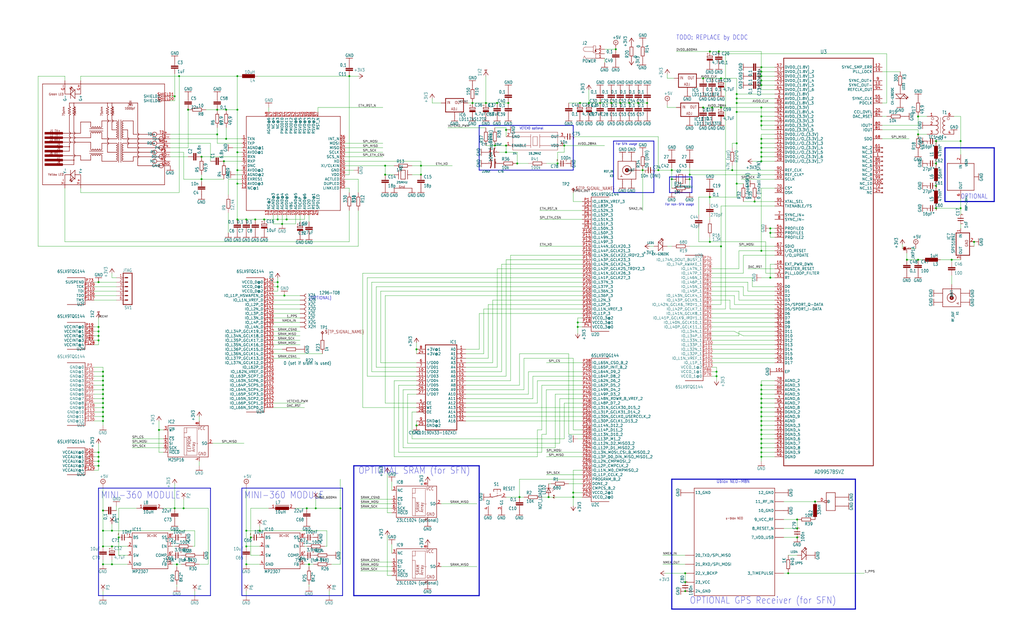
<source format=kicad_sch>
(kicad_sch (version 20250114) (generator "eeschema") (generator_version "9.0")
  (paper "User" 580.771 365.201)
  (lib_symbols
    (symbol "W5500_LX9_AD9957_sramv2_gps-eagle-import:23k256_23SOIC"
      (property "Reference" "IC" (at -10.16 11.33 0))
      (symbol "23k256_23SOIC_1_0"
        (text "SRAM" (at 3.048 -4.926 900) (effects (font (size 1.778 1.5113)) (justify left bottom)))
        (text "Array" (at 5.334 -4.926 900) (effects (font (size 1.778 1.5113)) (justify left bottom)))
        (text "VCC" (at 6.604 7.52 0) (effects (font (size 1.778 1.5113)) (justify left bottom)))
        (text "GND" (at 6.858 -6.958 0) (effects (font (size 1.778 1.5113)) (justify left bottom)))
        (pin input line (at -12.7 7.62 0) (length 2.54) (name "NC") (number "3"))
        (pin input line (at -12.7 2.54 0) (length 2.54) (name "~{CS}") (number "1"))
        (pin input line (at -12.7 0 0) (length 2.54) (name "SI") (number "5"))
        (pin input line (at -12.7 -2.54 0) (length 2.54) (name "SCK") (number "6"))
        (pin input line (at -12.7 -5.08 0) (length 2.54) (name "~{HOLD}") (number "7"))
        (pin power_in line (at 7.62 12.7 270) (length 2.54) (name "VCC") (number "8"))
        (pin power_in line (at 7.62 -10.16 90) (length 2.54) (name "GND") (number "4"))
        (pin bidirectional line (at 15.24 0 180) (length 2.54) (name "SO") (number "2"))
      )
    )
    (symbol "W5500_LX9_AD9957_sramv2_gps-eagle-import:CONNECTER_HR911105A"
      (symbol "CONNECTER_HR911105A_1_0"
        (text "1000pF" (at -46.355 -13.97 0) (effects (font (size 1.27 1.0795)) (justify left bottom)))
        (text "2KV" (at -45.085 -15.875 0) (effects (font (size 1.27 1.0795)) (justify left bottom)))
        (text "75ohm" (at -34.29 -15.875 900) (effects (font (size 1.27 1.0795)) (justify left bottom)))
        (text "75ohm" (at -27.94 -15.875 900) (effects (font (size 1.27 1.0795)) (justify left bottom)))
        (text "75ohm" (at -12.7 -15.875 900) (effects (font (size 1.27 1.0795)) (justify left bottom)))
        (text "75ohm" (at -6.35 -15.875 900) (effects (font (size 1.27 1.0795)) (justify left bottom)))
        (text "Yellow LED" (at -5.715 23.495 0) (effects (font (size 1.27 1.0795)) (justify left bottom)))
        (text "Green LED" (at -5.715 -23.495 0) (effects (font (size 1.27 1.0795)) (justify left top)))
        (text "J8" (at -3.81 16.51 0) (effects (font (size 1.27 1.0795)) (justify left bottom)))
        (text "J7" (at -3.81 13.97 0) (effects (font (size 1.27 1.0795)) (justify left bottom)))
        (text "J6 RX-" (at -3.81 11.43 0) (effects (font (size 1.27 1.0795)) (justify left bottom)))
        (text "J5" (at -3.81 8.89 0) (effects (font (size 1.27 1.0795)) (justify left bottom)))
        (text "J4" (at -3.81 6.35 0) (effects (font (size 1.27 1.0795)) (justify left bottom)))
        (text "J3 RX+" (at -3.81 3.81 0) (effects (font (size 1.27 1.0795)) (justify left bottom)))
        (text "J2 TX-" (at -3.81 1.27 0) (effects (font (size 1.27 1.0795)) (justify left bottom)))
        (text "J1 TX+" (at -3.81 -1.27 0) (effects (font (size 1.27 1.0795)) (justify left bottom)))
        (pin bidirectional line (at -66.04 17.78 0) (length 5.08) (name "GND") (number "GND"))
        (pin bidirectional line (at -66.04 15.24 0) (length 7.62) (name "NC") (number "NC"))
        (pin bidirectional line (at -66.04 12.7 0) (length 5.08) (name "RD-") (number "RD-"))
        (pin bidirectional line (at -66.04 10.16 0) (length 7.62) (name "P5") (number "P5"))
        (pin bidirectional line (at -66.04 7.62 0) (length 5.08) (name "P4") (number "P4"))
        (pin bidirectional line (at -66.04 5.08 0) (length 7.62) (name "RD+") (number "RD+"))
        (pin bidirectional line (at -66.04 2.54 0) (length 5.08) (name "TD-") (number "TD-"))
        (pin bidirectional line (at -66.04 0 0) (length 7.62) (name "TD+") (number "TD+"))
        (pin bidirectional line (at -66.04 -19.05 0) (length 5.08) (name "SHIELD0") (number "SHIELD0"))
        (pin bidirectional line (at -66.04 -21.59 0) (length 5.08) (name "SHIELD1") (number "SHIELD1"))
        (pin bidirectional line (at -15.24 30.48 270) (length 7.62) (name "Y+") (number "Y+"))
        (pin bidirectional line (at -15.24 -30.48 90) (length 7.62) (name "G+") (number "G+"))
        (pin bidirectional line (at -6.35 30.48 270) (length 7.62) (name "Y-") (number "Y-"))
        (pin bidirectional line (at -6.35 -30.48 90) (length 7.62) (name "G-") (number "G-"))
      )
    )
    (symbol "W5500_LX9_AD9957_sramv2_gps-eagle-import:Seeed-OPL-Capacitor_TANTALUM-SMD-10UF-10V-10%(AVX-A)"
      (property "Reference" "C" (at -6.35 3.81 0))
      (symbol "Seeed-OPL-Capacitor_TANTALUM-SMD-10UF-10V-10%(AVX-A)_1_0"
        (text "+" (at -2.54 0 0) (effects (font (size 1.27 1.0795)) (justify left bottom)))
        (text "-" (at 1.27 0 0) (effects (font (size 1.27 1.0795)) (justify left bottom)))
        (pin passive line (at -3.81 0 0) (length 2.54) (name "+") (number "+"))
        (pin passive line (at 3.81 0 180) (length 2.54) (name "-") (number "-"))
      )
    )
    (symbol "W5500_LX9_AD9957_sramv2_gps-eagle-import:Seeed-OPL-Capacitor_TANTALUM-SMD-470UF-6.3V(AVX-D)"
      (property "Reference" "C" (at -6.35 3.81 0))
      (symbol "Seeed-OPL-Capacitor_TANTALUM-SMD-470UF-6.3V(AVX-D)_1_0"
        (text "+" (at -2.54 0 0) (effects (font (size 1.27 1.0795)) (justify left bottom)))
        (text "-" (at 1.27 0 0) (effects (font (size 1.27 1.0795)) (justify left bottom)))
        (pin passive line (at -3.81 0 0) (length 2.54) (name "+") (number "+"))
        (pin passive line (at 3.81 0 180) (length 2.54) (name "-") (number "-"))
      )
    )
    (symbol "W5500_LX9_AD9957_sramv2_gps-eagle-import:Seeed-OPL-Connector_ANTENNA-CONN-U-FL(3P)"
      (symbol "Seeed-OPL-Connector_ANTENNA-CONN-U-FL(3P)_1_0"
        (pin bidirectional inverted_clock (at -7.62 0 0) (length 5.08) (name "D") (number "D"))
        (pin bidirectional line (at 7.62 2.54 180) (length 5.08) (name "GND1") (number "GND1"))
        (pin bidirectional line (at 7.62 -2.54 180) (length 5.08) (name "GND2") (number "GND2"))
      )
    )
    (symbol "W5500_LX9_AD9957_sramv2_gps-eagle-import:Seeed-OPL-Diode_DIP-LED-GREEN-GREEN(2P-D3MM)"
      (property "Reference" "D" (at -7.62 1.27 0))
      (symbol "Seeed-OPL-Diode_DIP-LED-GREEN-GREEN(2P-D3MM)_1_0"
        (pin passive line (at -3.81 0 0) (length 2.54) (name "+") (number "A"))
        (pin passive line (at 3.81 0 180) (length 2.54) (name "-") (number "K"))
      )
    )
    (symbol "W5500_LX9_AD9957_sramv2_gps-eagle-import:Seeed-OPL-Diode_DIP-LED-YELLOW-YELLOW-Y304DC(2P-D3MM)"
      (property "Reference" "D" (at -7.62 1.27 0))
      (symbol "Seeed-OPL-Diode_DIP-LED-YELLOW-YELLOW-Y304DC(2P-D3MM)_1_0"
        (pin passive line (at -3.81 0 0) (length 2.54) (name "+") (number "A"))
        (pin passive line (at 3.81 0 180) (length 2.54) (name "-") (number "K"))
      )
    )
    (symbol "W5500_LX9_AD9957_sramv2_gps-eagle-import:Seeed-OPL-crystal-osctllator_SMD-CRYSTAL-16MHZ-9PF-10PPM-60R(4P-3.2X2.5MM)"
      (property "Reference" "X" (at -12.7 6.35 0))
      (symbol "Seeed-OPL-crystal-osctllator_SMD-CRYSTAL-16MHZ-9PF-10PPM-60R(4P-3.2X2.5MM)_1_0"
        (pin bidirectional line (at -16.51 2.54 0) (length 2.54) (name "ENABLE") (number "1"))
        (pin bidirectional line (at -16.51 -2.54 0) (length 2.54) (name "GND") (number "2"))
        (pin bidirectional line (at 16.51 2.54 180) (length 2.54) (name "VDD") (number "4"))
        (pin bidirectional line (at 16.51 -2.54 180) (length 2.54) (name "OUT") (number "3"))
      )
    )
    (symbol "W5500_LX9_AD9957_sramv2_gps-eagle-import:W5500_LX9_AD9957_CY7C1019CV33ZXC"
      (property "Reference" "IC" (at -7.62 23.495 0))
      (symbol "W5500_LX9_AD9957_CY7C1019CV33ZXC_1_0"
        (pin input line (at -12.7 20.32 0) (length 5.08) (name "A0") (number "1"))
        (pin input line (at -12.7 17.78 0) (length 5.08) (name "A1") (number "2"))
        (pin input line (at -12.7 15.24 0) (length 5.08) (name "A2") (number "3"))
        (pin input line (at -12.7 12.7 0) (length 5.08) (name "A3") (number "4"))
        (pin input line (at -12.7 10.16 0) (length 5.08) (name "A4") (number "13"))
        (pin input line (at -12.7 7.62 0) (length 5.08) (name "A5") (number "14"))
        (pin input line (at -12.7 5.08 0) (length 5.08) (name "A6") (number "15"))
        (pin input line (at -12.7 2.54 0) (length 5.08) (name "A7") (number "16"))
        (pin input line (at -12.7 0 0) (length 5.08) (name "A8") (number "17"))
        (pin input line (at -12.7 -2.54 0) (length 5.08) (name "A9") (number "18"))
        (pin input line (at -12.7 -5.08 0) (length 5.08) (name "A10") (number "19"))
        (pin input line (at -12.7 -7.62 0) (length 5.08) (name "A11") (number "20"))
        (pin input line (at -12.7 -10.16 0) (length 5.08) (name "A12") (number "21"))
        (pin input line (at -12.7 -12.7 0) (length 5.08) (name "A13") (number "29"))
        (pin input line (at -12.7 -15.24 0) (length 5.08) (name "A14") (number "30"))
        (pin input line (at -12.7 -17.78 0) (length 5.08) (name "A15") (number "31"))
        (pin input line (at -12.7 -20.32 0) (length 5.08) (name "A16") (number "32"))
        (pin power_in line (at 15.24 20.32 180) (length 5.08) (name "+3V@1") (number "8"))
        (pin power_in line (at 15.24 17.78 180) (length 5.08) (name "+3V@2") (number "24"))
        (pin bidirectional line (at 15.24 12.7 180) (length 5.08) (name "I/O00") (number "6"))
        (pin bidirectional line (at 15.24 10.16 180) (length 5.08) (name "I/O01") (number "7"))
        (pin bidirectional line (at 15.24 7.62 180) (length 5.08) (name "I/O02") (number "10"))
        (pin bidirectional line (at 15.24 5.08 180) (length 5.08) (name "I/O03") (number "11"))
        (pin bidirectional line (at 15.24 2.54 180) (length 5.08) (name "I/O04") (number "22"))
        (pin bidirectional line (at 15.24 0 180) (length 5.08) (name "I/O05") (number "23"))
        (pin bidirectional line (at 15.24 -2.54 180) (length 5.08) (name "I/O06") (number "26"))
        (pin bidirectional line (at 15.24 -5.08 180) (length 5.08) (name "I/O07") (number "27"))
        (pin bidirectional inverted (at 15.24 -10.16 180) (length 5.08) (name "CE") (number "5"))
        (pin input inverted (at 15.24 -12.7 180) (length 5.08) (name "WE") (number "12"))
        (pin input inverted (at 15.24 -15.24 180) (length 5.08) (name "OE") (number "28"))
        (pin power_in line (at 15.24 -20.32 180) (length 5.08) (name "GND@1") (number "9"))
        (pin power_in line (at 15.24 -22.86 180) (length 5.08) (name "GND@2") (number "25"))
      )
    )
    (symbol "W5500_LX9_AD9957_sramv2_gps-eagle-import:W5500_W5500"
      (symbol "W5500_W5500_1_0"
        (pin passive line (at -30.48 12.7 0) (length 2.54) (name "TXN") (number "1"))
        (pin passive line (at -30.48 10.16 0) (length 2.54) (name "TXP") (number "2"))
        (pin passive line (at -30.48 7.62 0) (length 2.54) (name "AGND@1") (number "3"))
        (pin passive line (at -30.48 5.08 0) (length 2.54) (name "AVDD@1") (number "4"))
        (pin passive line (at -30.48 2.54 0) (length 2.54) (name "RXN") (number "5"))
        (pin passive line (at -30.48 0 0) (length 2.54) (name "RXP") (number "6"))
        (pin passive line (at -30.48 -2.54 0) (length 2.54) (name "DNC") (number "7"))
        (pin passive line (at -30.48 -5.08 0) (length 2.54) (name "AVDD@2") (number "8"))
        (pin passive line (at -30.48 -7.62 0) (length 2.54) (name "AGND@2") (number "9"))
        (pin passive line (at -30.48 -10.16 0) (length 2.54) (name "EXRES1") (number "10"))
        (pin passive line (at -30.48 -12.7 0) (length 2.54) (name "AVDD@3") (number "11"))
        (pin passive line (at -30.48 -15.24 0) (length 2.54) (name "NC@1") (number "12"))
        (pin passive line (at -15.24 27.94 270) (length 2.54) (name "AGND@6") (number "48"))
        (pin passive line (at -15.24 -30.48 90) (length 2.54) (name "NC@2") (number "13"))
        (pin passive line (at -12.7 27.94 270) (length 2.54) (name "NC@4") (number "47"))
        (pin passive line (at -12.7 -30.48 90) (length 2.54) (name "AGND@3") (number "14"))
        (pin passive line (at -10.16 27.94 270) (length 2.54) (name "NC@3") (number "46"))
        (pin passive line (at -10.16 -30.48 90) (length 2.54) (name "AVDD@4") (number "15"))
        (pin passive line (at -7.62 27.94 270) (length 2.54) (name "PMODE0") (number "45"))
        (pin passive line (at -7.62 -30.48 90) (length 2.54) (name "AGND@4") (number "16"))
        (pin passive line (at -5.08 27.94 270) (length 2.54) (name "PMODE1") (number "44"))
        (pin passive line (at -5.08 -30.48 90) (length 2.54) (name "AVDD@5") (number "17"))
        (pin passive line (at -2.54 27.94 270) (length 2.54) (name "PMODE2") (number "43"))
        (pin passive line (at -2.54 -30.48 90) (length 2.54) (name "VBG") (number "18"))
        (pin passive line (at 0 27.94 270) (length 2.54) (name "RSVD@6") (number "42"))
        (pin passive line (at 0 -30.48 90) (length 2.54) (name "AGND@5") (number "19"))
        (pin passive line (at 2.54 27.94 270) (length 2.54) (name "RSVD@5") (number "41"))
        (pin passive line (at 2.54 -30.48 90) (length 2.54) (name "TOCAP") (number "20"))
        (pin passive line (at 5.08 27.94 270) (length 2.54) (name "RSVD@4") (number "40"))
        (pin passive line (at 5.08 -30.48 90) (length 2.54) (name "AVDD@6") (number "21"))
        (pin passive line (at 7.62 27.94 270) (length 2.54) (name "RSVD@3") (number "39"))
        (pin passive line (at 7.62 -30.48 90) (length 2.54) (name "1V2O") (number "22"))
        (pin passive line (at 10.16 27.94 270) (length 2.54) (name "RSVD@2") (number "38"))
        (pin passive line (at 10.16 -30.48 90) (length 2.54) (name "RSVD@1") (number "23"))
        (pin passive line (at 12.7 27.94 270) (length 2.54) (name "RST_N") (number "37"))
        (pin passive line (at 12.7 -30.48 90) (length 2.54) (name "SPDLED") (number "24"))
        (pin passive line (at 27.94 12.7 180) (length 2.54) (name "INT_N") (number "36"))
        (pin passive line (at 27.94 10.16 180) (length 2.54) (name "MOSI") (number "35"))
        (pin passive line (at 27.94 7.62 180) (length 2.54) (name "MISO") (number "34"))
        (pin passive line (at 27.94 5.08 180) (length 2.54) (name "SCLK") (number "33"))
        (pin passive line (at 27.94 2.54 180) (length 2.54) (name "SCS_N") (number "32"))
        (pin passive line (at 27.94 0 180) (length 2.54) (name "XO") (number "31"))
        (pin passive line (at 27.94 -2.54 180) (length 2.54) (name "XI/CLKIN") (number "30"))
        (pin passive line (at 27.94 -5.08 180) (length 2.54) (name "GND") (number "29"))
        (pin passive line (at 27.94 -7.62 180) (length 2.54) (name "VDD") (number "28"))
        (pin passive line (at 27.94 -10.16 180) (length 2.54) (name "ACTLED") (number "27"))
        (pin passive line (at 27.94 -12.7 180) (length 2.54) (name "DUPLED") (number "26"))
        (pin passive line (at 27.94 -15.24 180) (length 2.54) (name "LINKLED") (number "25"))
      )
    )
    (symbol "W5500_LX9_AD9957_sramv2_gps-eagle-import:ad9957_AD9957BSVZ"
      (property "Reference" "U" (at -4.7244 114.2492 0))
      (symbol "ad9957_AD9957BSVZ_1_0"
        (pin power_in line (at -30.48 106.68 0) (length 5.08) (name "DVDD_(1.8V)") (number "57"))
        (pin power_in line (at -30.48 104.14 0) (length 5.08) (name "DVDD_(1.8V)_2") (number "17"))
        (pin power_in line (at -30.48 101.6 0) (length 5.08) (name "DVDD_(1.8V)_3") (number "30"))
        (pin power_in line (at -30.48 99.06 0) (length 5.08) (name "DVDD_(1.8V)_4") (number "23"))
        (pin power_in line (at -30.48 96.52 0) (length 5.08) (name "DVDD_(1.8V)_5") (number "47"))
        (pin power_in line (at -30.48 93.98 0) (length 5.08) (name "DVDD_(1.8V)_6") (number "64"))
        (pin power_in line (at -30.48 91.44 0) (length 5.08) (name "AVDD_(1.8V)") (number "3"))
        (pin power_in line (at -30.48 88.9 0) (length 5.08) (name "AVDD_(1.8V)_2") (number "6"))
        (pin power_in line (at -30.48 86.36 0) (length 5.08) (name "AVDD_(1.8V)_3") (number "89"))
        (pin power_in line (at -30.48 83.82 0) (length 5.08) (name "AVDD_(3.3V)") (number "75"))
        (pin power_in line (at -30.48 81.28 0) (length 5.08) (name "AVDD_(1.8V)_4") (number "92"))
        (pin power_in line (at -30.48 78.74 0) (length 5.08) (name "AVDD_(3.3V)_2") (number "74"))
        (pin power_in line (at -30.48 76.2 0) (length 5.08) (name "AVDD_(3.3V)_3") (number "76"))
        (pin power_in line (at -30.48 73.66 0) (length 5.08) (name "AVDD_(3.3V)_4") (number "77"))
        (pin power_in line (at -30.48 71.12 0) (length 5.08) (name "AVDD_(3.3V)_5") (number "83"))
        (pin power_in line (at -30.48 68.58 0) (length 5.08) (name "DVDD_I/O_(3.3V)") (number "11"))
        (pin power_in line (at -30.48 66.04 0) (length 5.08) (name "DVDD_I/O_(3.3V)_2") (number "15"))
        (pin power_in line (at -30.48 63.5 0) (length 5.08) (name "DVDD_I/O_(3.3V)_3") (number "21"))
        (pin power_in line (at -30.48 60.96 0) (length 5.08) (name "DVDD_I/O_(3.3V)_4") (number "45"))
        (pin power_in line (at -30.48 58.42 0) (length 5.08) (name "DVDD_I/O_(3.3V)_5") (number "56"))
        (pin power_in line (at -30.48 55.88 0) (length 5.08) (name "DVDD_I/O_(3.3V)_6") (number "66"))
        (pin power_in line (at -30.48 53.34 0) (length 5.08) (name "DVDD_I/O_(3.3V)_7") (number "28"))
        (pin input line (at -30.48 48.26 0) (length 5.08) (name "REF_CLK") (number "90"))
        (pin input line (at -30.48 45.72 0) (length 5.08) (name "REF_CLK*") (number "91"))
        (pin input line (at -30.48 43.18 0) (length 5.08) (name "SCLK") (number "69"))
        (pin input line (at -30.48 38.1 0) (length 5.08) (name "CS*") (number "70"))
        (pin input line (at -30.48 35.56 0) (length 5.08) (name "OSK") (number "60"))
        (pin input line (at -30.48 30.48 0) (length 5.08) (name "XTAL_SEL") (number "95"))
        (pin input line (at -30.48 27.94 0) (length 5.08) (name "TXENABLE/FS") (number "41"))
        (pin input line (at -30.48 22.86 0) (length 5.08) (name "SYNC_IN+") (number "7"))
        (pin input line (at -30.48 20.32 0) (length 5.08) (name "SYNC_IN-") (number "8"))
        (pin input line (at -30.48 15.24 0) (length 5.08) (name "PROFILE0") (number "54"))
        (pin input line (at -30.48 12.7 0) (length 5.08) (name "PROFILE1") (number "53"))
        (pin input line (at -30.48 10.16 0) (length 5.08) (name "PROFILE2") (number "52"))
        (pin bidirectional line (at -30.48 5.08 0) (length 5.08) (name "SDIO") (number "67"))
        (pin input line (at -30.48 2.54 0) (length 5.08) (name "I/O_RESET") (number "71"))
        (pin bidirectional line (at -30.48 0 0) (length 5.08) (name "I/O_UPDATE") (number "59"))
        (pin input line (at -30.48 -5.08 0) (length 5.08) (name "EXT_PWR_DWN") (number "18"))
        (pin input line (at -30.48 -7.62 0) (length 5.08) (name "MASTER_RESET") (number "14"))
        (pin input line (at -30.48 -10.16 0) (length 5.08) (name "PLL_LOOP_FILTER") (number "2"))
        (pin input line (at -30.48 -12.7 0) (length 5.08) (name "RT") (number "51"))
        (pin input line (at -30.48 -17.78 0) (length 5.08) (name "D0") (number "50"))
        (pin input line (at -30.48 -20.32 0) (length 5.08) (name "D1") (number "49"))
        (pin input line (at -30.48 -22.86 0) (length 5.08) (name "D2") (number "48"))
        (pin input line (at -30.48 -25.4 0) (length 5.08) (name "D3") (number "44"))
        (pin input line (at -30.48 -27.94 0) (length 5.08) (name "D4/SPORT_Q-DATA") (number "43"))
        (pin input line (at -30.48 -30.48 0) (length 5.08) (name "D5/SPORT_I-DATA") (number "42"))
        (pin input line (at -30.48 -33.02 0) (length 5.08) (name "D6") (number "39"))
        (pin input line (at -30.48 -35.56 0) (length 5.08) (name "D7") (number "38"))
        (pin input line (at -30.48 -38.1 0) (length 5.08) (name "D8") (number "37"))
        (pin input line (at -30.48 -40.64 0) (length 5.08) (name "D9") (number "36"))
        (pin input line (at -30.48 -43.18 0) (length 5.08) (name "D11") (number "34"))
        (pin input line (at -30.48 -45.72 0) (length 5.08) (name "D10") (number "35"))
        (pin input line (at -30.48 -48.26 0) (length 5.08) (name "D12") (number "33"))
        (pin input line (at -30.48 -50.8 0) (length 5.08) (name "D13") (number "32"))
        (pin input line (at -30.48 -53.34 0) (length 5.08) (name "D14") (number "31"))
        (pin input line (at -30.48 -55.88 0) (length 5.08) (name "D15") (number "27"))
        (pin input line (at -30.48 -58.42 0) (length 5.08) (name "D16") (number "26"))
        (pin input line (at -30.48 -60.96 0) (length 5.08) (name "D17") (number "25"))
        (pin passive line (at -30.48 -66.04 0) (length 5.08) (name "EP") (number "101"))
        (pin passive line (at -30.48 -71.12 0) (length 5.08) (name "AGND_2") (number "78"))
        (pin passive line (at -30.48 -73.66 0) (length 5.08) (name "AGND_3") (number "79"))
        (pin passive line (at -30.48 -76.2 0) (length 5.08) (name "AGND_4") (number "88"))
        (pin passive line (at -30.48 -78.74 0) (length 5.08) (name "AGND_5") (number "85"))
        (pin passive line (at -30.48 -81.28 0) (length 5.08) (name "AGND_6") (number "4"))
        (pin passive line (at -30.48 -83.82 0) (length 5.08) (name "AGND_7") (number "96"))
        (pin passive line (at -30.48 -86.36 0) (length 5.08) (name "AGND_8") (number "5"))
        (pin passive line (at -30.48 -88.9 0) (length 5.08) (name "DGND_2") (number "62"))
        (pin passive line (at -30.48 -91.44 0) (length 5.08) (name "AGND_9") (number "73"))
        (pin passive line (at -30.48 -93.98 0) (length 5.08) (name "AGND") (number "82"))
        (pin passive line (at -30.48 -96.52 0) (length 5.08) (name "DGND_3") (number "13"))
        (pin passive line (at -30.48 -99.06 0) (length 5.08) (name "DGND_4") (number "16"))
        (pin passive line (at -30.48 -101.6 0) (length 5.08) (name "DGND_5") (number "22"))
        (pin passive line (at -30.48 -104.14 0) (length 5.08) (name "DGND_6") (number "58"))
        (pin passive line (at -30.48 -106.68 0) (length 5.08) (name "DGND_7") (number "29"))
        (pin passive line (at -30.48 -109.22 0) (length 5.08) (name "DGND_8") (number "63"))
        (pin passive line (at -30.48 -111.76 0) (length 5.08) (name "DGND_9") (number "65"))
        (pin passive line (at -30.48 -114.3 0) (length 5.08) (name "DGND") (number "46"))
        (pin output line (at 30.48 106.68 180) (length 5.08) (name "SYNC_SMP_ERR") (number "12"))
        (pin output line (at 30.48 104.14 180) (length 5.08) (name "PLL_LOCK") (number "19"))
        (pin output line (at 30.48 99.06 180) (length 5.08) (name "SYNC_OUT+") (number "9"))
        (pin output line (at 30.48 96.52 180) (length 5.08) (name "SYNC_OUT-") (number "10"))
        (pin output line (at 30.48 93.98 180) (length 5.08) (name "REFCLK_OUT") (number "94"))
        (pin output line (at 30.48 88.9 180) (length 5.08) (name "SYNC_CLK") (number "55"))
        (pin output line (at 30.48 86.36 180) (length 5.08) (name "PDCLK") (number "40"))
        (pin output line (at 30.48 81.28 180) (length 5.08) (name "CCI_OVFL") (number "20"))
        (pin output line (at 30.48 78.74 180) (length 5.08) (name "DAC_RSET") (number "84"))
        (pin output line (at 30.48 73.66 180) (length 5.08) (name "IOUT*") (number "80"))
        (pin output line (at 30.48 71.12 180) (length 5.08) (name "IOUT") (number "81"))
        (pin output line (at 30.48 66.04 180) (length 5.08) (name "SDO") (number "68"))
        (pin no_connect line (at 30.48 60.96 180) (length 5.08) (name "NC_2") (number "61"))
        (pin no_connect line (at 30.48 58.42 180) (length 5.08) (name "NC_3") (number "98"))
        (pin no_connect line (at 30.48 55.88 180) (length 5.08) (name "NC_4") (number "1"))
        (pin no_connect line (at 30.48 53.34 180) (length 5.08) (name "NC_5") (number "86"))
        (pin no_connect line (at 30.48 50.8 180) (length 5.08) (name "NC_6") (number "87"))
        (pin no_connect line (at 30.48 48.26 180) (length 5.08) (name "NC_7") (number "93"))
        (pin no_connect line (at 30.48 45.72 180) (length 5.08) (name "NC_8") (number "97"))
        (pin no_connect line (at 30.48 43.18 180) (length 5.08) (name "NC_9") (number "99"))
        (pin no_connect line (at 30.48 40.64 180) (length 5.08) (name "NC_10") (number "100"))
        (pin no_connect line (at 30.48 38.1 180) (length 5.08) (name "NC_11") (number "72"))
        (pin no_connect line (at 30.48 35.56 180) (length 5.08) (name "NC") (number "24"))
      )
    )
    (symbol "W5500_LX9_AD9957_sramv2_gps-eagle-import:adafruit_LEDCHIPLED_1206"
      (property "Reference" "LED" (at 3.556 -4.572 90))
      (symbol "adafruit_LEDCHIPLED_1206_1_0"
        (pin passive line (at 0 2.54 270) (length 2.54) (name "A") (number "A"))
        (pin passive line (at 0 -5.08 90) (length 2.54) (name "C") (number "C"))
      )
    )
    (symbol "W5500_LX9_AD9957_sramv2_gps-eagle-import:adafruit_SMACONNECTOR"
      (property "Reference" "X" (at 7.62 2.54 0))
      (symbol "adafruit_SMACONNECTOR_1_0"
        (pin bidirectional line (at -7.62 0 0) (length 2.54) (name "ANT") (number "ANTENNA"))
        (pin power_in line (at -2.54 7.62 270) (length 2.54) (name "GND1") (number "GND1"))
        (pin power_in line (at -2.54 -7.62 90) (length 2.54) (name "GND3") (number "GND3"))
        (pin power_in line (at 2.54 7.62 270) (length 2.54) (name "GND2") (number "GND2"))
        (pin power_in line (at 2.54 -7.62 90) (length 2.54) (name "GND4") (number "GND4"))
      )
    )
    (symbol "W5500_LX9_AD9957_sramv2_gps-eagle-import:adafruit_XTAL-4-3225"
      (property "Reference" "Q" (at -2.54 3.81 0))
      (symbol "adafruit_XTAL-4-3225_1_0"
        (text "Gnd" (at -2.54 -7.62 0) (effects (font (size 1.27 1.27)) (justify left bottom)))
        (pin bidirectional line (at -5.08 0 0) (length 2.54) (name "X1") (number "1"))
        (pin power_in line (at -5.08 -7.62 0) (length 5.08) (name "G1") (number "4"))
        (pin bidirectional line (at 5.08 0 180) (length 2.54) (name "X2") (number "3"))
        (pin power_in line (at 5.08 -7.62 180) (length 5.08) (name "G2") (number "2"))
      )
    )
    (symbol "W5500_LX9_AD9957_sramv2_gps-eagle-import:cap-master_CNP-0603"
      (property "Reference" "C" (at 1.905 0.635 0))
      (symbol "cap-master_CNP-0603_1_0"
        (text "1" (at -2.794 -1.27 0) (effects (font (size 0.8636 0.734)) (justify left bottom)))
        (text "2" (at 2.286 -1.27 0) (effects (font (size 0.8636 0.734)) (justify left bottom)))
        (pin passive line (at -2.54 0 0) (length 0) (name "1") (number "1"))
        (pin passive line (at 2.54 0 180) (length 0) (name "2") (number "2"))
      )
    )
    (symbol "W5500_LX9_AD9957_sramv2_gps-eagle-import:con-jack_JACK-PLUG0"
      (property "Reference" "J" (at -7.62 5.08 0))
      (symbol "con-jack_JACK-PLUG0_1_0"
        (pin passive line (at 5.08 2.54 180) (length 5.08) (name "3") (number "3"))
        (pin passive line (at 5.08 0 180) (length 5.08) (name "2") (number "2"))
        (pin passive line (at 5.08 -2.54 180) (length 5.08) (name "1") (number "1"))
      )
    )
    (symbol "W5500_LX9_AD9957_sramv2_gps-eagle-import:con-lstb_MA06-1"
      (property "Reference" "SV" (at -1.27 8.382 0))
      (symbol "con-lstb_MA06-1_1_0"
        (pin passive line (at 7.62 5.08 180) (length 5.08) (name "6") (number "6"))
        (pin passive line (at 7.62 2.54 180) (length 5.08) (name "5") (number "5"))
        (pin passive line (at 7.62 0 180) (length 5.08) (name "4") (number "4"))
        (pin passive line (at 7.62 -2.54 180) (length 5.08) (name "3") (number "3"))
        (pin passive line (at 7.62 -5.08 180) (length 5.08) (name "2") (number "2"))
        (pin passive line (at 7.62 -7.62 180) (length 5.08) (name "1") (number "1"))
      )
    )
    (symbol "W5500_LX9_AD9957_sramv2_gps-eagle-import:gps_sfn_conn_W5500_LX9_AD9957_SMACONNECTOR_EDGE_UFL"
      (property "Reference" "X" (at 7.62 2.54 0))
      (symbol "gps_sfn_conn_W5500_LX9_AD9957_SMACONNECTOR_EDGE_UFL_1_0"
        (pin bidirectional line (at -7.62 0 0) (length 2.54) (name "ANT") (number "P"))
        (pin power_in line (at -2.54 7.62 270) (length 2.54) (name "GND1") (number "GND@1"))
        (pin power_in line (at -2.54 -7.62 90) (length 2.54) (name "GND3") (number "GND@3"))
        (pin power_in line (at 2.54 7.62 270) (length 2.54) (name "GND2") (number "GND@2"))
        (pin power_in line (at 2.54 -7.62 90) (length 2.54) (name "GND4") (number "GND@4"))
      )
    )
    (symbol "W5500_LX9_AD9957_sramv2_gps-eagle-import:inductors_DR74"
      (property "Reference" "L" (at -3.81 2.286 0))
      (symbol "inductors_DR74_1_0"
        (pin passive line (at -7.62 0 0) (length 5.08) (name "1") (number "1"))
        (pin passive line (at 7.62 0 180) (length 5.08) (name "2") (number "2"))
      )
    )
    (symbol "W5500_LX9_AD9957_sramv2_gps-eagle-import:ipc-7351-inductor_INDUCTOR_0603"
      (property "Reference" "L" (at -2.54 1.524 0))
      (symbol "ipc-7351-inductor_INDUCTOR_0603_1_0"
        (pin passive line (at -5.08 0 0) (length 2.54) (name "1") (number "1"))
        (pin passive line (at 5.08 0 180) (length 2.54) (name "2") (number "2"))
      )
    )
    (symbol "W5500_LX9_AD9957_sramv2_gps-eagle-import:jump-0r-smd_0R-JUMPA"
      (symbol "jump-0r-smd_0R-JUMPA_1_0"
        (pin passive line (at 0 2.54 270) (length 0) (name "1") (number "1"))
        (pin passive line (at 0 -2.54 90) (length 0) (name "3") (number "3"))
        (pin passive line (at 2.54 0 180) (length 2.54) (name "2") (number "2"))
      )
    )
    (symbol "W5500_LX9_AD9957_sramv2_gps-eagle-import:microchip_25SN"
      (property "Reference" "IC" (at -10.16 11.33 0))
      (symbol "microchip_25SN_1_0"
        (text "EEPROM" (at 3.048 -4.926 900) (effects (font (size 1.778 1.5113)) (justify left bottom)))
        (text "Array" (at 5.334 -4.926 900) (effects (font (size 1.778 1.5113)) (justify left bottom)))
        (text "VCC" (at 6.604 7.52 0) (effects (font (size 1.778 1.5113)) (justify left bottom)))
        (text "GND" (at 6.858 -6.958 0) (effects (font (size 1.778 1.5113)) (justify left bottom)))
        (pin input line (at -12.7 7.62 0) (length 2.54) (name "~{WP}") (number "3"))
        (pin input line (at -12.7 2.54 0) (length 2.54) (name "~{CS}") (number "1"))
        (pin input line (at -12.7 0 0) (length 2.54) (name "SI") (number "5"))
        (pin input line (at -12.7 -2.54 0) (length 2.54) (name "SCK") (number "6"))
        (pin input line (at -12.7 -5.08 0) (length 2.54) (name "~{HOLD}") (number "7"))
        (pin power_in line (at 7.62 12.7 270) (length 2.54) (name "VCC") (number "8"))
        (pin power_in line (at 7.62 -10.16 90) (length 2.54) (name "GND") (number "4"))
        (pin bidirectional line (at 15.24 0 180) (length 2.54) (name "SO") (number "2"))
      )
    )
    (symbol "W5500_LX9_AD9957_sramv2_gps-eagle-import:mini-circuits_TC1-1TG2+"
      (property "Reference" "T" (at -3.81 6.35 0))
      (symbol "mini-circuits_TC1-1TG2+_1_0"
        (pin passive line (at -7.62 5.08 0) (length 5.08) (name "PD") (number "6"))
        (pin passive line (at -7.62 -5.08 0) (length 5.08) (name "P") (number "4"))
        (pin passive line (at 7.62 5.08 180) (length 5.08) (name "SD") (number "1"))
        (pin passive line (at 7.62 0 180) (length 5.08) (name "SCT") (number "2"))
        (pin passive line (at 7.62 -5.08 180) (length 5.08) (name "S") (number "3"))
      )
    )
    (symbol "W5500_LX9_AD9957_sramv2_gps-eagle-import:minicircuits_filter_1296-T08"
      (property "Reference" "X" (at 1.905 -0.762 0))
      (symbol "minicircuits_filter_1296-T08_1_0"
        (pin passive line (at -2.54 0 0) (length 2.54) (name "B") (number "1"))
      )
      (symbol "minicircuits_filter_1296-T08_2_0"
        (pin passive line (at -2.54 0 0) (length 2.54) (name "B") (number "2"))
      )
      (symbol "minicircuits_filter_1296-T08_3_0"
        (pin passive line (at -2.54 0 0) (length 2.54) (name "B") (number "3"))
      )
      (symbol "minicircuits_filter_1296-T08_4_0"
        (pin passive line (at -2.54 0 0) (length 2.54) (name "B") (number "4"))
      )
      (symbol "minicircuits_filter_1296-T08_5_0"
        (pin passive line (at -2.54 0 0) (length 2.54) (name "B") (number "5"))
      )
      (symbol "minicircuits_filter_1296-T08_6_0"
        (pin passive line (at -2.54 0 0) (length 2.54) (name "B") (number "6"))
      )
      (symbol "minicircuits_filter_1296-T08_7_0"
        (pin passive line (at -2.54 0 0) (length 2.54) (name "B") (number "7"))
      )
      (symbol "minicircuits_filter_1296-T08_8_0"
        (pin passive line (at -2.54 0 0) (length 2.54) (name "B") (number "8"))
      )
    )
    (symbol "W5500_LX9_AD9957_sramv2_gps-eagle-import:minicircuits_filter_31-XX"
      (property "Reference" "S" (at -6.35 -1.905 90))
      (symbol "minicircuits_filter_31-XX_1_0"
        (pin passive line (at 0 5.08 270) (length 2.54) (name "S") (number "2"))
        (pin passive line (at 0 -5.08 90) (length 2.54) (name "P") (number "1"))
        (pin power_in line (at 7.62 2.54 180) (length 2.54) (name "G1") (number "3"))
        (pin power_in line (at 7.62 -5.08 180) (length 2.54) (name "G2") (number "4"))
      )
    )
    (symbol "W5500_LX9_AD9957_sramv2_gps-eagle-import:minicircuits_filter_RBP"
      (symbol "minicircuits_filter_RBP_1_0"
        (pin input line (at -12.7 0 0) (length 5.08) (name "IN") (number "2"))
        (pin output line (at 12.7 0 180) (length 5.08) (name "OUT") (number "6"))
      )
      (symbol "minicircuits_filter_RBP_2_0"
        (pin power_in line (at 7.62 0 180) (length 5.08) (name "GND") (number "8"))
      )
      (symbol "minicircuits_filter_RBP_3_0"
        (pin power_in line (at 7.62 0 180) (length 5.08) (name "GND") (number "1"))
      )
      (symbol "minicircuits_filter_RBP_4_0"
        (pin power_in line (at 7.62 0 180) (length 5.08) (name "GND") (number "3"))
      )
      (symbol "minicircuits_filter_RBP_5_0"
        (pin power_in line (at 7.62 0 180) (length 5.08) (name "GND") (number "4"))
      )
      (symbol "minicircuits_filter_RBP_6_0"
        (pin power_in line (at 7.62 0 180) (length 5.08) (name "GND") (number "5"))
      )
      (symbol "minicircuits_filter_RBP_7_0"
        (pin power_in line (at 7.62 0 180) (length 5.08) (name "GND") (number "7"))
      )
    )
    (symbol "W5500_LX9_AD9957_sramv2_gps-eagle-import:minicircuits_filter_SPF5189Z"
      (property "Reference" "IC" (at -5.08 5.715 0))
      (symbol "minicircuits_filter_SPF5189Z_1_0"
        (text "GND" (at -1.27 -4.318 0) (effects (font (size 1.524 1.2954)) (justify left bottom)))
        (pin input line (at -7.62 0 0) (length 2.54) (name "IN") (number "1"))
        (pin passive line (at 0 -7.62 90) (length 2.54) (name "GND") (number "2"))
        (pin passive line (at 2.54 -7.62 90) (length 2.54) (name "GND@1") (number "2@1"))
        (pin passive line (at 10.16 0 180) (length 2.54) (name "OUT") (number "3"))
      )
    )
    (symbol "W5500_LX9_AD9957_sramv2_gps-eagle-import:mp2307_MP2307"
      (property "Reference" "IC" (at -10.16 11.176 0))
      (symbol "mp2307_MP2307_1_0"
        (text "DC>DC" (at -1.778 7.874 0) (effects (font (size 1.27 1.0795)) (justify left bottom)))
        (pin passive line (at -12.7 7.62 0) (length 2.54) (name "BS") (number "1"))
        (pin input line (at -12.7 2.54 0) (length 2.54) (name "IN") (number "2"))
        (pin passive line (at -12.7 -2.54 0) (length 2.54) (name "SW") (number "3"))
        (pin power_in line (at -12.7 -7.62 0) (length 2.54) (name "GND") (number "4"))
        (pin power_in line (at 12.7 7.62 180) (length 2.54) (name "SS") (number "8"))
        (pin output line (at 12.7 2.54 180) (length 2.54) (name "EN") (number "7"))
        (pin output line (at 12.7 -2.54 180) (length 2.54) (name "COMP") (number "6"))
        (pin power_in line (at 12.7 -7.62 180) (length 2.54) (name "FB") (number "5"))
      )
    )
    (symbol "W5500_LX9_AD9957_sramv2_gps-eagle-import:rcl_C-EUC0805"
      (property "Reference" "C" (at 1.524 0.381 0))
      (symbol "rcl_C-EUC0805_1_0"
        (pin passive line (at 0 2.54 270) (length 2.54) (name "1") (number "1"))
        (pin passive line (at 0 -5.08 90) (length 2.54) (name "2") (number "2"))
      )
    )
    (symbol "W5500_LX9_AD9957_sramv2_gps-eagle-import:rcl_C-EUC1206"
      (property "Reference" "C" (at 1.524 0.381 0))
      (symbol "rcl_C-EUC1206_1_0"
        (pin passive line (at 0 2.54 270) (length 2.54) (name "1") (number "1"))
        (pin passive line (at 0 -5.08 90) (length 2.54) (name "2") (number "2"))
      )
    )
    (symbol "W5500_LX9_AD9957_sramv2_gps-eagle-import:rcl_CPOL-EUA/3216-18R"
      (property "Reference" "C" (at 1.143 0.4826 0))
      (symbol "rcl_CPOL-EUA/3216-18R_1_0"
        (text "+" (at -0.5842 0.4064 900) (effects (font (size 1.27 1.0795)) (justify left bottom)))
        (pin passive line (at 0 2.54 270) (length 2.54) (name "+") (number "+"))
        (pin passive line (at 0 -5.08 90) (length 2.54) (name "-") (number "-"))
      )
    )
    (symbol "W5500_LX9_AD9957_sramv2_gps-eagle-import:rcl_L-EUL3216C"
      (property "Reference" "L" (at -1.4986 -3.81 90))
      (symbol "rcl_L-EUL3216C_1_0"
        (pin passive line (at 0 5.08 270) (length 2.54) (name "1") (number "1"))
        (pin passive line (at 0 -5.08 90) (length 2.54) (name "2") (number "2"))
      )
    )
    (symbol "W5500_LX9_AD9957_sramv2_gps-eagle-import:rcl_R-EU_M0805"
      (property "Reference" "R" (at -3.81 1.4986 0))
      (symbol "rcl_R-EU_M0805_1_0"
        (pin passive line (at -5.08 0 0) (length 2.54) (name "1") (number "1"))
        (pin passive line (at 5.08 0 180) (length 2.54) (name "2") (number "2"))
      )
    )
    (symbol "W5500_LX9_AD9957_sramv2_gps-eagle-import:rcl_R-EU_R0603"
      (property "Reference" "R" (at -3.81 1.4986 0))
      (symbol "rcl_R-EU_R0603_1_0"
        (pin passive line (at -5.08 0 0) (length 2.54) (name "1") (number "1"))
        (pin passive line (at 5.08 0 180) (length 2.54) (name "2") (number "2"))
      )
    )
    (symbol "W5500_LX9_AD9957_sramv2_gps-eagle-import:rcl_R-EU_R0805"
      (property "Reference" "R" (at -3.81 1.4986 0))
      (symbol "rcl_R-EU_R0805_1_0"
        (pin passive line (at -5.08 0 0) (length 2.54) (name "1") (number "1"))
        (pin passive line (at 5.08 0 180) (length 2.54) (name "2") (number "2"))
      )
    )
    (symbol "W5500_LX9_AD9957_sramv2_gps-eagle-import:rcl_R-EU_R1210"
      (property "Reference" "R" (at -3.81 1.4986 0))
      (symbol "rcl_R-EU_R1210_1_0"
        (pin passive line (at -5.08 0 0) (length 2.54) (name "1") (number "1"))
        (pin passive line (at 5.08 0 180) (length 2.54) (name "2") (number "2"))
      )
    )
    (symbol "W5500_LX9_AD9957_sramv2_gps-eagle-import:resistor_C-EUC1206"
      (property "Reference" "C" (at 1.524 0.381 0))
      (symbol "resistor_C-EUC1206_1_0"
        (pin passive line (at 0 2.54 270) (length 2.54) (name "1") (number "1"))
        (pin passive line (at 0 -5.08 90) (length 2.54) (name "2") (number "2"))
      )
    )
    (symbol "W5500_LX9_AD9957_sramv2_gps-eagle-import:resistor_R-EU_R0402"
      (property "Reference" "R" (at -3.81 1.4986 0))
      (symbol "resistor_R-EU_R0402_1_0"
        (pin passive line (at -5.08 0 0) (length 2.54) (name "1") (number "1"))
        (pin passive line (at 5.08 0 180) (length 2.54) (name "2") (number "2"))
      )
    )
    (symbol "W5500_LX9_AD9957_sramv2_gps-eagle-import:resistor_R-EU_R0603"
      (property "Reference" "R" (at -3.81 1.4986 0))
      (symbol "resistor_R-EU_R0603_1_0"
        (pin passive line (at -5.08 0 0) (length 2.54) (name "1") (number "1"))
        (pin passive line (at 5.08 0 180) (length 2.54) (name "2") (number "2"))
      )
    )
    (symbol "W5500_LX9_AD9957_sramv2_gps-eagle-import:supply1_+3V3" (power)
      (symbol "supply1_+3V3_1_0"
        (pin power_in line (at 0 -2.54 90) (length 2.54) (name "+3V3") (number "1"))
      )
    )
    (symbol "W5500_LX9_AD9957_sramv2_gps-eagle-import:supply1_GND" (power)
      (symbol "supply1_GND_1_0"
        (pin power_in line (at 0 2.54 270) (length 2.54) (name "GND") (number "1"))
      )
    )
    (symbol "W5500_LX9_AD9957_sramv2_gps-eagle-import:supply1_VCCINT" (power)
      (symbol "supply1_VCCINT_1_0"
        (text "INT" (at -0.889 0.254 0) (effects (font (size 0.8128 0.6908)) (justify left bottom)))
        (pin power_in line (at 0 -2.54 90) (length 2.54) (name "VCCINT") (number "1"))
      )
    )
    (symbol "W5500_LX9_AD9957_sramv2_gps-eagle-import:supply2_+5V" (power)
      (symbol "supply2_+5V_1_0"
        (pin power_in line (at 0 -2.54 90) (length 2.54) (name "+5V") (number "1"))
      )
    )
    (symbol "W5500_LX9_AD9957_sramv2_gps-eagle-import:testpad_TPB1,27"
      (property "Reference" "TP" (at -1.27 1.27 0))
      (symbol "testpad_TPB1,27_1_0"
        (text "${TP_SIGNAL_NAME}" (at 1.27 -1.27 0) (effects (font (size 1.778 1.5113)) (justify left bottom)))
        (pin input line (at 0 -2.54 90) (length 2.54) (name "TP") (number "TP"))
      )
    )
    (symbol "W5500_LX9_AD9957_sramv2_gps-eagle-import:ubloxLib_NEO-M8"
      (symbol "ubloxLib_NEO-M8_1_0"
        (text "u-blox NEO" (at -7.62 -7.62 0) (effects (font (size 1.27 1.0795)) (justify left bottom)))
        (pin bidirectional line (at -30.48 7.62 0) (length 5.08) (name "13_GND") (number "13"))
        (pin bidirectional line (at -30.48 -27.94 0) (length 5.08) (name "20_TXD/SPI_MISO") (number "20"))
        (pin bidirectional line (at -30.48 -33.02 0) (length 5.08) (name "21_RXD/SPI_MOSI") (number "21"))
        (pin bidirectional line (at -30.48 -38.1 0) (length 5.08) (name "22_V_BCKP") (number "22"))
        (pin bidirectional line (at -30.48 -43.18 0) (length 5.08) (name "23_VCC") (number "23"))
        (pin bidirectional line (at -30.48 -48.26 0) (length 5.08) (name "24_GND") (number "24"))
        (pin bidirectional line (at 25.4 7.62 180) (length 5.08) (name "12_GND") (number "12"))
        (pin bidirectional line (at 25.4 2.54 180) (length 5.08) (name "11_RF_IN") (number "11"))
        (pin bidirectional line (at 25.4 -2.54 180) (length 5.08) (name "10_GND") (number "10"))
        (pin bidirectional line (at 25.4 -7.62 180) (length 5.08) (name "9_VCC_RF") (number "9"))
        (pin bidirectional line (at 25.4 -12.7 180) (length 5.08) (name "8_RESET_N") (number "8"))
        (pin bidirectional line (at 25.4 -17.78 180) (length 5.08) (name "7_VDD_USB") (number "7"))
        (pin bidirectional line (at 25.4 -38.1 180) (length 5.08) (name "3_TIMEPULSE") (number "3"))
      )
    )
    (symbol "W5500_LX9_AD9957_sramv2_gps-eagle-import:v-reg_LD117A?S"
      (property "Reference" "IC" (at 2.54 -7.62 0))
      (symbol "v-reg_LD117A?S_1_0"
        (text "IN" (at -4.445 -0.635 0) (effects (font (size 1.524 1.2954)) (justify left bottom)))
        (text "ADJ" (at -2.032 -4.318 0) (effects (font (size 1.524 1.2954)) (justify left bottom)))
        (text "OUT" (at 0.127 -0.635 0) (effects (font (size 1.524 1.2954)) (justify left bottom)))
        (pin input line (at -7.62 0 0) (length 2.54) (name "IN") (number "3"))
        (pin input line (at 0 -7.62 90) (length 2.54) (name "ADJ") (number "1"))
        (pin passive line (at 7.62 0 180) (length 2.54) (name "OUT") (number "4"))
      )
    )
    (symbol "W5500_LX9_AD9957_sramv2_gps-eagle-import:wirepad_1,6/0,8"
      (property "Reference" "PAD" (at -1.143 1.8542 0))
      (symbol "wirepad_1,6/0,8_1_0"
        (pin passive line (at 2.54 0 180) (length 2.54) (name "P") (number "1"))
      )
    )
    (symbol "W5500_LX9_AD9957_sramv2_gps-eagle-import:xilinx_devices_V6_6SLX9TQG144"
      (property "Reference" "U" (at 0 8.382 0))
      (symbol "xilinx_devices_V6_6SLX9TQG144_1_0"
        (pin input line (at 5.08 35.56 180) (length 5.08) (name "VCCO_0@0") (number "P122"))
        (pin input line (at 5.08 33.02 180) (length 5.08) (name "VCCO_0@1") (number "P125"))
        (pin input line (at 5.08 30.48 180) (length 5.08) (name "VCCO_0@2") (number "P135"))
        (pin bidirectional line (at 5.08 27.94 180) (length 5.08) (name "IO_L1P_HSWAPEN_0") (number "P144"))
        (pin bidirectional line (at 5.08 25.4 180) (length 5.08) (name "IO_L1N_VREF_0") (number "P143"))
        (pin bidirectional line (at 5.08 22.86 180) (length 5.08) (name "IO_L2P_0") (number "P142"))
        (pin bidirectional line (at 5.08 20.32 180) (length 5.08) (name "IO_L2N_0") (number "P141"))
        (pin bidirectional line (at 5.08 17.78 180) (length 5.08) (name "IO_L3P_0") (number "P140"))
        (pin bidirectional line (at 5.08 15.24 180) (length 5.08) (name "IO_L3N_0") (number "P139"))
        (pin bidirectional line (at 5.08 12.7 180) (length 5.08) (name "IO_L4P_0") (number "P138"))
        (pin bidirectional line (at 5.08 10.16 180) (length 5.08) (name "IO_L4N_0") (number "P137"))
        (pin bidirectional line (at 5.08 7.62 180) (length 5.08) (name "IO_L34P_GCLK19_0") (number "P134"))
        (pin bidirectional line (at 5.08 5.08 180) (length 5.08) (name "IO_L34N_GCLK18_0") (number "P133"))
        (pin bidirectional line (at 5.08 2.54 180) (length 5.08) (name "IO_L35P_GCLK17_0") (number "P132"))
        (pin bidirectional line (at 5.08 0 180) (length 5.08) (name "IO_L35N_GCLK16_0") (number "P131"))
        (pin bidirectional line (at 5.08 -2.54 180) (length 5.08) (name "IO_L36P_GCLK15_0") (number "P127"))
        (pin bidirectional line (at 5.08 -5.08 180) (length 5.08) (name "IO_L36N_GCLK14_0") (number "P126"))
        (pin bidirectional line (at 5.08 -7.62 180) (length 5.08) (name "IO_L37P_GCLK13_0") (number "P124"))
        (pin bidirectional line (at 5.08 -10.16 180) (length 5.08) (name "IO_L37N_GCLK12_0") (number "P123"))
        (pin bidirectional line (at 5.08 -12.7 180) (length 5.08) (name "IO_L62P_0") (number "P121"))
        (pin bidirectional line (at 5.08 -15.24 180) (length 5.08) (name "IO_L62N_VREF_0") (number "P120"))
        (pin bidirectional line (at 5.08 -17.78 180) (length 5.08) (name "IO_L63P_SCP7_0") (number "P119"))
        (pin bidirectional line (at 5.08 -20.32 180) (length 5.08) (name "IO_L63N_SCP6_0") (number "P118"))
        (pin bidirectional line (at 5.08 -22.86 180) (length 5.08) (name "IO_L64P_SCP5_0") (number "P117"))
        (pin bidirectional line (at 5.08 -25.4 180) (length 5.08) (name "IO_L64N_SCP4_0") (number "P116"))
        (pin bidirectional line (at 5.08 -27.94 180) (length 5.08) (name "IO_L65P_SCP3_0") (number "P115"))
        (pin bidirectional line (at 5.08 -30.48 180) (length 5.08) (name "IO_L65N_SCP2_0") (number "P114"))
        (pin bidirectional line (at 5.08 -33.02 180) (length 5.08) (name "IO_L66P_SCP1_0") (number "P112"))
        (pin bidirectional line (at 5.08 -35.56 180) (length 5.08) (name "IO_L66N_SCP0_0") (number "P111"))
      )
      (symbol "xilinx_devices_V6_6SLX9TQG144_2_0"
        (pin input line (at 5.08 33.02 180) (length 5.08) (name "VCCO_1@0") (number "P76"))
        (pin input line (at 5.08 30.48 180) (length 5.08) (name "VCCO_1@1") (number "P86"))
        (pin input line (at 5.08 27.94 180) (length 5.08) (name "VCCO_1@2") (number "P103"))
        (pin bidirectional line (at 5.08 25.4 180) (length 5.08) (name "IO_L1P_1") (number "P105"))
        (pin bidirectional line (at 5.08 22.86 180) (length 5.08) (name "IO_L1N_VREF_1") (number "P104"))
        (pin bidirectional line (at 5.08 20.32 180) (length 5.08) (name "IO_L32P_1") (number "P102"))
        (pin bidirectional line (at 5.08 17.78 180) (length 5.08) (name "IO_L32N_1") (number "P101"))
        (pin bidirectional line (at 5.08 15.24 180) (length 5.08) (name "IO_L33P_1") (number "P100"))
        (pin bidirectional line (at 5.08 12.7 180) (length 5.08) (name "IO_L33N_1") (number "P99"))
        (pin bidirectional line (at 5.08 10.16 180) (length 5.08) (name "IO_L34P_1") (number "P98"))
        (pin bidirectional line (at 5.08 7.62 180) (length 5.08) (name "IO_L34N_1") (number "P97"))
        (pin bidirectional line (at 5.08 5.08 180) (length 5.08) (name "IO_L40P_GCLK11_1") (number "P95"))
        (pin bidirectional line (at 5.08 2.54 180) (length 5.08) (name "IO_L40N_GCLK10_1") (number "P94"))
        (pin bidirectional line (at 5.08 0 180) (length 5.08) (name "IO_L41P_GCLK9_IRDY1_1") (number "P93"))
        (pin bidirectional line (at 5.08 -2.54 180) (length 5.08) (name "IO_L41N_GCLK8_1") (number "P92"))
        (pin bidirectional line (at 5.08 -5.08 180) (length 5.08) (name "IO_L42P_GCLK7_1") (number "P88"))
        (pin bidirectional line (at 5.08 -7.62 180) (length 5.08) (name "IO_L42N_GCLK6_TRDY1_1") (number "P87"))
        (pin bidirectional line (at 5.08 -10.16 180) (length 5.08) (name "IO_L43P_GCLK5_1") (number "P85"))
        (pin bidirectional line (at 5.08 -12.7 180) (length 5.08) (name "IO_L43N_GCLK4_1") (number "P84"))
        (pin bidirectional line (at 5.08 -15.24 180) (length 5.08) (name "IO_L45P_1") (number "P83"))
        (pin bidirectional line (at 5.08 -17.78 180) (length 5.08) (name "IO_L45N_1") (number "P82"))
        (pin bidirectional line (at 5.08 -20.32 180) (length 5.08) (name "IO_L46P_1") (number "P81"))
        (pin bidirectional line (at 5.08 -22.86 180) (length 5.08) (name "IO_L46N_1") (number "P80"))
        (pin bidirectional line (at 5.08 -25.4 180) (length 5.08) (name "IO_L47P_1") (number "P79"))
        (pin bidirectional line (at 5.08 -27.94 180) (length 5.08) (name "IO_L47N_1") (number "P78"))
        (pin bidirectional line (at 5.08 -30.48 180) (length 5.08) (name "IO_L74P_AWAKE_1") (number "P75"))
        (pin bidirectional line (at 5.08 -33.02 180) (length 5.08) (name "IO_L74N_DOUT_BUSY_1") (number "P74"))
      )
      (symbol "xilinx_devices_V6_6SLX9TQG144_3_0"
        (pin input line (at 5.08 38.1 180) (length 5.08) (name "VCCO_2@0") (number "P42"))
        (pin input line (at 5.08 35.56 180) (length 5.08) (name "VCCO_2@1") (number "P63"))
        (pin bidirectional line (at 5.08 33.02 180) (length 5.08) (name "CMPCS_B_2") (number "P72"))
        (pin bidirectional line (at 5.08 30.48 180) (length 5.08) (name "DONE_2") (number "P71"))
        (pin input line (at 5.08 27.94 180) (length 5.08) (name "PROGRAM_B_2") (number "P37"))
        (pin bidirectional line (at 5.08 25.4 180) (length 5.08) (name "IO_L1P_CCLK_2") (number "P70"))
        (pin bidirectional line (at 5.08 22.86 180) (length 5.08) (name "IO_L1N_M0_CMPMISO_2") (number "P69"))
        (pin bidirectional line (at 5.08 20.32 180) (length 5.08) (name "IO_L2P_CMPCLK_2") (number "P67"))
        (pin bidirectional line (at 5.08 17.78 180) (length 5.08) (name "IO_L2N_CMPMOSI_2") (number "P66"))
        (pin bidirectional line (at 5.08 15.24 180) (length 5.08) (name "IO_L3P_D0_DIN_MISO_MISO1_2") (number "P65"))
        (pin bidirectional line (at 5.08 12.7 180) (length 5.08) (name "IO_L3N_MOSI_CSI_B_MISO0_2") (number "P64"))
        (pin bidirectional line (at 5.08 10.16 180) (length 5.08) (name "IO_L12P_D1_MISO2_2") (number "P62"))
        (pin bidirectional line (at 5.08 7.62 180) (length 5.08) (name "IO_L12N_D2_MISO3_2") (number "P61"))
        (pin bidirectional line (at 5.08 5.08 180) (length 5.08) (name "IO_L13P_M1_2") (number "P60"))
        (pin bidirectional line (at 5.08 2.54 180) (length 5.08) (name "IO_L13N_D10_2") (number "P59"))
        (pin bidirectional line (at 5.08 0 180) (length 5.08) (name "IO_L14P_D11_2") (number "P58"))
        (pin bidirectional line (at 5.08 -2.54 180) (length 5.08) (name "IO_L14N_D12_2") (number "P57"))
        (pin bidirectional line (at 5.08 -5.08 180) (length 5.08) (name "IO_L30P_GCLK1_D13_2") (number "P56"))
        (pin bidirectional line (at 5.08 -7.62 180) (length 5.08) (name "IO_L30N_GCLK0_USERCCLK_2") (number "P55"))
        (pin bidirectional line (at 5.08 -10.16 180) (length 5.08) (name "IO_L31P_GCLK31_D14_2") (number "P51"))
        (pin bidirectional line (at 5.08 -12.7 180) (length 5.08) (name "IO_L31N_GCLK30_D15_2") (number "P50"))
        (pin bidirectional line (at 5.08 -15.24 180) (length 5.08) (name "IO_L48P_D7_2") (number "P48"))
        (pin bidirectional line (at 5.08 -17.78 180) (length 5.08) (name "IO_L48N_RDWR_B_VREF_2") (number "P47"))
        (pin bidirectional line (at 5.08 -20.32 180) (length 5.08) (name "IO_L49P_D3_2") (number "P46"))
        (pin bidirectional line (at 5.08 -22.86 180) (length 5.08) (name "IO_L49N_D4_2") (number "P45"))
        (pin bidirectional line (at 5.08 -25.4 180) (length 5.08) (name "IO_L62P_D5_2") (number "P44"))
        (pin bidirectional line (at 5.08 -27.94 180) (length 5.08) (name "IO_L62N_D6_2") (number "P43"))
        (pin bidirectional line (at 5.08 -30.48 180) (length 5.08) (name "IO_L64P_D8_2") (number "P41"))
        (pin bidirectional line (at 5.08 -33.02 180) (length 5.08) (name "IO_L64N_D9_2") (number "P40"))
        (pin bidirectional line (at 5.08 -35.56 180) (length 5.08) (name "IO_L65P_INIT_B_2") (number "P39"))
        (pin bidirectional line (at 5.08 -38.1 180) (length 5.08) (name "IO_L65N_CSO_B_2") (number "P38"))
      )
      (symbol "xilinx_devices_V6_6SLX9TQG144_4_0"
        (pin input line (at 5.08 35.56 180) (length 5.08) (name "VCCO_3@0") (number "P4"))
        (pin input line (at 5.08 33.02 180) (length 5.08) (name "VCCO_3@1") (number "P18"))
        (pin input line (at 5.08 30.48 180) (length 5.08) (name "VCCO_3@2") (number "P31"))
        (pin bidirectional line (at 5.08 27.94 180) (length 5.08) (name "IO_L1P_3") (number "P35"))
        (pin bidirectional line (at 5.08 25.4 180) (length 5.08) (name "IO_L1N_VREF_3") (number "P34"))
        (pin bidirectional line (at 5.08 22.86 180) (length 5.08) (name "IO_L2P_3") (number "P33"))
        (pin bidirectional line (at 5.08 20.32 180) (length 5.08) (name "IO_L2N_3") (number "P32"))
        (pin bidirectional line (at 5.08 17.78 180) (length 5.08) (name "IO_L36P_3") (number "P30"))
        (pin bidirectional line (at 5.08 15.24 180) (length 5.08) (name "IO_L36N_3") (number "P29"))
        (pin bidirectional line (at 5.08 12.7 180) (length 5.08) (name "IO_L37P_3") (number "P27"))
        (pin bidirectional line (at 5.08 10.16 180) (length 5.08) (name "IO_L37N_3") (number "P26"))
        (pin bidirectional line (at 5.08 7.62 180) (length 5.08) (name "IO_L41P_GCLK27_3") (number "P24"))
        (pin bidirectional line (at 5.08 5.08 180) (length 5.08) (name "IO_L41N_GCLK26_3") (number "P23"))
        (pin bidirectional line (at 5.08 2.54 180) (length 5.08) (name "IO_L42P_GCLK25_TRDY2_3") (number "P22"))
        (pin bidirectional line (at 5.08 0 180) (length 5.08) (name "IO_L42N_GCLK24_3") (number "P21"))
        (pin bidirectional line (at 5.08 -2.54 180) (length 5.08) (name "IO_L43P_GCLK23_3") (number "P17"))
        (pin bidirectional line (at 5.08 -5.08 180) (length 5.08) (name "IO_L43N_GCLK22_IRDY2_3") (number "P16"))
        (pin bidirectional line (at 5.08 -7.62 180) (length 5.08) (name "IO_L44P_GCLK21_3") (number "P15"))
        (pin bidirectional line (at 5.08 -10.16 180) (length 5.08) (name "IO_L44N_GCLK20_3") (number "P14"))
        (pin bidirectional line (at 5.08 -12.7 180) (length 5.08) (name "IO_L49P_3") (number "P12"))
        (pin bidirectional line (at 5.08 -15.24 180) (length 5.08) (name "IO_L49N_3") (number "P11"))
        (pin bidirectional line (at 5.08 -17.78 180) (length 5.08) (name "IO_L50P_3") (number "P10"))
        (pin bidirectional line (at 5.08 -20.32 180) (length 5.08) (name "IO_L50N_3") (number "P9"))
        (pin bidirectional line (at 5.08 -22.86 180) (length 5.08) (name "IO_L51P_3") (number "P8"))
        (pin bidirectional line (at 5.08 -25.4 180) (length 5.08) (name "IO_L51N_3") (number "P7"))
        (pin bidirectional line (at 5.08 -27.94 180) (length 5.08) (name "IO_L52P_3") (number "P6"))
        (pin bidirectional line (at 5.08 -30.48 180) (length 5.08) (name "IO_L52N_3") (number "P5"))
        (pin bidirectional line (at 5.08 -33.02 180) (length 5.08) (name "IO_L83P_3") (number "P2"))
        (pin bidirectional line (at 5.08 -35.56 180) (length 5.08) (name "IO_L83N_VREF_3") (number "P1"))
      )
      (symbol "xilinx_devices_V6_6SLX9TQG144_5_0"
        (pin power_in line (at 5.08 15.24 180) (length 5.08) (name "GND@0") (number "P3"))
        (pin power_in line (at 5.08 12.7 180) (length 5.08) (name "GND@1") (number "P13"))
        (pin power_in line (at 5.08 10.16 180) (length 5.08) (name "GND@2") (number "P25"))
        (pin power_in line (at 5.08 7.62 180) (length 5.08) (name "GND@3") (number "P49"))
        (pin power_in line (at 5.08 5.08 180) (length 5.08) (name "GND@4") (number "P54"))
        (pin power_in line (at 5.08 2.54 180) (length 5.08) (name "GND@5") (number "P68"))
        (pin power_in line (at 5.08 0 180) (length 5.08) (name "GND@6") (number "P77"))
        (pin power_in line (at 5.08 -2.54 180) (length 5.08) (name "GND@7") (number "P91"))
        (pin power_in line (at 5.08 -5.08 180) (length 5.08) (name "GND@8") (number "P96"))
        (pin power_in line (at 5.08 -7.62 180) (length 5.08) (name "GND@9") (number "P108"))
        (pin power_in line (at 5.08 -10.16 180) (length 5.08) (name "GND@10") (number "P113"))
        (pin power_in line (at 5.08 -12.7 180) (length 5.08) (name "GND@11") (number "P130"))
        (pin power_in line (at 5.08 -15.24 180) (length 5.08) (name "GND@12") (number "P136"))
      )
      (symbol "xilinx_devices_V6_6SLX9TQG144_6_0"
        (pin input line (at 5.08 5.08 180) (length 5.08) (name "SUSPEND") (number "P73"))
        (pin input line (at 5.08 2.54 180) (length 5.08) (name "TCK") (number "P109"))
        (pin input line (at 5.08 0 180) (length 5.08) (name "TDI") (number "P110"))
        (pin output line (at 5.08 -2.54 180) (length 5.08) (name "TDO") (number "P106"))
        (pin input line (at 5.08 -5.08 180) (length 5.08) (name "TMS") (number "P107"))
      )
      (symbol "xilinx_devices_V6_6SLX9TQG144_7_0"
        (pin input line (at 5.08 5.08 180) (length 5.08) (name "VCCAUX@0") (number "P20"))
        (pin input line (at 5.08 2.54 180) (length 5.08) (name "VCCAUX@1") (number "P36"))
        (pin input line (at 5.08 0 180) (length 5.08) (name "VCCAUX@2") (number "P53"))
        (pin input line (at 5.08 -2.54 180) (length 5.08) (name "VCCAUX@3") (number "P90"))
        (pin input line (at 5.08 -5.08 180) (length 5.08) (name "VCCAUX@4") (number "P129"))
      )
      (symbol "xilinx_devices_V6_6SLX9TQG144_8_0"
        (pin input line (at 5.08 5.08 180) (length 5.08) (name "VCCINT@0") (number "P19"))
        (pin input line (at 5.08 2.54 180) (length 5.08) (name "VCCINT@1") (number "P28"))
        (pin input line (at 5.08 0 180) (length 5.08) (name "VCCINT@2") (number "P52"))
        (pin input line (at 5.08 -2.54 180) (length 5.08) (name "VCCINT@3") (number "P89"))
        (pin input line (at 5.08 -5.08 180) (length 5.08) (name "VCCINT@4") (number "P128"))
      )
    )
  )
  (text "MINI-360 MODULE" (at 57.15 283.21 0) (effects (font (size 3.81 3.2385)) (justify left bottom)))
  (text "Ublox NEO-M8N" (at 406.4 274.32 0) (effects (font (size 1.778 1.5113)) (justify left bottom)))
  (text "OPTIONAL GPS Receiver (for SFN)" (at 391.16 342.9 0) (effects (font (size 3.81 3.2385)) (justify left bottom)))
  (text "VCTCXO optional" (at 294.64 73.66 0) (effects (font (size 1.27 1.0795)) (justify left bottom)))
  (text "TODO: REPLACE by DCDC" (at 383.54 22.86 0) (effects (font (size 2.54 2.159)) (justify left bottom)))
  (text "For non-SFN usage" (at 377.19 116.84 0) (effects (font (size 1.27 1.0795)) (justify left bottom)))
  (text "(OPTIONAL)" (at 175.26 170.18 0) (effects (font (size 1.778 1.5113)) (justify left bottom)))
  (text "OPTIONAL SRAM (for SFN)" (at 203.2 269.24 0) (effects (font (size 3.81 3.2385)) (justify left bottom)))
  (text "MINI-360 MODULE" (at 138.43 283.21 0) (effects (font (size 3.81 3.2385)) (justify left bottom)))
  (text "OPTIONAL" (at 544.83 113.03 0) (effects (font (size 2.54 2.159)) (justify left bottom)))
  (text "For SFN usage" (at 349.25 82.55 0) (effects (font (size 1.27 1.0795)) (justify left bottom)))
  (junction (at 101.6 43.18))
  (junction (at 55.88 259.08))
  (junction (at 431.8 48.26))
  (junction (at 139.7 320.04))
  (junction (at 160.02 127))
  (junction (at 349.25 27.94))
  (junction (at 55.88 261.62))
  (junction (at 157.48 162.56))
  (junction (at 134.62 96.52))
  (junction (at 144.78 124.46))
  (junction (at 407.67 29.21))
  (junction (at 530.86 80.01))
  (junction (at 236.22 198.12))
  (junction (at 267.97 58.42))
  (junction (at 530.86 118.11))
  (junction (at 58.42 220.98))
  (junction (at 351.79 58.42))
  (junction (at 544.83 80.01))
  (junction (at 58.42 213.36))
  (junction (at 431.8 254))
  (junction (at 127 91.44))
  (junction (at 367.03 58.42))
  (junction (at 431.8 83.82))
  (junction (at 238.76 99.06))
  (junction (at 530.86 105.41))
  (junction (at 104.14 288.29))
  (junction (at 361.95 58.42))
  (junction (at 55.88 160.02))
  (junction (at 58.42 309.88))
  (junction (at 520.7 76.2))
  (junction (at 139.7 300.99))
  (junction (at 134.62 62.23))
  (junction (at 287.02 73.66))
  (junction (at 431.8 60.96))
  (junction (at 364.49 96.52))
  (junction (at 63.5 320.04))
  (junction (at 431.8 218.44))
  (junction (at 431.8 81.28))
  (junction (at 149.86 124.46))
  (junction (at 327.66 185.42))
  (junction (at 452.12 304.8))
  (junction (at 402.59 111.76))
  (junction (at 157.48 160.02))
  (junction (at 123.19 62.23))
  (junction (at 100.33 320.04))
  (junction (at 417.83 58.42))
  (junction (at 173.99 288.29))
  (junction (at 530.86 92.71))
  (junction (at 431.8 66.04))
  (junction (at 128.27 62.23))
  (junction (at 328.93 58.42))
  (junction (at 417.83 53.34))
  (junction (at 90.17 243.84))
  (junction (at 431.8 236.22))
  (junction (at 417.83 104.14))
  (junction (at 58.42 210.82))
  (junction (at 408.94 44.45))
  (junction (at 431.8 223.52))
  (junction (at 179.07 288.29))
  (junction (at 58.42 238.76))
  (junction (at 406.4 213.36))
  (junction (at 436.88 129.54))
  (junction (at 381 96.52))
  (junction (at 58.42 228.6))
  (junction (at 55.88 185.42))
  (junction (at 514.35 147.32))
  (junction (at 427.99 114.3))
  (junction (at 431.8 43.18))
  (junction (at 316.23 92.71))
  (junction (at 408.94 139.7))
  (junction (at 431.8 241.3))
  (junction (at 58.42 320.04))
  (junction (at 293.37 92.71))
  (junction (at 398.78 60.96))
  (junction (at 431.8 142.24))
  (junction (at 281.94 58.42))
  (junction (at 280.67 82.55))
  (junction (at 55.88 264.16))
  (junction (at 55.88 190.5))
  (junction (at 58.42 233.68))
  (junction (at 139.7 309.88))
  (junction (at 58.42 289.56))
  (junction (at 157.48 124.46))
  (junction (at 288.29 58.42))
  (junction (at 162.56 124.46))
  (junction (at 417.83 55.88))
  (junction (at 402.59 29.21))
  (junction (at 402.59 137.16))
  (junction (at 114.3 101.6))
  (junction (at 436.88 132.08))
  (junction (at 388.62 325.12))
  (junction (at 63.5 309.88))
  (junction (at 218.44 93.98))
  (junction (at 311.15 281.94))
  (junction (at 356.87 58.42))
  (junction (at 431.8 246.38))
  (junction (at 134.62 86.36))
  (junction (at 325.12 281.94))
  (junction (at 388.62 330.2))
  (junction (at 198.12 43.18))
  (junction (at 417.83 63.5))
  (junction (at 431.8 38.1))
  (junction (at 142.24 304.8))
  (junction (at 63.5 300.99))
  (junction (at 58.42 218.44))
  (junction (at 520.7 147.32))
  (junction (at 391.16 99.06))
  (junction (at 431.8 45.72))
  (junction (at 334.01 58.42))
  (junction (at 275.59 58.42))
  (junction (at 55.88 187.96))
  (junction (at 408.94 60.96))
  (junction (at 520.7 66.04))
  (junction (at 58.42 215.9))
  (junction (at 431.8 251.46))
  (junction (at 128.27 78.74))
  (junction (at 55.88 256.54))
  (junction (at 406.4 210.82))
  (junction (at 431.8 231.14))
  (junction (at 193.04 288.29))
  (junction (at 139.7 124.46))
  (junction (at 287.02 82.55))
  (junction (at 134.62 124.46))
  (junction (at 431.8 91.44))
  (junction (at 431.8 228.6))
  (junction (at 99.06 288.29))
  (junction (at 431.8 238.76))
  (junction (at 552.45 137.16))
  (junction (at 287.02 86.36))
  (junction (at 417.83 81.28))
  (junction (at 447.04 325.12))
  (junction (at 431.8 248.92))
  (junction (at 403.86 60.96))
  (junction (at 452.12 294.64))
  (junction (at 161.29 167.64))
  (junction (at 431.8 243.84))
  (junction (at 544.83 118.11))
  (junction (at 55.88 193.04))
  (junction (at 431.8 68.58))
  (junction (at 147.32 300.99))
  (junction (at 431.8 71.12))
  (junction (at 327.66 182.88))
  (junction (at 123.19 76.2))
  (junction (at 99.06 54.61))
  (junction (at 415.29 96.52))
  (junction (at 134.62 104.14))
  (junction (at 340.36 58.42))
  (junction (at 398.78 44.45))
  (junction (at 431.8 86.36))
  (junction (at 431.8 256.54))
  (junction (at 218.44 99.06))
  (junction (at 236.22 241.3))
  (junction (at 431.8 226.06))
  (junction (at 373.38 96.52))
  (junction (at 320.04 82.55))
  (junction (at 325.12 279.4))
  (junction (at 431.8 78.74))
  (junction (at 106.68 62.23))
  (junction (at 134.62 43.18))
  (junction (at 388.62 335.28))
  (junction (at 294.64 281.94))
  (junction (at 238.76 93.98))
  (junction (at 431.8 40.64))
  (junction (at 431.8 233.68))
  (junction (at 381 101.6))
  (junction (at 58.42 226.06))
  (junction (at 175.26 320.04))
  (junction (at 462.28 284.48))
  (junction (at 67.31 304.8))
  (junction (at 431.8 88.9))
  (junction (at 114.3 88.9))
  (junction (at 539.75 147.32))
  (junction (at 436.88 157.48))
  (junction (at 58.42 231.14))
  (junction (at 58.42 223.52))
  (junction (at 58.42 300.99))
  (junction (at 452.12 299.72))
  (junction (at 391.16 101.6))
  (junction (at 431.8 220.98))
  (junction (at 346.71 58.42))
  (junction (at 431.8 259.08))
  (junction (at 58.42 236.22))
  (wire (pts (xy 381 139.7) (xy 378.46 139.7)) (stroke (width 0.1524)))
  (wire (pts (xy 330.2 205.74) (xy 309.88 205.74)) (stroke (width 0.1524)))
  (wire (pts (xy 436.88 149.86) (xy 436.88 157.48)) (stroke (width 0.1524)))
  (wire (pts (xy 307.34 256.54) (xy 307.34 246.38)) (stroke (width 0.1524)))
  (wire (pts (xy 439.42 254) (xy 431.8 254)) (stroke (width 0.1524)))
  (wire (pts (xy 431.8 78.74) (xy 431.8 81.28)) (stroke (width 0.1524)))
  (wire (pts (xy 439.42 185.42) (xy 403.86 185.42)) (stroke (width 0.1524)))
  (wire (pts (xy 539.75 147.32) (xy 544.83 147.32)) (stroke (width 0.1524)))
  (wire (pts (xy 238.76 91.44) (xy 238.76 93.98)) (stroke (width 0.1524)))
  (wire (pts (xy 398.78 44.45) (xy 397.51 44.45)) (stroke (width 0.1524)))
  (polyline (pts (xy 200.66 264.16) (xy 271.78 264.16)) (stroke (width 0.6096) (type solid)))
  (wire (pts (xy 45.72 43.18) (xy 101.6 43.18)) (stroke (width 0.1524)))
  (wire (pts (xy 431.8 238.76) (xy 431.8 241.3)) (stroke (width 0.1524)))
  (wire (pts (xy 264.16 200.66) (xy 274.32 200.66)) (stroke (width 0.1524)))
  (wire (pts (xy 223.52 215.9) (xy 223.52 259.08)) (stroke (width 0.1524)))
  (wire (pts (xy 431.8 236.22) (xy 431.8 238.76)) (stroke (width 0.1524)))
  (wire (pts (xy 415.29 83.82) (xy 415.29 81.28)) (stroke (width 0.1524)))
  (wire (pts (xy 231.14 223.52) (xy 231.14 251.46)) (stroke (width 0.1524)))
  (wire (pts (xy 154.94 190.5) (xy 170.18 190.5)) (stroke (width 0.1524)))
  (wire (pts (xy 407.67 29.21) (xy 431.8 29.21)) (stroke (width 0.1524)))
  (wire (pts (xy 123.19 76.2) (xy 123.19 81.28)) (stroke (width 0.1524)))
  (wire (pts (xy 294.64 218.44) (xy 264.16 218.44)) (stroke (width 0.1524)))
  (wire (pts (xy 402.59 115.57) (xy 402.59 111.76)) (stroke (width 0.1524)))
  (wire (pts (xy 55.88 266.7) (xy 53.34 266.7)) (stroke (width 0.1524)))
  (wire (pts (xy 114.3 99.06) (xy 114.3 101.6)) (stroke (width 0.1524)))
  (wire (pts (xy 500.38 40.64) (xy 510.54 40.64)) (stroke (width 0.1524)))
  (wire (pts (xy 179.07 288.29) (xy 193.04 288.29)) (stroke (width 0.1524)))
  (wire (pts (xy 447.04 325.12) (xy 490.22 325.12)) (stroke (width 0.1524)))
  (wire (pts (xy 45.72 109.22) (xy 101.6 109.22)) (stroke (width 0.1524)))
  (wire (pts (xy 381 96.52) (xy 373.38 96.52)) (stroke (width 0.1524)))
  (polyline (pts (xy 381 271.78) (xy 485.14 271.78)) (stroke (width 0.6096) (type solid)))
  (wire (pts (xy 275.59 82.55) (xy 280.67 82.55)) (stroke (width 0.1524)))
  (wire (pts (xy 139.7 276.86) (xy 139.7 300.99)) (stroke (width 0.1524)))
  (wire (pts (xy 431.8 50.8) (xy 431.8 48.26)) (stroke (width 0.1524)))
  (wire (pts (xy 431.8 45.72) (xy 431.8 43.18)) (stroke (width 0.1524)))
  (wire (pts (xy 530.86 118.11) (xy 544.83 118.11)) (stroke (width 0.1524)))
  (wire (pts (xy 439.42 58.42) (xy 417.83 58.42)) (stroke (width 0.1524)))
  (wire (pts (xy 53.34 210.82) (xy 58.42 210.82)) (stroke (width 0.1524)))
  (wire (pts (xy 172.72 124.46) (xy 172.72 121.92)) (stroke (width 0.1524)))
  (wire (pts (xy 99.06 57.15) (xy 99.06 54.61)) (stroke (width 0.1524)))
  (wire (pts (xy 53.34 187.96) (xy 55.88 187.96)) (stroke (width 0.1524)))
  (wire (pts (xy 110.49 337.82) (xy 110.49 335.28)) (stroke (width 0.1524)))
  (wire (pts (xy 407.67 29.21) (xy 402.59 29.21)) (stroke (width 0.1524)))
  (wire (pts (xy 53.34 226.06) (xy 58.42 226.06)) (stroke (width 0.1524)))
  (wire (pts (xy 236.22 205.74) (xy 215.9 205.74)) (stroke (width 0.1524)))
  (wire (pts (xy 431.8 91.44) (xy 439.42 91.44)) (stroke (width 0.1524)))
  (wire (pts (xy 330.2 182.88) (xy 327.66 182.88)) (stroke (width 0.1524)))
  (wire (pts (xy 104.14 283.21) (xy 104.14 288.29)) (stroke (width 0.1524)))
  (wire (pts (xy 154.94 193.04) (xy 170.18 193.04)) (stroke (width 0.1524)))
  (wire (pts (xy 530.86 106.68) (xy 530.86 105.41)) (stroke (width 0.1524)))
  (wire (pts (xy 439.42 177.8) (xy 403.86 177.8)) (stroke (width 0.1524)))
  (wire (pts (xy 137.16 104.14) (xy 134.62 104.14)) (stroke (width 0.1524)))
  (wire (pts (xy 92.71 251.46) (xy 74.93 251.46)) (stroke (width 0.1524)))
  (wire (pts (xy 114.3 101.6) (xy 104.14 101.6)) (stroke (width 0.1524)))
  (wire (pts (xy 236.22 223.52) (xy 231.14 223.52)) (stroke (width 0.1524)))
  (wire (pts (xy 162.56 124.46) (xy 172.72 124.46)) (stroke (width 0.1524)))
  (wire (pts (xy 134.62 86.36) (xy 134.62 62.23)) (stroke (width 0.1524)))
  (wire (pts (xy 439.42 157.48) (xy 436.88 157.48)) (stroke (width 0.1524)))
  (wire (pts (xy 58.42 309.88) (xy 63.5 309.88)) (stroke (width 0.1524)))
  (wire (pts (xy 523.24 147.32) (xy 520.7 147.32)) (stroke (width 0.1524)))
  (wire (pts (xy 170.18 167.64) (xy 161.29 167.64)) (stroke (width 0.1524)))
  (wire (pts (xy 327.66 189.23) (xy 327.66 185.42)) (stroke (width 0.1524)))
  (wire (pts (xy 104.14 86.36) (xy 96.52 86.36)) (stroke (width 0.1524)))
  (wire (pts (xy 330.2 220.98) (xy 309.88 220.98)) (stroke (width 0.1524)))
  (wire (pts (xy 154.94 203.2) (xy 170.18 203.2)) (stroke (width 0.1524)))
  (wire (pts (xy 419.1 170.18) (xy 419.1 165.1)) (stroke (width 0.1524)))
  (wire (pts (xy 381 95.25) (xy 381 96.52)) (stroke (width 0.1524)))
  (wire (pts (xy 213.36 208.28) (xy 213.36 162.56)) (stroke (width 0.1524)))
  (wire (pts (xy 439.42 187.96) (xy 419.1 187.96)) (stroke (width 0.1524)))
  (wire (pts (xy 63.5 317.5) (xy 63.5 320.04)) (stroke (width 0.1524)))
  (wire (pts (xy 436.88 132.08) (xy 436.88 129.54)) (stroke (width 0.1524)))
  (wire (pts (xy 328.93 58.42) (xy 334.01 58.42)) (stroke (width 0.1524)))
  (wire (pts (xy 219.71 326.39) (xy 222.25 326.39)) (stroke (width 0.1524)))
  (polyline (pts (xy 55.88 276.86) (xy 55.88 337.82)) (stroke (width 0.4064) (type solid)))
  (wire (pts (xy 325.12 266.7) (xy 325.12 279.4)) (stroke (width 0.1524)))
  (wire (pts (xy 439.42 48.26) (xy 431.8 48.26)) (stroke (width 0.1524)))
  (wire (pts (xy 439.42 203.2) (xy 403.86 203.2)) (stroke (width 0.1524)))
  (wire (pts (xy 173.99 288.29) (xy 179.07 288.29)) (stroke (width 0.1524)))
  (wire (pts (xy 208.28 157.48) (xy 330.2 157.48)) (stroke (width 0.1524)))
  (wire (pts (xy 544.83 127) (xy 544.83 129.54)) (stroke (width 0.1524)))
  (wire (pts (xy 327.66 182.88) (xy 327.66 180.34)) (stroke (width 0.1524)))
  (wire (pts (xy 154.94 121.92) (xy 154.94 127)) (stroke (width 0.1524)))
  (wire (pts (xy 267.97 58.42) (xy 275.59 58.42)) (stroke (width 0.1524)))
  (wire (pts (xy 287.02 82.55) (xy 287.02 86.36)) (stroke (width 0.1524)))
  (wire (pts (xy 58.42 210.82) (xy 58.42 213.36)) (stroke (width 0.1524)))
  (wire (pts (xy 99.06 288.29) (xy 104.14 288.29)) (stroke (width 0.1524)))
  (wire (pts (xy 325.12 281.94) (xy 311.15 281.94)) (stroke (width 0.1524)))
  (wire (pts (xy 419.1 165.1) (xy 403.86 165.1)) (stroke (width 0.1524)))
  (wire (pts (xy 142.24 288.29) (xy 152.4 288.29)) (stroke (width 0.1524)))
  (wire (pts (xy 198.12 99.06) (xy 195.58 99.06)) (stroke (width 0.1524)))
  (wire (pts (xy 55.88 190.5) (xy 55.88 193.04)) (stroke (width 0.1524)))
  (wire (pts (xy 55.88 251.46) (xy 55.88 256.54)) (stroke (width 0.1524)))
  (wire (pts (xy 53.34 160.02) (xy 55.88 160.02)) (stroke (width 0.1524)))
  (wire (pts (xy 402.59 137.16) (xy 396.24 137.16)) (stroke (width 0.1524)))
  (wire (pts (xy 160.02 127) (xy 154.94 127)) (stroke (width 0.1524)))
  (polyline (pts (xy 271.78 71.12) (xy 325.12 71.12)) (stroke (width 0.4064) (type solid)))
  (wire (pts (xy 426.72 157.48) (xy 403.86 157.48)) (stroke (width 0.1524)))
  (wire (pts (xy 439.42 76.2) (xy 431.8 76.2)) (stroke (width 0.1524)))
  (wire (pts (xy 381 96.52) (xy 381 101.6)) (stroke (width 0.1524)))
  (wire (pts (xy 426.72 162.56) (xy 426.72 157.48)) (stroke (width 0.1524)))
  (wire (pts (xy 55.88 160.02) (xy 66.04 160.02)) (stroke (width 0.1524)))
  (wire (pts (xy 210.82 160.02) (xy 330.2 160.02)) (stroke (width 0.1524)))
  (wire (pts (xy 388.62 330.2) (xy 388.62 325.12)) (stroke (width 0.1524)))
  (wire (pts (xy 222.25 283.21) (xy 204.47 283.21)) (stroke (width 0.1524)))
  (wire (pts (xy 452.12 299.72) (xy 452.12 294.64)) (stroke (width 0.1524)))
  (wire (pts (xy 439.42 40.64) (xy 431.8 40.64)) (stroke (width 0.1524)))
  (wire (pts (xy 195.58 81.28) (xy 217.17 81.28)) (stroke (width 0.1524)))
  (polyline (pts (xy 194.31 337.82) (xy 194.31 276.86)) (stroke (width 0.4064) (type solid)))
  (wire (pts (xy 236.22 228.6) (xy 218.44 228.6)) (stroke (width 0.1524)))
  (wire (pts (xy 431.8 29.21) (xy 431.8 38.1)) (stroke (width 0.1524)))
  (wire (pts (xy 330.2 215.9) (xy 304.8 215.9)) (stroke (width 0.1524)))
  (wire (pts (xy 264.16 213.36) (xy 287.02 213.36)) (stroke (width 0.1524)))
  (wire (pts (xy 264.16 215.9) (xy 289.56 215.9)) (stroke (width 0.1524)))
  (wire (pts (xy 520.7 71.12) (xy 520.7 66.04)) (stroke (width 0.1524)))
  (wire (pts (xy 99.06 54.61) (xy 99.06 41.91)) (stroke (width 0.1524)))
  (wire (pts (xy 45.72 106.68) (xy 45.72 109.22)) (stroke (width 0.1524)))
  (wire (pts (xy 388.62 320.04) (xy 375.92 320.04)) (stroke (width 0.1524)))
  (wire (pts (xy 287.02 73.66) (xy 287.02 77.47)) (stroke (width 0.1524)))
  (wire (pts (xy 264.16 203.2) (xy 276.86 203.2)) (stroke (width 0.1524)))
  (wire (pts (xy 144.78 124.46) (xy 149.86 124.46)) (stroke (width 0.1524)))
  (wire (pts (xy 406.4 213.36) (xy 406.4 215.9)) (stroke (width 0.1524)))
  (wire (pts (xy 198.12 43.18) (xy 203.2 43.18)) (stroke (width 0.1524)))
  (wire (pts (xy 58.42 233.68) (xy 58.42 236.22)) (stroke (width 0.1524)))
  (wire (pts (xy 223.52 259.08) (xy 304.8 259.08)) (stroke (width 0.1524)))
  (wire (pts (xy 383.54 101.6) (xy 381 101.6)) (stroke (width 0.1524)))
  (wire (pts (xy 439.42 73.66) (xy 431.8 73.66)) (stroke (width 0.1524)))
  (wire (pts (xy 381 101.6) (xy 381 106.68)) (stroke (width 0.1524)))
  (wire (pts (xy 415.29 96.52) (xy 381 96.52)) (stroke (width 0.1524)))
  (wire (pts (xy 500.38 78.74) (xy 515.62 78.74)) (stroke (width 0.1524)))
  (wire (pts (xy 500.38 66.04) (xy 502.92 66.04)) (stroke (width 0.1524)))
  (wire (pts (xy 218.44 167.64) (xy 330.2 167.64)) (stroke (width 0.1524)))
  (wire (pts (xy 439.42 71.12) (xy 431.8 71.12)) (stroke (width 0.1524)))
  (wire (pts (xy 439.42 66.04) (xy 431.8 66.04)) (stroke (width 0.1524)))
  (wire (pts (xy 154.94 200.66) (xy 182.88 200.66)) (stroke (width 0.1524)))
  (wire (pts (xy 276.86 172.72) (xy 330.2 172.72)) (stroke (width 0.1524)))
  (wire (pts (xy 439.42 101.6) (xy 420.37 101.6)) (stroke (width 0.1524)))
  (wire (pts (xy 96.52 83.82) (xy 106.68 83.82)) (stroke (width 0.1524)))
  (wire (pts (xy 439.42 132.08) (xy 436.88 132.08)) (stroke (width 0.1524)))
  (wire (pts (xy 264.16 238.76) (xy 330.2 238.76)) (stroke (width 0.1524)))
  (wire (pts (xy 137.16 96.52) (xy 134.62 96.52)) (stroke (width 0.1524)))
  (wire (pts (xy 53.34 231.14) (xy 58.42 231.14)) (stroke (width 0.1524)))
  (wire (pts (xy 175.26 320.04) (xy 175.26 321.31)) (stroke (width 0.1524)))
  (wire (pts (xy 297.18 203.2) (xy 297.18 220.98)) (stroke (width 0.1524)))
  (wire (pts (xy 383.54 29.21) (xy 402.59 29.21)) (stroke (width 0.1524)))
  (wire (pts (xy 92.71 256.54) (xy 90.17 256.54)) (stroke (width 0.1524)))
  (wire (pts (xy 388.62 325.12) (xy 377.19 325.12)) (stroke (width 0.1524)))
  (wire (pts (xy 436.88 134.62) (xy 436.88 132.08)) (stroke (width 0.1524)))
  (wire (pts (xy 215.9 165.1) (xy 330.2 165.1)) (stroke (width 0.1524)))
  (wire (pts (xy 439.42 134.62) (xy 436.88 134.62)) (stroke (width 0.1524)))
  (wire (pts (xy 439.42 81.28) (xy 431.8 81.28)) (stroke (width 0.1524)))
  (wire (pts (xy 219.71 290.83) (xy 222.25 290.83)) (stroke (width 0.1524)))
  (wire (pts (xy 287.02 72.39) (xy 287.02 73.66)) (stroke (width 0.1524)))
  (wire (pts (xy 320.04 82.55) (xy 320.04 86.36)) (stroke (width 0.1524)))
  (wire (pts (xy 185.42 300.99) (xy 147.32 300.99)) (stroke (width 0.1524)))
  (wire (pts (xy 92.71 288.29) (xy 99.06 288.29)) (stroke (width 0.1524)))
  (wire (pts (xy 135.89 43.18) (xy 134.62 43.18)) (stroke (width 0.1524)))
  (wire (pts (xy 67.31 304.8) (xy 67.31 288.29)) (stroke (width 0.1524)))
  (wire (pts (xy 322.58 200.66) (xy 294.64 200.66)) (stroke (width 0.1524)))
  (wire (pts (xy 137.16 88.9) (xy 114.3 88.9)) (stroke (width 0.1524)))
  (wire (pts (xy 342.9 35.56) (xy 342.9 33.02)) (stroke (width 0.1524)))
  (wire (pts (xy 154.94 180.34) (xy 170.18 180.34)) (stroke (width 0.1524)))
  (wire (pts (xy 139.7 337.82) (xy 139.7 335.28)) (stroke (width 0.1524)))
  (wire (pts (xy 439.42 86.36) (xy 431.8 86.36)) (stroke (width 0.1524)))
  (wire (pts (xy 502.92 30.48) (xy 411.48 30.48)) (stroke (width 0.1524)))
  (wire (pts (xy 101.6 109.22) (xy 101.6 43.18)) (stroke (width 0.1524)))
  (wire (pts (xy 439.42 248.92) (xy 431.8 248.92)) (stroke (width 0.1524)))
  (wire (pts (xy 439.42 88.9) (xy 431.8 88.9)) (stroke (width 0.1524)))
  (wire (pts (xy 500.38 58.42) (xy 502.92 58.42)) (stroke (width 0.1524)))
  (wire (pts (xy 294.64 200.66) (xy 294.64 218.44)) (stroke (width 0.1524)))
  (wire (pts (xy 330.2 243.84) (xy 325.12 243.84)) (stroke (width 0.1524)))
  (wire (pts (xy 462.28 284.48) (xy 463.55 284.48)) (stroke (width 0.1524)))
  (wire (pts (xy 320.04 248.92) (xy 320.04 228.6)) (stroke (width 0.1524)))
  (wire (pts (xy 431.8 86.36) (xy 431.8 88.9)) (stroke (width 0.1524)))
  (wire (pts (xy 154.94 198.12) (xy 160.02 198.12)) (stroke (width 0.1524)))
  (wire (pts (xy 539.75 161.29) (xy 539.75 156.21)) (stroke (width 0.1524)))
  (polyline (pts (xy 137.16 276.86) (xy 137.16 337.82)) (stroke (width 0.4064) (type solid)))
  (wire (pts (xy 275.59 58.42) (xy 275.59 43.18)) (stroke (width 0.1524)))
  (wire (pts (xy 236.22 220.98) (xy 228.6 220.98)) (stroke (width 0.1524)))
  (wire (pts (xy 100.33 320.04) (xy 102.87 320.04)) (stroke (width 0.1524)))
  (wire (pts (xy 419.1 142.24) (xy 419.1 152.4)) (stroke (width 0.1524)))
  (wire (pts (xy 431.8 83.82) (xy 431.8 86.36)) (stroke (width 0.1524)))
  (wire (pts (xy 552.45 139.7) (xy 552.45 137.16)) (stroke (width 0.1524)))
  (wire (pts (xy 530.86 80.01) (xy 544.83 80.01)) (stroke (width 0.1524)))
  (wire (pts (xy 53.34 167.64) (xy 66.04 167.64)) (stroke (width 0.1524)))
  (wire (pts (xy 67.31 314.96) (xy 67.31 304.8)) (stroke (width 0.1524)))
  (wire (pts (xy 137.16 101.6) (xy 129.54 101.6)) (stroke (width 0.1524)))
  (wire (pts (xy 193.04 288.29) (xy 193.04 271.78)) (stroke (width 0.1524)))
  (wire (pts (xy 58.42 289.56) (xy 58.42 300.99)) (stroke (width 0.1524)))
  (wire (pts (xy 403.86 210.82) (xy 406.4 210.82)) (stroke (width 0.1524)))
  (wire (pts (xy 279.4 170.18) (xy 330.2 170.18)) (stroke (width 0.1524)))
  (wire (pts (xy 109.22 309.88) (xy 110.49 309.88)) (stroke (width 0.1524)))
  (wire (pts (xy 53.34 238.76) (xy 58.42 238.76)) (stroke (width 0.1524)))
  (wire (pts (xy 539.75 148.59) (xy 539.75 147.32)) (stroke (width 0.1524)))
  (wire (pts (xy 439.42 96.52) (xy 415.29 96.52)) (stroke (width 0.1524)))
  (wire (pts (xy 439.42 170.18) (xy 419.1 170.18)) (stroke (width 0.1524)))
  (wire (pts (xy 406.4 210.82) (xy 406.4 213.36)) (stroke (width 0.1524)))
  (polyline (pts (xy 485.14 271.78) (xy 485.14 345.44)) (stroke (width 0.6096) (type solid)))
  (wire (pts (xy 327.66 180.34) (xy 330.2 180.34)) (stroke (width 0.1524)))
  (wire (pts (xy 330.2 281.94) (xy 325.12 281.94)) (stroke (width 0.1524)))
  (wire (pts (xy 58.42 337.82) (xy 58.42 335.28)) (stroke (width 0.1524)))
  (wire (pts (xy 238.76 99.06) (xy 233.68 99.06)) (stroke (width 0.1524)))
  (wire (pts (xy 325.12 243.84) (xy 325.12 203.2)) (stroke (width 0.1524)))
  (wire (pts (xy 327.66 185.42) (xy 327.66 182.88)) (stroke (width 0.1524)))
  (wire (pts (xy 304.8 259.08) (xy 304.8 243.84)) (stroke (width 0.1524)))
  (wire (pts (xy 198.12 43.18) (xy 198.12 99.06)) (stroke (width 0.1524)))
  (wire (pts (xy 419.1 142.24) (xy 431.8 142.24)) (stroke (width 0.1524)))
  (wire (pts (xy 53.34 220.98) (xy 58.42 220.98)) (stroke (width 0.1524)))
  (wire (pts (xy 53.34 256.54) (xy 55.88 256.54)) (stroke (width 0.1524)))
  (wire (pts (xy 439.42 246.38) (xy 431.8 246.38)) (stroke (width 0.1524)))
  (wire (pts (xy 236.22 194.31) (xy 236.22 198.12)) (stroke (width 0.1524)))
  (wire (pts (xy 264.16 228.6) (xy 304.8 228.6)) (stroke (width 0.1524)))
  (wire (pts (xy 431.8 60.96) (xy 439.42 60.96)) (stroke (width 0.1524)))
  (wire (pts (xy 417.83 55.88) (xy 417.83 58.42)) (stroke (width 0.1524)))
  (wire (pts (xy 364.49 96.52) (xy 363.22 96.52)) (stroke (width 0.1524)))
  (wire (pts (xy 330.2 271.78) (xy 294.64 271.78)) (stroke (width 0.1524)))
  (wire (pts (xy 198.12 137.16) (xy 36.83 137.16)) (stroke (width 0.1524)))
  (wire (pts (xy 154.94 187.96) (xy 170.18 187.96)) (stroke (width 0.1524)))
  (wire (pts (xy 128.27 62.23) (xy 134.62 62.23)) (stroke (width 0.1524)))
  (wire (pts (xy 162.56 121.92) (xy 162.56 124.46)) (stroke (width 0.1524)))
  (wire (pts (xy 96.52 57.15) (xy 99.06 57.15)) (stroke (width 0.1524)))
  (wire (pts (xy 330.2 269.24) (xy 309.88 269.24)) (stroke (width 0.1524)))
  (wire (pts (xy 431.8 88.9) (xy 431.8 91.44)) (stroke (width 0.1524)))
  (wire (pts (xy 203.2 139.7) (xy 21.59 139.7)) (stroke (width 0.1524)))
  (wire (pts (xy 439.42 139.7) (xy 419.1 139.7)) (stroke (width 0.1524)))
  (wire (pts (xy 53.34 162.56) (xy 66.04 162.56)) (stroke (width 0.1524)))
  (wire (pts (xy 96.52 81.28) (xy 119.38 81.28)) (stroke (width 0.1524)))
  (wire (pts (xy 147.32 298.45) (xy 147.32 300.99)) (stroke (width 0.1524)))
  (wire (pts (xy 236.22 208.28) (xy 213.36 208.28)) (stroke (width 0.1524)))
  (wire (pts (xy 364.49 96.52) (xy 364.49 119.38)) (stroke (width 0.1524)))
  (wire (pts (xy 431.8 218.44) (xy 431.8 220.98)) (stroke (width 0.1524)))
  (wire (pts (xy 123.19 81.28) (xy 137.16 81.28)) (stroke (width 0.1524)))
  (wire (pts (xy 439.42 243.84) (xy 431.8 243.84)) (stroke (width 0.1524)))
  (wire (pts (xy 444.5 325.12) (xy 447.04 325.12)) (stroke (width 0.1524)))
  (wire (pts (xy 231.14 251.46) (xy 317.5 251.46)) (stroke (width 0.1524)))
  (wire (pts (xy 424.18 160.02) (xy 403.86 160.02)) (stroke (width 0.1524)))
  (wire (pts (xy 195.58 88.9) (xy 217.17 88.9)) (stroke (width 0.1524)))
  (polyline (pts (xy 119.38 337.82) (xy 119.38 276.86)) (stroke (width 0.4064) (type solid)))
  (wire (pts (xy 421.64 154.94) (xy 403.86 154.94)) (stroke (width 0.1524)))
  (wire (pts (xy 161.29 167.64) (xy 154.94 167.64)) (stroke (width 0.1524)))
  (wire (pts (xy 53.34 218.44) (xy 58.42 218.44)) (stroke (width 0.1524)))
  (wire (pts (xy 53.34 208.28) (xy 58.42 208.28)) (stroke (width 0.1524)))
  (wire (pts (xy 45.72 45.72) (xy 45.72 43.18)) (stroke (width 0.1524)))
  (polyline (pts (xy 137.16 337.82) (xy 194.31 337.82)) (stroke (width 0.4064) (type solid)))
  (wire (pts (xy 53.34 228.6) (xy 58.42 228.6)) (stroke (width 0.1524)))
  (wire (pts (xy 411.48 175.26) (xy 403.86 175.26)) (stroke (width 0.1524)))
  (wire (pts (xy 106.68 88.9) (xy 96.52 88.9)) (stroke (width 0.1524)))
  (wire (pts (xy 137.16 99.06) (xy 133.35 99.06)) (stroke (width 0.1524)))
  (wire (pts (xy 58.42 276.86) (xy 58.42 289.56)) (stroke (width 0.1524)))
  (polyline (pts (xy 485.14 345.44) (xy 381 345.44)) (stroke (width 0.6096) (type solid)))
  (wire (pts (xy 439.42 38.1) (xy 431.8 38.1)) (stroke (width 0.1524)))
  (wire (pts (xy 96.52 76.2) (xy 123.19 76.2)) (stroke (width 0.1524)))
  (wire (pts (xy 218.44 228.6) (xy 218.44 167.64)) (stroke (width 0.1524)))
  (wire (pts (xy 152.4 63.5) (xy 152.4 60.96)) (stroke (width 0.1524)))
  (wire (pts (xy 186.69 335.28) (xy 186.69 337.82)) (stroke (width 0.1524)))
  (wire (pts (xy 431.8 254) (xy 431.8 256.54)) (stroke (width 0.1524)))
  (wire (pts (xy 281.94 58.42) (xy 288.29 58.42)) (stroke (width 0.1524)))
  (wire (pts (xy 330.2 114.3) (xy 325.12 114.3)) (stroke (width 0.1524)))
  (wire (pts (xy 439.42 259.08) (xy 431.8 259.08)) (stroke (width 0.1524)))
  (wire (pts (xy 184.15 309.88) (xy 185.42 309.88)) (stroke (width 0.1524)))
  (wire (pts (xy 236.22 218.44) (xy 226.06 218.44)) (stroke (width 0.1524)))
  (wire (pts (xy 439.42 165.1) (xy 424.18 165.1)) (stroke (width 0.1524)))
  (wire (pts (xy 530.86 92.71) (xy 530.86 91.44)) (stroke (width 0.1524)))
  (wire (pts (xy 104.14 288.29) (xy 118.11 288.29)) (stroke (width 0.1524)))
  (wire (pts (xy 55.88 195.58) (xy 53.34 195.58)) (stroke (width 0.1524)))
  (wire (pts (xy 139.7 317.5) (xy 139.7 320.04)) (stroke (width 0.1524)))
  (wire (pts (xy 283.21 86.36) (xy 287.02 86.36)) (stroke (width 0.1524)))
  (wire (pts (xy 334.01 58.42) (xy 334.01 50.8)) (stroke (width 0.1524)))
  (wire (pts (xy 195.58 83.82) (xy 217.17 83.82)) (stroke (width 0.1524)))
  (wire (pts (xy 58.42 238.76) (xy 58.42 241.3)) (stroke (width 0.1524)))
  (wire (pts (xy 403.86 208.28) (xy 406.4 208.28)) (stroke (width 0.1524)))
  (wire (pts (xy 58.42 317.5) (xy 58.42 320.04)) (stroke (width 0.1524)))
  (wire (pts (xy 403.86 172.72) (xy 408.94 172.72)) (stroke (width 0.1524)))
  (wire (pts (xy 123.19 62.23) (xy 128.27 62.23)) (stroke (width 0.1524)))
  (wire (pts (xy 287.02 147.32) (xy 330.2 147.32)) (stroke (width 0.1524)))
  (wire (pts (xy 439.42 256.54) (xy 431.8 256.54)) (stroke (width 0.1524)))
  (wire (pts (xy 236.22 210.82) (xy 210.82 210.82)) (stroke (width 0.1524)))
  (wire (pts (xy 236.22 215.9) (xy 223.52 215.9)) (stroke (width 0.1524)))
  (wire (pts (xy 403.86 187.96) (xy 416.56 187.96)) (stroke (width 0.1524)))
  (wire (pts (xy 439.42 154.94) (xy 434.34 154.94)) (stroke (width 0.1524)))
  (wire (pts (xy 289.56 215.9) (xy 289.56 144.78)) (stroke (width 0.1524)))
  (wire (pts (xy 63.5 157.48) (xy 63.5 154.94)) (stroke (width 0.1524)))
  (wire (pts (xy 431.8 71.12) (xy 431.8 68.58)) (stroke (width 0.1524)))
  (wire (pts (xy 67.31 288.29) (xy 77.47 288.29)) (stroke (width 0.1524)))
  (wire (pts (xy 431.8 91.44) (xy 426.72 91.44)) (stroke (width 0.1524)))
  (wire (pts (xy 434.34 137.16) (xy 402.59 137.16)) (stroke (width 0.1524)))
  (wire (pts (xy 439.42 241.3) (xy 431.8 241.3)) (stroke (width 0.1524)))
  (wire (pts (xy 431.8 48.26) (xy 431.8 45.72)) (stroke (width 0.1524)))
  (wire (pts (xy 172.72 228.6) (xy 154.94 228.6)) (stroke (width 0.1524)))
  (wire (pts (xy 530.86 116.84) (xy 530.86 118.11)) (stroke (width 0.1524)))
  (wire (pts (xy 414.02 175.26) (xy 414.02 170.18)) (stroke (width 0.1524)))
  (wire (pts (xy 424.18 165.1) (xy 424.18 160.02)) (stroke (width 0.1524)))
  (wire (pts (xy 361.95 58.42) (xy 367.03 58.42)) (stroke (width 0.1524)))
  (wire (pts (xy 275.59 72.39) (xy 254 72.39)) (stroke (width 0.1524)))
  (wire (pts (xy 317.5 226.06) (xy 330.2 226.06)) (stroke (width 0.1524)))
  (polyline (pts (xy 370.84 80.01) (xy 370.84 109.22)) (stroke (width 0.4064) (type solid)))
  (wire (pts (xy 55.88 185.42) (xy 55.88 187.96)) (stroke (width 0.1524)))
  (wire (pts (xy 299.72 223.52) (xy 264.16 223.52)) (stroke (width 0.1524)))
  (wire (pts (xy 530.86 81.28) (xy 530.86 80.01)) (stroke (width 0.1524)))
  (polyline (pts (xy 271.78 337.82) (xy 200.66 337.82)) (stroke (width 0.6096) (type solid)))
  (wire (pts (xy 106.68 83.82) (xy 106.68 62.23)) (stroke (width 0.1524)))
  (wire (pts (xy 431.8 66.04) (xy 431.8 60.96)) (stroke (width 0.1524)))
  (wire (pts (xy 154.94 182.88) (xy 170.18 182.88)) (stroke (width 0.1524)))
  (wire (pts (xy 431.8 241.3) (xy 431.8 243.84)) (stroke (width 0.1524)))
  (wire (pts (xy 436.88 157.48) (xy 431.8 157.48)) (stroke (width 0.1524)))
  (wire (pts (xy 330.2 139.7) (xy 306.07 139.7)) (stroke (width 0.1524)))
  (wire (pts (xy 36.83 43.18) (xy 36.83 45.72)) (stroke (width 0.1524)))
  (wire (pts (xy 127 101.6) (xy 114.3 101.6)) (stroke (width 0.1524)))
  (wire (pts (xy 365.76 96.52) (xy 364.49 96.52)) (stroke (width 0.1524)))
  (wire (pts (xy 21.59 43.18) (xy 36.83 43.18)) (stroke (width 0.1524)))
  (wire (pts (xy 520.7 76.2) (xy 525.78 76.2)) (stroke (width 0.1524)))
  (wire (pts (xy 297.18 220.98) (xy 264.16 220.98)) (stroke (width 0.1524)))
  (wire (pts (xy 157.48 162.56) (xy 157.48 160.02)) (stroke (width 0.1524)))
  (wire (pts (xy 55.88 259.08) (xy 55.88 261.62)) (stroke (width 0.1524)))
  (wire (pts (xy 226.06 256.54) (xy 307.34 256.54)) (stroke (width 0.1524)))
  (polyline (pts (xy 119.38 276.86) (xy 55.88 276.86)) (stroke (width 0.4064) (type solid)))
  (wire (pts (xy 431.8 220.98) (xy 431.8 223.52)) (stroke (width 0.1524)))
  (wire (pts (xy 120.65 251.46) (xy 138.43 251.46)) (stroke (width 0.1524)))
  (wire (pts (xy 439.42 99.06) (xy 391.16 99.06)) (stroke (width 0.1524)))
  (wire (pts (xy 304.8 228.6) (xy 304.8 215.9)) (stroke (width 0.1524)))
  (wire (pts (xy 439.42 142.24) (xy 431.8 142.24)) (stroke (width 0.1524)))
  (wire (pts (xy 398.78 60.96) (xy 403.86 60.96)) (stroke (width 0.1524)))
  (wire (pts (xy 58.42 231.14) (xy 58.42 233.68)) (stroke (width 0.1524)))
  (wire (pts (xy 222.25 285.75) (xy 204.47 285.75)) (stroke (width 0.1524)))
  (wire (pts (xy 53.34 236.22) (xy 58.42 236.22)) (stroke (width 0.1524)))
  (wire (pts (xy 500.38 73.66) (xy 520.7 73.66)) (stroke (width 0.1524)))
  (wire (pts (xy 193.04 320.04) (xy 187.96 320.04)) (stroke (width 0.1524)))
  (wire (pts (xy 222.25 318.77) (xy 204.47 318.77)) (stroke (width 0.1524)))
  (wire (pts (xy 72.39 314.96) (xy 67.31 314.96)) (stroke (width 0.1524)))
  (wire (pts (xy 421.64 162.56) (xy 403.86 162.56)) (stroke (width 0.1524)))
  (polyline (pts (xy 370.84 109.22) (xy 347.98 109.22)) (stroke (width 0.4064) (type solid)))
  (wire (pts (xy 431.8 215.9) (xy 431.8 218.44)) (stroke (width 0.1524)))
  (wire (pts (xy 414.02 170.18) (xy 403.86 170.18)) (stroke (width 0.1524)))
  (wire (pts (xy 170.18 121.92) (xy 170.18 125.73)) (stroke (width 0.1524)))
  (wire (pts (xy 289.56 144.78) (xy 330.2 144.78)) (stroke (width 0.1524)))
  (wire (pts (xy 53.34 190.5) (xy 55.88 190.5)) (stroke (width 0.1524)))
  (wire (pts (xy 415.29 81.28) (xy 417.83 81.28)) (stroke (width 0.1524)))
  (wire (pts (xy 175.26 331.47) (xy 175.26 332.74)) (stroke (width 0.1524)))
  (wire (pts (xy 58.42 213.36) (xy 58.42 215.9)) (stroke (width 0.1524)))
  (wire (pts (xy 431.8 73.66) (xy 431.8 71.12)) (stroke (width 0.1524)))
  (wire (pts (xy 129.54 132.08) (xy 129.54 120.65)) (stroke (width 0.1524)))
  (wire (pts (xy 238.76 93.98) (xy 256.54 93.98)) (stroke (width 0.1524)))
  (wire (pts (xy 325.12 203.2) (xy 297.18 203.2)) (stroke (width 0.1524)))
  (wire (pts (xy 421.64 144.78) (xy 421.64 154.94)) (stroke (width 0.1524)))
  (wire (pts (xy 417.83 81.28) (xy 417.83 63.5)) (stroke (width 0.1524)))
  (wire (pts (xy 302.26 226.06) (xy 302.26 213.36)) (stroke (width 0.1524)))
  (wire (pts (xy 520.7 66.04) (xy 525.78 66.04)) (stroke (width 0.1524)))
  (wire (pts (xy 208.28 213.36) (xy 208.28 157.48)) (stroke (width 0.1524)))
  (wire (pts (xy 100.33 320.04) (xy 100.33 321.31)) (stroke (width 0.1524)))
  (wire (pts (xy 340.36 58.42) (xy 346.71 58.42)) (stroke (width 0.1524)))
  (wire (pts (xy 439.42 53.34) (xy 417.83 53.34)) (stroke (width 0.1524)))
  (wire (pts (xy 264.16 205.74) (xy 279.4 205.74)) (stroke (width 0.1524)))
  (wire (pts (xy 439.42 220.98) (xy 431.8 220.98)) (stroke (width 0.1524)))
  (wire (pts (xy 157.48 165.1) (xy 157.48 162.56)) (stroke (width 0.1524)))
  (wire (pts (xy 233.68 233.68) (xy 233.68 248.92)) (stroke (width 0.1524)))
  (wire (pts (xy 421.64 104.14) (xy 417.83 104.14)) (stroke (width 0.1524)))
  (wire (pts (xy 118.11 320.04) (xy 113.03 320.04)) (stroke (width 0.1524)))
  (wire (pts (xy 175.26 121.92) (xy 175.26 125.73)) (stroke (width 0.1524)))
  (wire (pts (xy 378.46 44.45) (xy 382.27 44.45)) (stroke (width 0.1524)))
  (wire (pts (xy 417.83 44.45) (xy 408.94 44.45)) (stroke (width 0.1524)))
  (wire (pts (xy 317.5 251.46) (xy 317.5 226.06)) (stroke (width 0.1524)))
  (wire (pts (xy 330.2 119.38) (xy 306.07 119.38)) (stroke (width 0.1524)))
  (wire (pts (xy 236.22 213.36) (xy 208.28 213.36)) (stroke (width 0.1524)))
  (wire (pts (xy 544.83 121.92) (xy 544.83 118.11)) (stroke (width 0.1524)))
  (wire (pts (xy 516.89 140.97) (xy 519.43 140.97)) (stroke (width 0.1524)))
  (wire (pts (xy 431.8 256.54) (xy 431.8 259.08)) (stroke (width 0.1524)))
  (wire (pts (xy 110.49 300.99) (xy 63.5 300.99)) (stroke (width 0.1524)))
  (wire (pts (xy 63.5 320.04) (xy 72.39 320.04)) (stroke (width 0.1524)))
  (wire (pts (xy 134.62 62.23) (xy 134.62 43.18)) (stroke (width 0.1524)))
  (wire (pts (xy 236.22 198.12) (xy 236.22 200.66)) (stroke (width 0.1524)))
  (wire (pts (xy 55.88 180.34) (xy 55.88 185.42)) (stroke (width 0.1524)))
  (wire (pts (xy 58.42 208.28) (xy 58.42 210.82)) (stroke (width 0.1524)))
  (wire (pts (xy 114.3 101.6) (xy 114.3 102.87)) (stroke (width 0.1524)))
  (wire (pts (xy 439.42 106.68) (xy 431.8 106.68)) (stroke (width 0.1524)))
  (polyline (pts (xy 392.43 100.33) (xy 392.43 109.22)) (stroke (width 0.4064) (type solid)))
  (wire (pts (xy 53.34 215.9) (xy 58.42 215.9)) (stroke (width 0.1524)))
  (wire (pts (xy 431.8 243.84) (xy 431.8 246.38)) (stroke (width 0.1524)))
  (wire (pts (xy 104.14 101.6) (xy 104.14 86.36)) (stroke (width 0.1524)))
  (wire (pts (xy 439.42 231.14) (xy 431.8 231.14)) (stroke (width 0.1524)))
  (wire (pts (xy 444.5 299.72) (xy 452.12 299.72)) (stroke (width 0.1524)))
  (wire (pts (xy 167.64 288.29) (xy 173.99 288.29)) (stroke (width 0.1524)))
  (wire (pts (xy 118.11 288.29) (xy 118.11 320.04)) (stroke (width 0.1524)))
  (wire (pts (xy 287.02 86.36) (xy 293.37 86.36)) (stroke (width 0.1524)))
  (wire (pts (xy 287.02 213.36) (xy 287.02 147.32)) (stroke (width 0.1524)))
  (wire (pts (xy 96.52 54.61) (xy 99.06 54.61)) (stroke (width 0.1524)))
  (wire (pts (xy 322.58 58.42) (xy 328.93 58.42)) (stroke (width 0.1524)))
  (wire (pts (xy 439.42 215.9) (xy 431.8 215.9)) (stroke (width 0.1524)))
  (wire (pts (xy 403.86 60.96) (xy 408.94 60.96)) (stroke (width 0.1524)))
  (wire (pts (xy 314.96 254) (xy 314.96 223.52)) (stroke (width 0.1524)))
  (wire (pts (xy 421.64 190.5) (xy 439.42 190.5)) (stroke (width 0.1524)))
  (wire (pts (xy 55.88 264.16) (xy 55.88 266.7)) (stroke (width 0.1524)))
  (wire (pts (xy 439.42 198.12) (xy 403.86 198.12)) (stroke (width 0.1524)))
  (wire (pts (xy 223.52 99.06) (xy 218.44 99.06)) (stroke (width 0.1524)))
  (wire (pts (xy 417.83 53.34) (xy 417.83 55.88)) (stroke (width 0.1524)))
  (wire (pts (xy 134.62 124.46) (xy 139.7 124.46)) (stroke (width 0.1524)))
  (wire (pts (xy 279.4 205.74) (xy 279.4 170.18)) (stroke (width 0.1524)))
  (wire (pts (xy 411.48 30.48) (xy 411.48 175.26)) (stroke (width 0.1524)))
  (wire (pts (xy 271.78 198.12) (xy 264.16 198.12)) (stroke (width 0.1524)))
  (wire (pts (xy 97.79 309.88) (xy 99.06 309.88)) (stroke (width 0.1524)))
  (wire (pts (xy 167.64 127) (xy 160.02 127)) (stroke (width 0.1524)))
  (wire (pts (xy 92.71 254) (xy 74.93 254)) (stroke (width 0.1524)))
  (wire (pts (xy 439.42 180.34) (xy 403.86 180.34)) (stroke (width 0.1524)))
  (wire (pts (xy 58.42 236.22) (xy 58.42 238.76)) (stroke (width 0.1524)))
  (wire (pts (xy 391.16 99.06) (xy 391.16 95.25)) (stroke (width 0.1524)))
  (wire (pts (xy 452.12 304.8) (xy 444.5 304.8)) (stroke (width 0.1524)))
  (wire (pts (xy 311.15 281.94) (xy 307.34 281.94)) (stroke (width 0.1524)))
  (wire (pts (xy 416.56 167.64) (xy 403.86 167.64)) (stroke (width 0.1524)))
  (wire (pts (xy 213.36 162.56) (xy 330.2 162.56)) (stroke (width 0.1524)))
  (wire (pts (xy 346.71 58.42) (xy 351.79 58.42)) (stroke (width 0.1524)))
  (wire (pts (xy 139.7 300.99) (xy 139.7 309.88)) (stroke (width 0.1524)))
  (wire (pts (xy 154.94 170.18) (xy 170.18 170.18)) (stroke (width 0.1524)))
  (wire (pts (xy 281.94 208.28) (xy 281.94 152.4)) (stroke (width 0.1524)))
  (wire (pts (xy 264.16 231.14) (xy 330.2 231.14)) (stroke (width 0.1524)))
  (wire (pts (xy 172.72 320.04) (xy 175.26 320.04)) (stroke (width 0.1524)))
  (wire (pts (xy 123.19 76.2) (xy 123.19 72.39)) (stroke (width 0.1524)))
  (wire (pts (xy 99.06 288.29) (xy 99.06 274.32)) (stroke (width 0.1524)))
  (wire (pts (xy 419.1 190.5) (xy 403.86 190.5)) (stroke (width 0.1524)))
  (wire (pts (xy 330.2 210.82) (xy 299.72 210.82)) (stroke (width 0.1524)))
  (wire (pts (xy 511.81 140.97) (xy 511.81 138.43)) (stroke (width 0.1524)))
  (wire (pts (xy 322.58 246.38) (xy 322.58 200.66)) (stroke (width 0.1524)))
  (wire (pts (xy 431.8 248.92) (xy 431.8 251.46)) (stroke (width 0.1524)))
  (wire (pts (xy 154.94 162.56) (xy 157.48 162.56)) (stroke (width 0.1524)))
  (wire (pts (xy 330.2 259.08) (xy 309.88 259.08)) (stroke (width 0.1524)))
  (wire (pts (xy 53.34 165.1) (xy 66.04 165.1)) (stroke (width 0.1524)))
  (wire (pts (xy 439.42 63.5) (xy 417.83 63.5)) (stroke (width 0.1524)))
  (wire (pts (xy 402.59 134.62) (xy 402.59 137.16)) (stroke (width 0.1524)))
  (wire (pts (xy 417.83 111.76) (xy 417.83 104.14)) (stroke (width 0.1524)))
  (wire (pts (xy 154.94 177.8) (xy 170.18 177.8)) (stroke (width 0.1524)))
  (wire (pts (xy 142.24 304.8) (xy 142.24 288.29)) (stroke (width 0.1524)))
  (wire (pts (xy 195.58 86.36) (xy 217.17 86.36)) (stroke (width 0.1524)))
  (wire (pts (xy 391.16 101.6) (xy 391.16 106.68)) (stroke (width 0.1524)))
  (wire (pts (xy 142.24 314.96) (xy 142.24 304.8)) (stroke (width 0.1524)))
  (wire (pts (xy 431.8 223.52) (xy 431.8 226.06)) (stroke (width 0.1524)))
  (wire (pts (xy 447.04 314.96) (xy 452.12 314.96)) (stroke (width 0.1524)))
  (wire (pts (xy 205.74 231.14) (xy 205.74 154.94)) (stroke (width 0.1524)))
  (wire (pts (xy 439.42 236.22) (xy 431.8 236.22)) (stroke (width 0.1524)))
  (wire (pts (xy 439.42 251.46) (xy 431.8 251.46)) (stroke (width 0.1524)))
  (wire (pts (xy 439.42 68.58) (xy 431.8 68.58)) (stroke (width 0.1524)))
  (wire (pts (xy 439.42 200.66) (xy 403.86 200.66)) (stroke (width 0.1524)))
  (wire (pts (xy 320.04 228.6) (xy 330.2 228.6)) (stroke (width 0.1524)))
  (wire (pts (xy 431.8 251.46) (xy 431.8 254)) (stroke (width 0.1524)))
  (wire (pts (xy 92.71 243.84) (xy 90.17 243.84)) (stroke (width 0.1524)))
  (wire (pts (xy 533.4 147.32) (xy 539.75 147.32)) (stroke (width 0.1524)))
  (wire (pts (xy 222.25 308.61) (xy 222.25 313.69)) (stroke (width 0.1524)))
  (wire (pts (xy 233.68 248.92) (xy 320.04 248.92)) (stroke (width 0.1524)))
  (wire (pts (xy 271.78 177.8) (xy 271.78 198.12)) (stroke (width 0.1524)))
  (wire (pts (xy 195.58 106.68) (xy 198.12 106.68)) (stroke (width 0.1524)))
  (wire (pts (xy 134.62 96.52) (xy 134.62 86.36)) (stroke (width 0.1524)))
  (wire (pts (xy 439.42 162.56) (xy 426.72 162.56)) (stroke (width 0.1524)))
  (wire (pts (xy 330.2 213.36) (xy 302.26 213.36)) (stroke (width 0.1524)))
  (wire (pts (xy 431.8 228.6) (xy 431.8 231.14)) (stroke (width 0.1524)))
  (polyline (pts (xy 392.43 109.22) (xy 379.73 109.22)) (stroke (width 0.4064) (type solid)))
  (polyline (pts (xy 271.78 264.16) (xy 271.78 337.82)) (stroke (width 0.6096) (type solid)))
  (wire (pts (xy 129.54 101.6) (xy 129.54 110.49)) (stroke (width 0.1524)))
  (wire (pts (xy 431.8 259.08) (xy 431.8 261.62)) (stroke (width 0.1524)))
  (wire (pts (xy 330.2 246.38) (xy 322.58 246.38)) (stroke (width 0.1524)))
  (polyline (pts (xy 563.88 114.3) (xy 535.94 114.3)) (stroke (width 0.6096) (type solid)))
  (wire (pts (xy 222.25 288.29) (xy 204.47 288.29)) (stroke (width 0.1524)))
  (polyline (pts (xy 379.73 109.22) (xy 379.73 100.33)) (stroke (width 0.4064) (type solid)))
  (wire (pts (xy 210.82 210.82) (xy 210.82 160.02)) (stroke (width 0.1524)))
  (wire (pts (xy 139.7 320.04) (xy 147.32 320.04)) (stroke (width 0.1524)))
  (wire (pts (xy 154.94 172.72) (xy 170.18 172.72)) (stroke (width 0.1524)))
  (wire (pts (xy 439.42 83.82) (xy 431.8 83.82)) (stroke (width 0.1524)))
  (wire (pts (xy 439.42 172.72) (xy 416.56 172.72)) (stroke (width 0.1524)))
  (wire (pts (xy 330.2 279.4) (xy 325.12 279.4)) (stroke (width 0.1524)))
  (wire (pts (xy 304.8 243.84) (xy 307.34 243.84)) (stroke (width 0.1524)))
  (wire (pts (xy 167.64 121.92) (xy 167.64 127)) (stroke (width 0.1524)))
  (wire (pts (xy 408.94 139.7) (xy 408.94 116.84)) (stroke (width 0.1524)))
  (wire (pts (xy 284.48 149.86) (xy 330.2 149.86)) (stroke (width 0.1524)))
  (wire (pts (xy 342.9 27.94) (xy 349.25 27.94)) (stroke (width 0.1524)))
  (wire (pts (xy 100.33 331.47) (xy 100.33 332.74)) (stroke (width 0.1524)))
  (wire (pts (xy 378.46 59.69) (xy 378.46 60.96)) (stroke (width 0.1524)))
  (wire (pts (xy 378.46 60.96) (xy 383.54 60.96)) (stroke (width 0.1524)))
  (wire (pts (xy 439.42 55.88) (xy 417.83 55.88)) (stroke (width 0.1524)))
  (wire (pts (xy 53.34 185.42) (xy 55.88 185.42)) (stroke (width 0.1524)))
  (wire (pts (xy 431.8 76.2) (xy 431.8 78.74)) (stroke (width 0.1524)))
  (wire (pts (xy 134.62 104.14) (xy 134.62 124.46)) (stroke (width 0.1524)))
  (wire (pts (xy 330.2 266.7) (xy 325.12 266.7)) (stroke (width 0.1524)))
  (wire (pts (xy 219.71 267.97) (xy 219.71 290.83)) (stroke (width 0.1524)))
  (wire (pts (xy 431.8 81.28) (xy 431.8 83.82)) (stroke (width 0.1524)))
  (wire (pts (xy 444.5 284.48) (xy 462.28 284.48)) (stroke (width 0.1524)))
  (wire (pts (xy 154.94 165.1) (xy 157.48 165.1)) (stroke (width 0.1524)))
  (wire (pts (xy 417.83 53.34) (xy 417.83 44.45)) (stroke (width 0.1524)))
  (wire (pts (xy 58.42 226.06) (xy 58.42 228.6)) (stroke (width 0.1524)))
  (wire (pts (xy 408.94 116.84) (xy 439.42 116.84)) (stroke (width 0.1524)))
  (wire (pts (xy 439.42 50.8) (xy 431.8 50.8)) (stroke (width 0.1524)))
  (wire (pts (xy 434.34 154.94) (xy 434.34 137.16)) (stroke (width 0.1524)))
  (wire (pts (xy 408.94 139.7) (xy 391.16 139.7)) (stroke (width 0.1524)))
  (wire (pts (xy 236.22 231.14) (xy 205.74 231.14)) (stroke (width 0.1524)))
  (wire (pts (xy 439.42 149.86) (xy 436.88 149.86)) (stroke (width 0.1524)))
  (wire (pts (xy 439.42 218.44) (xy 431.8 218.44)) (stroke (width 0.1524)))
  (wire (pts (xy 415.29 93.98) (xy 415.29 96.52)) (stroke (width 0.1524)))
  (wire (pts (xy 137.16 86.36) (xy 134.62 86.36)) (stroke (width 0.1524)))
  (wire (pts (xy 53.34 261.62) (xy 55.88 261.62)) (stroke (width 0.1524)))
  (wire (pts (xy 417.83 63.5) (xy 417.83 58.42)) (stroke (width 0.1524)))
  (wire (pts (xy 113.03 264.16) (xy 113.03 261.62)) (stroke (width 0.1524)))
  (wire (pts (xy 271.78 177.8) (xy 330.2 177.8)) (stroke (width 0.1524)))
  (wire (pts (xy 299.72 92.71) (xy 293.37 92.71)) (stroke (width 0.1524)))
  (wire (pts (xy 431.8 68.58) (xy 431.8 66.04)) (stroke (width 0.1524)))
  (wire (pts (xy 63.5 297.18) (xy 63.5 300.99)) (stroke (width 0.1524)))
  (wire (pts (xy 154.94 185.42) (xy 170.18 185.42)) (stroke (width 0.1524)))
  (wire (pts (xy 439.42 182.88) (xy 403.86 182.88)) (stroke (width 0.1524)))
  (polyline (pts (xy 535.94 114.3) (xy 535.94 83.82)) (stroke (width 0.6096) (type solid)))
  (wire (pts (xy 439.42 45.72) (xy 431.8 45.72)) (stroke (width 0.1524)))
  (wire (pts (xy 325.12 279.4) (xy 325.12 281.94)) (stroke (width 0.1524)))
  (wire (pts (xy 431.8 233.68) (xy 431.8 236.22)) (stroke (width 0.1524)))
  (wire (pts (xy 154.94 231.14) (xy 172.72 231.14)) (stroke (width 0.1524)))
  (wire (pts (xy 375.92 314.96) (xy 388.62 314.96)) (stroke (width 0.1524)))
  (polyline (pts (xy 535.94 83.82) (xy 563.88 83.82)) (stroke (width 0.6096) (type solid)))
  (wire (pts (xy 58.42 300.99) (xy 58.42 309.88)) (stroke (width 0.1524)))
  (wire (pts (xy 320.04 82.55) (xy 342.9 82.55)) (stroke (width 0.1524)))
  (wire (pts (xy 58.42 228.6) (xy 58.42 231.14)) (stroke (width 0.1524)))
  (wire (pts (xy 58.42 223.52) (xy 58.42 226.06)) (stroke (width 0.1524)))
  (wire (pts (xy 137.16 78.74) (xy 128.27 78.74)) (stroke (width 0.1524)))
  (wire (pts (xy 172.72 309.88) (xy 173.99 309.88)) (stroke (width 0.1524)))
  (wire (pts (xy 154.94 175.26) (xy 170.18 175.26)) (stroke (width 0.1524)))
  (wire (pts (xy 110.49 309.88) (xy 110.49 300.99)) (stroke (width 0.1524)))
  (wire (pts (xy 431.8 43.18) (xy 431.8 40.64)) (stroke (width 0.1524)))
  (wire (pts (xy 203.2 101.6) (xy 203.2 109.22)) (stroke (width 0.1524)))
  (polyline (pts (xy 325.12 71.12) (xy 325.12 96.52)) (stroke (width 0.4064) (type solid)))
  (wire (pts (xy 137.16 91.44) (xy 127 91.44)) (stroke (width 0.1524)))
  (wire (pts (xy 264.16 236.22) (xy 330.2 236.22)) (stroke (width 0.1524)))
  (wire (pts (xy 281.94 152.4) (xy 330.2 152.4)) (stroke (width 0.1524)))
  (wire (pts (xy 219.71 303.53) (xy 219.71 326.39)) (stroke (width 0.1524)))
  (wire (pts (xy 439.42 193.04) (xy 403.86 193.04)) (stroke (width 0.1524)))
  (wire (pts (xy 149.86 124.46) (xy 157.48 124.46)) (stroke (width 0.1524)))
  (wire (pts (xy 417.83 111.76) (xy 402.59 111.76)) (stroke (width 0.1524)))
  (wire (pts (xy 53.34 259.08) (xy 55.88 259.08)) (stroke (width 0.1524)))
  (wire (pts (xy 128.27 78.74) (xy 96.52 78.74)) (stroke (width 0.1524)))
  (wire (pts (xy 431.8 60.96) (xy 408.94 60.96)) (stroke (width 0.1524)))
  (wire (pts (xy 439.42 167.64) (xy 421.64 167.64)) (stroke (width 0.1524)))
  (wire (pts (xy 264.16 226.06) (xy 302.26 226.06)) (stroke (width 0.1524)))
  (wire (pts (xy 373.38 77.47) (xy 373.38 96.52)) (stroke (width 0.1524)))
  (wire (pts (xy 134.62 104.14) (xy 134.62 96.52)) (stroke (width 0.1524)))
  (wire (pts (xy 275.59 58.42) (xy 281.94 58.42)) (stroke (width 0.1524)))
  (wire (pts (xy 356.87 58.42) (xy 361.95 58.42)) (stroke (width 0.1524)))
  (wire (pts (xy 180.34 60.96) (xy 217.17 60.96)) (stroke (width 0.1524)))
  (wire (pts (xy 544.83 66.04) (xy 544.83 80.01)) (stroke (width 0.1524)))
  (wire (pts (xy 439.42 238.76) (xy 431.8 238.76)) (stroke (width 0.1524)))
  (polyline (pts (xy 271.78 96.52) (xy 271.78 71.12)) (stroke (width 0.4064) (type solid)))
  (wire (pts (xy 223.52 93.98) (xy 218.44 93.98)) (stroke (width 0.1524)))
  (wire (pts (xy 233.68 93.98) (xy 238.76 93.98)) (stroke (width 0.1524)))
  (wire (pts (xy 444.5 294.64) (xy 452.12 294.64)) (stroke (width 0.1524)))
  (wire (pts (xy 330.2 185.42) (xy 327.66 185.42)) (stroke (width 0.1524)))
  (wire (pts (xy 325.12 281.94) (xy 325.12 287.02)) (stroke (width 0.1524)))
  (polyline (pts (xy 347.98 109.22) (xy 347.98 80.01)) (stroke (width 0.4064) (type solid)))
  (wire (pts (xy 502.92 58.42) (xy 502.92 30.48)) (stroke (width 0.1524)))
  (wire (pts (xy 180.34 63.5) (xy 180.34 60.96)) (stroke (width 0.1524)))
  (wire (pts (xy 21.59 139.7) (xy 21.59 43.18)) (stroke (width 0.1524)))
  (wire (pts (xy 53.34 264.16) (xy 55.88 264.16)) (stroke (width 0.1524)))
  (wire (pts (xy 439.42 175.26) (xy 414.02 175.26)) (stroke (width 0.1524)))
  (wire (pts (xy 250.19 321.31) (xy 270.51 321.31)) (stroke (width 0.1524)))
  (wire (pts (xy 368.3 139.7) (xy 370.84 139.7)) (stroke (width 0.1524)))
  (wire (pts (xy 311.15 274.32) (xy 312.42 274.32)) (stroke (width 0.1524)))
  (wire (pts (xy 398.78 44.45) (xy 408.94 44.45)) (stroke (width 0.1524)))
  (wire (pts (xy 203.2 119.38) (xy 203.2 139.7)) (stroke (width 0.1524)))
  (wire (pts (xy 294.64 271.78) (xy 294.64 281.94)) (stroke (width 0.1524)))
  (wire (pts (xy 162.56 124.46) (xy 157.48 124.46)) (stroke (width 0.1524)))
  (wire (pts (xy 439.42 195.58) (xy 403.86 195.58)) (stroke (width 0.1524)))
  (wire (pts (xy 396.24 137.16) (xy 396.24 129.54)) (stroke (width 0.1524)))
  (wire (pts (xy 147.32 300.99) (xy 139.7 300.99)) (stroke (width 0.1524)))
  (wire (pts (xy 439.42 43.18) (xy 431.8 43.18)) (stroke (width 0.1524)))
  (wire (pts (xy 55.88 256.54) (xy 55.88 259.08)) (stroke (width 0.1524)))
  (wire (pts (xy 439.42 233.68) (xy 431.8 233.68)) (stroke (width 0.1524)))
  (polyline (pts (xy 381 345.44) (xy 381 271.78)) (stroke (width 0.6096) (type solid)))
  (wire (pts (xy 264.16 208.28) (xy 281.94 208.28)) (stroke (width 0.1524)))
  (wire (pts (xy 193.04 288.29) (xy 193.04 320.04)) (stroke (width 0.1524)))
  (wire (pts (xy 436.88 129.54) (xy 439.42 129.54)) (stroke (width 0.1524)))
  (wire (pts (xy 245.11 58.42) (xy 245.11 55.88)) (stroke (width 0.1524)))
  (wire (pts (xy 391.16 99.06) (xy 391.16 101.6)) (stroke (width 0.1524)))
  (wire (pts (xy 139.7 124.46) (xy 144.78 124.46)) (stroke (width 0.1524)))
  (wire (pts (xy 330.2 248.92) (xy 327.66 248.92)) (stroke (width 0.1524)))
  (wire (pts (xy 419.1 187.96) (xy 419.1 190.5)) (stroke (width 0.1524)))
  (wire (pts (xy 307.34 243.84) (xy 307.34 218.44)) (stroke (width 0.1524)))
  (wire (pts (xy 280.67 72.39) (xy 287.02 72.39)) (stroke (width 0.1524)))
  (wire (pts (xy 416.56 172.72) (xy 416.56 167.64)) (stroke (width 0.1524)))
  (wire (pts (xy 544.83 80.01) (xy 544.83 87.63)) (stroke (width 0.1524)))
  (wire (pts (xy 146.05 43.18) (xy 198.12 43.18)) (stroke (width 0.1524)))
  (wire (pts (xy 356.87 58.42) (xy 351.79 58.42)) (stroke (width 0.1524)))
  (wire (pts (xy 417.83 104.14) (xy 417.83 81.28)) (stroke (width 0.1524)))
  (wire (pts (xy 228.6 220.98) (xy 228.6 254)) (stroke (width 0.1524)))
  (wire (pts (xy 53.34 170.18) (xy 66.04 170.18)) (stroke (width 0.1524)))
  (wire (pts (xy 58.42 220.98) (xy 58.42 223.52)) (stroke (width 0.1524)))
  (wire (pts (xy 439.42 205.74) (xy 403.86 205.74)) (stroke (width 0.1524)))
  (wire (pts (xy 119.38 81.28) (xy 119.38 91.44)) (stroke (width 0.1524)))
  (wire (pts (xy 396.24 111.76) (xy 396.24 121.92)) (stroke (width 0.1524)))
  (wire (pts (xy 274.32 200.66) (xy 274.32 175.26)) (stroke (width 0.1524)))
  (wire (pts (xy 402.59 111.76) (xy 396.24 111.76)) (stroke (width 0.1524)))
  (wire (pts (xy 294.64 281.94) (xy 287.02 281.94)) (stroke (width 0.1524)))
  (polyline (pts (xy 194.31 276.86) (xy 137.16 276.86)) (stroke (width 0.4064) (type solid)))
  (wire (pts (xy 297.18 281.94) (xy 294.64 281.94)) (stroke (width 0.1524)))
  (wire (pts (xy 147.32 314.96) (xy 142.24 314.96)) (stroke (width 0.1524)))
  (wire (pts (xy 378.46 44.45) (xy 378.46 41.91)) (stroke (width 0.1524)))
  (wire (pts (xy 316.23 86.36) (xy 316.23 92.71)) (stroke (width 0.1524)))
  (wire (pts (xy 439.42 152.4) (xy 424.18 152.4)) (stroke (width 0.1524)))
  (wire (pts (xy 373.38 96.52) (xy 370.84 96.52)) (stroke (width 0.1524)))
  (wire (pts (xy 222.25 321.31) (xy 204.47 321.31)) (stroke (width 0.1524)))
  (wire (pts (xy 264.16 210.82) (xy 284.48 210.82)) (stroke (width 0.1524)))
  (wire (pts (xy 280.67 82.55) (xy 287.02 82.55)) (stroke (width 0.1524)))
  (wire (pts (xy 63.5 300.99) (xy 58.42 300.99)) (stroke (width 0.1524)))
  (wire (pts (xy 101.6 43.18) (xy 134.62 43.18)) (stroke (width 0.1524)))
  (wire (pts (xy 330.2 218.44) (xy 307.34 218.44)) (stroke (width 0.1524)))
  (polyline (pts (xy 379.73 100.33) (xy 392.43 100.33)) (stroke (width 0.4064) (type solid)))
  (wire (pts (xy 431.8 40.64) (xy 431.8 38.1)) (stroke (width 0.1524)))
  (wire (pts (xy 307.34 246.38) (xy 309.88 246.38)) (stroke (width 0.1524)))
  (wire (pts (xy 250.19 58.42) (xy 245.11 58.42)) (stroke (width 0.1524)))
  (wire (pts (xy 500.38 71.12) (xy 520.7 71.12)) (stroke (width 0.1524)))
  (wire (pts (xy 544.83 118.11) (xy 544.83 113.03)) (stroke (width 0.1524)))
  (wire (pts (xy 325.12 114.3) (xy 325.12 109.22)) (stroke (width 0.1524)))
  (wire (pts (xy 431.8 226.06) (xy 431.8 228.6)) (stroke (width 0.1524)))
  (wire (pts (xy 53.34 193.04) (xy 55.88 193.04)) (stroke (width 0.1524)))
  (wire (pts (xy 264.16 233.68) (xy 330.2 233.68)) (stroke (width 0.1524)))
  (wire (pts (xy 403.86 213.36) (xy 406.4 213.36)) (stroke (width 0.1524)))
  (wire (pts (xy 66.04 289.56) (xy 66.04 287.02)) (stroke (width 0.1524)))
  (wire (pts (xy 520.7 147.32) (xy 514.35 147.32)) (stroke (width 0.1524)))
  (wire (pts (xy 439.42 226.06) (xy 431.8 226.06)) (stroke (width 0.1524)))
  (wire (pts (xy 157.48 160.02) (xy 157.48 157.48)) (stroke (width 0.1524)))
  (wire (pts (xy 154.94 195.58) (xy 170.18 195.58)) (stroke (width 0.1524)))
  (wire (pts (xy 408.94 172.72) (xy 408.94 139.7)) (stroke (width 0.1524)))
  (wire (pts (xy 402.59 123.19) (xy 402.59 124.46)) (stroke (width 0.1524)))
  (wire (pts (xy 58.42 215.9) (xy 58.42 218.44)) (stroke (width 0.1524)))
  (wire (pts (xy 36.83 137.16) (xy 36.83 106.68)) (stroke (width 0.1524)))
  (wire (pts (xy 139.7 309.88) (xy 147.32 309.88)) (stroke (width 0.1524)))
  (wire (pts (xy 416.56 187.96) (xy 421.64 190.5)) (stroke (width 0.1524)))
  (polyline (pts (xy 55.88 337.82) (xy 119.38 337.82)) (stroke (width 0.4064) (type solid)))
  (wire (pts (xy 325.12 77.47) (xy 373.38 77.47)) (stroke (width 0.1524)))
  (wire (pts (xy 222.25 323.85) (xy 204.47 323.85)) (stroke (width 0.1524)))
  (wire (pts (xy 322.58 274.32) (xy 330.2 274.32)) (stroke (width 0.1524)))
  (wire (pts (xy 53.34 223.52) (xy 58.42 223.52)) (stroke (width 0.1524)))
  (polyline (pts (xy 563.88 83.82) (xy 563.88 114.3)) (stroke (width 0.6096) (type solid)))
  (wire (pts (xy 55.88 193.04) (xy 55.88 195.58)) (stroke (width 0.1524)))
  (wire (pts (xy 316.23 92.71) (xy 309.88 92.71)) (stroke (width 0.1524)))
  (wire (pts (xy 90.17 243.84) (xy 90.17 238.76)) (stroke (width 0.1524)))
  (wire (pts (xy 439.42 223.52) (xy 431.8 223.52)) (stroke (width 0.1524)))
  (wire (pts (xy 195.58 96.52) (xy 200.66 96.52)) (stroke (width 0.1524)))
  (wire (pts (xy 218.44 99.06) (xy 218.44 93.98)) (stroke (width 0.1524)))
  (wire (pts (xy 236.22 241.3) (xy 236.22 238.76)) (stroke (width 0.1524)))
  (wire (pts (xy 66.04 157.48) (xy 63.5 157.48)) (stroke (width 0.1524)))
  (wire (pts (xy 250.19 285.75) (xy 270.51 285.75)) (stroke (width 0.1524)))
  (wire (pts (xy 439.42 144.78) (xy 421.64 144.78)) (stroke (width 0.1524)))
  (wire (pts (xy 53.34 233.68) (xy 58.42 233.68)) (stroke (width 0.1524)))
  (wire (pts (xy 439.42 228.6) (xy 431.8 228.6)) (stroke (width 0.1524)))
  (wire (pts (xy 154.94 160.02) (xy 157.48 160.02)) (stroke (width 0.1524)))
  (wire (pts (xy 431.8 246.38) (xy 431.8 248.92)) (stroke (width 0.1524)))
  (wire (pts (xy 58.42 320.04) (xy 63.5 320.04)) (stroke (width 0.1524)))
  (wire (pts (xy 419.1 152.4) (xy 403.86 152.4)) (stroke (width 0.1524)))
  (wire (pts (xy 284.48 210.82) (xy 284.48 149.86)) (stroke (width 0.1524)))
  (wire (pts (xy 299.72 210.82) (xy 299.72 223.52)) (stroke (width 0.1524)))
  (wire (pts (xy 421.64 167.64) (xy 421.64 162.56)) (stroke (width 0.1524)))
  (wire (pts (xy 293.37 86.36) (xy 293.37 92.71)) (stroke (width 0.1524)))
  (wire (pts (xy 92.71 248.92) (xy 74.93 248.92)) (stroke (width 0.1524)))
  (wire (pts (xy 530.86 105.41) (xy 530.86 104.14)) (stroke (width 0.1524)))
  (wire (pts (xy 113.03 236.22) (xy 113.03 238.76)) (stroke (width 0.1524)))
  (wire (pts (xy 238.76 93.98) (xy 238.76 99.06)) (stroke (width 0.1524)))
  (wire (pts (xy 530.86 93.98) (xy 530.86 92.71)) (stroke (width 0.1524)))
  (wire (pts (xy 55.88 261.62) (xy 55.88 264.16)) (stroke (width 0.1524)))
  (wire (pts (xy 198.12 119.38) (xy 198.12 137.16)) (stroke (width 0.1524)))
  (wire (pts (xy 55.88 187.96) (xy 55.88 190.5)) (stroke (width 0.1524)))
  (polyline (pts (xy 325.12 96.52) (xy 271.78 96.52)) (stroke (width 0.4064) (type solid)))
  (wire (pts (xy 58.42 218.44) (xy 58.42 220.98)) (stroke (width 0.1524)))
  (wire (pts (xy 128.27 72.39) (xy 128.27 78.74)) (stroke (width 0.1524)))
  (wire (pts (xy 320.04 86.36) (xy 316.23 86.36)) (stroke (width 0.1524)))
  (wire (pts (xy 222.25 273.05) (xy 222.25 278.13)) (stroke (width 0.1524)))
  (wire (pts (xy 137.16 83.82) (xy 132.08 83.82)) (stroke (width 0.1524)))
  (polyline (pts (xy 200.66 337.82) (xy 200.66 264.16)) (stroke (width 0.6096) (type solid)))
  (wire (pts (xy 116.84 62.23) (xy 123.19 62.23)) (stroke (width 0.1524)))
  (wire (pts (xy 215.9 205.74) (xy 215.9 165.1)) (stroke (width 0.1524)))
  (wire (pts (xy 406.4 208.28) (xy 406.4 210.82)) (stroke (width 0.1524)))
  (wire (pts (xy 334.01 58.42) (xy 340.36 58.42)) (stroke (width 0.1524)))
  (wire (pts (xy 195.58 91.44) (xy 238.76 91.44)) (stroke (width 0.1524)))
  (wire (pts (xy 175.26 320.04) (xy 177.8 320.04)) (stroke (width 0.1524)))
  (wire (pts (xy 330.2 256.54) (xy 309.88 256.54)) (stroke (width 0.1524)))
  (wire (pts (xy 309.88 246.38) (xy 309.88 220.98)) (stroke (width 0.1524)))
  (wire (pts (xy 205.74 154.94) (xy 330.2 154.94)) (stroke (width 0.1524)))
  (wire (pts (xy 431.8 231.14) (xy 431.8 233.68)) (stroke (width 0.1524)))
  (wire (pts (xy 53.34 213.36) (xy 58.42 213.36)) (stroke (width 0.1524)))
  (wire (pts (xy 330.2 124.46) (xy 306.07 124.46)) (stroke (width 0.1524)))
  (wire (pts (xy 541.02 66.04) (xy 544.83 66.04)) (stroke (width 0.1524)))
  (wire (pts (xy 218.44 93.98) (xy 195.58 93.98)) (stroke (width 0.1524)))
  (wire (pts (xy 265.43 58.42) (xy 267.97 58.42)) (stroke (width 0.1524)))
  (polyline (pts (xy 347.98 80.01) (xy 370.84 80.01)) (stroke (width 0.4064) (type solid)))
  (wire (pts (xy 314.96 223.52) (xy 330.2 223.52)) (stroke (width 0.1524)))
  (wire (pts (xy 520.7 73.66) (xy 520.7 76.2)) (stroke (width 0.1524)))
  (wire (pts (xy 198.12 106.68) (xy 198.12 109.22)) (stroke (width 0.1524)))
  (wire (pts (xy 439.42 78.74) (xy 431.8 78.74)) (stroke (width 0.1524)))
  (wire (pts (xy 391.16 101.6) (xy 388.62 101.6)) (stroke (width 0.1524)))
  (wire (pts (xy 514.35 147.32) (xy 514.35 143.51)) (stroke (width 0.1524)))
  (wire (pts (xy 90.17 256.54) (xy 90.17 243.84)) (stroke (width 0.1524)))
  (wire (pts (xy 274.32 175.26) (xy 330.2 175.26)) (stroke (width 0.1524)))
  (wire (pts (xy 226.06 218.44) (xy 226.06 256.54)) (stroke (width 0.1524)))
  (wire (pts (xy 185.42 309.88) (xy 185.42 300.99)) (stroke (width 0.1524)))
  (wire (pts (xy 179.07 283.21) (xy 179.07 288.29)) (stroke (width 0.1524)))
  (wire (pts (xy 63.5 309.88) (xy 72.39 309.88)) (stroke (width 0.1524)))
  (wire (pts (xy 439.42 114.3) (xy 427.99 114.3)) (stroke (width 0.1524)))
  (wire (pts (xy 236.22 233.68) (xy 233.68 233.68)) (stroke (width 0.1524)))
  (wire (pts (xy 431.8 142.24) (xy 431.8 106.68)) (stroke (width 0.1524)))
  (wire (pts (xy 427.99 114.3) (xy 421.64 114.3)) (stroke (width 0.1524)))
  (wire (pts (xy 228.6 254) (xy 314.96 254)) (stroke (width 0.1524)))
  (wire (pts (xy 276.86 203.2) (xy 276.86 172.72)) (stroke (width 0.1524)))
  (wire (pts (xy 157.48 124.46) (xy 157.48 121.92)) (stroke (width 0.1524)))
  (wire (pts (xy 97.79 320.04) (xy 100.33 320.04)) (stroke (width 0.1524)))
  (wire (pts (xy 160.02 121.92) (xy 160.02 127)) (stroke (width 0.1524)))
  (wire (pts (xy 195.58 101.6) (xy 203.2 101.6)) (stroke (width 0.1524)))
  (label "DVDD_600MA" (at 383.54 29.21 0) (effects (font (size 1.2446 1.2446))))
  (label "SPI_SCK" (at 309.88 269.24 0) (effects (font (size 1.2446 1.2446))))
  (label "SRAM_MISO" (at 157.48 190.5 0) (effects (font (size 1.2446 1.2446))))
  (label "ETH_XO" (at 247.015 93.98 0) (effects (font (size 1.2446 1.2446))))
  (label "SRAM_SCK" (at 204.47 323.85 0) (effects (font (size 1.2446 1.2446))))
  (label "VCCINT" (at 265.43 58.42 180) (effects (font (size 1.016 1.016))))
  (label "DVDD_600MA" (at 179.07 283.21 0) (effects (font (size 1.2446 1.2446))))
  (label "NMEA_IN" (at 160.02 182.88 0) (effects (font (size 1.2446 1.2446))))
  (label "SPI_MISO" (at 125.73 251.46 0) (effects (font (size 1.2446 1.2446))))
  (label "SRAM_MISO" (at 255.27 321.31 0) (effects (font (size 1.2446 1.2446))))
  (label "SPI_SCK" (at 74.93 254 0) (effects (font (size 1.2446 1.2446))))
  (label "ETH_RST_N" (at 203.2 60.96 0) (effects (font (size 1.2446 1.2446))))
  (label "SRAM_CSN0" (at 204.47 283.21 0) (effects (font (size 1.2446 1.2446))))
  (label "DVDD_600MA" (at 431.8 50.8 90) (effects (font (size 1.2446 1.2446))))
  (label "ETH_XO" (at 306.07 139.7 0) (effects (font (size 1.2446 1.2446))))
  (label "AVDD_28MA" (at 327.66 82.55 0) (effects (font (size 1.2446 1.2446))))
  (label "SPI_ETH_CSN" (at 306.07 124.46 0) (effects (font (size 1.2446 1.2446))))
  (label "SRAM_MOSI" (at 157.48 195.58 0) (effects (font (size 1.2446 1.2446))))
  (label "SPI_SCK" (at 420.37 101.6 0) (effects (font (size 1.2446 1.2446))))
  (label "SPI_MOSI" (at 205.74 81.28 0) (effects (font (size 1.2446 1.2446))))
  (label "1_PPS" (at 162.56 180.34 0) (effects (font (size 1.2446 1.2446))))
  (label "DAC_RST" (at 162.56 231.14 0) (effects (font (size 1.2446 1.2446))))
  (label "AVDD_CLK" (at 426.72 58.42 0) (effects (font (size 1.2446 1.2446))))
  (label "SPI_MOSI" (at 309.88 256.54 0) (effects (font (size 1.2446 1.2446))))
  (label "NMEA_OUT" (at 325.12 109.22 0) (effects (font (size 1.2446 1.2446))))
  (label "VCCINT" (at 55.88 180.34 0) (effects (font (size 1.016 1.016))))
  (label "VCTCXO_PWM" (at 162.56 228.6 0) (effects (font (size 1.2446 1.2446))))
  (label "SRAM_CSN1" (at 157.48 203.2 0) (effects (font (size 1.2446 1.2446))))
  (label "NMEA_OUT" (at 375.92 320.04 0) (effects (font (size 1.2446 1.2446))))
  (label "NMEA_IN" (at 375.92 314.96 0) (effects (font (size 1.2446 1.2446))))
  (label "AVDD_28MA" (at 401.32 60.96 0) (effects (font (size 1.2446 1.2446))))
  (label "SPI_MOSI" (at 419.1 139.7 0) (effects (font (size 1.2446 1.2446))))
  (label "ETH_RST_N" (at 306.07 119.38 0) (effects (font (size 1.2446 1.2446))))
  (label "1_PPS" (at 490.22 325.12 0) (effects (font (size 1.2446 1.2446))))
  (label "DAC_RST" (at 424.18 152.4 0) (effects (font (size 1.2446 1.2446))))
  (label "SPI_MISO" (at 205.74 83.82 0) (effects (font (size 1.2446 1.2446))))
  (label "SPI_MOSI" (at 74.93 251.46 0) (effects (font (size 1.2446 1.2446))))
  (label "SPI_CS" (at 74.93 248.92 0) (effects (font (size 1.2446 1.2446))))
  (label "SRAM_CSN1" (at 204.47 318.77 0) (effects (font (size 1.2446 1.2446))))
  (label "SRAM_SCK" (at 157.48 193.04 0) (effects (font (size 1.2446 1.2446))))
  (label "SPI_ETH_CSN" (at 205.74 88.9 0) (effects (font (size 1.2446 1.2446))))
  (label "SRAM_MISO" (at 255.27 285.75 0) (effects (font (size 1.2446 1.2446))))
  (label "SPI_MISO" (at 505.46 78.74 0) (effects (font (size 1.2446 1.2446))))
  (label "SRAM_MOSI" (at 204.47 285.75 0) (effects (font (size 1.2446 1.2446))))
  (label "VCTCXO_PWM" (at 254 72.39 0) (effects (font (size 1.2446 1.2446))))
  (label "SMA2_IN" (at 364.49 119.38 180) (effects (font (size 1.2446 1.2446))))
  (label "SRAM_MOSI" (at 204.47 321.31 0) (effects (font (size 1.2446 1.2446))))
  (label "SRAM_CSN0" (at 157.48 187.96 0) (effects (font (size 1.2446 1.2446))))
  (label "SPI_MISO" (at 311.15 259.08 0) (effects (font (size 1.2446 1.2446))))
  (label "SPI_SCK" (at 205.74 86.36 0) (effects (font (size 1.2446 1.2446))))
  (label "SRAM_SCK" (at 204.47 288.29 0) (effects (font (size 1.2446 1.2446))))
  (label "SPI_CS" (at 311.15 205.74 0) (effects (font (size 1.2446 1.2446))))
  (label "AVDD_CLK" (at 397.51 44.45 0) (effects (font (size 1.2446 1.2446))))
  (symbol (lib_id "W5500_LX9_AD9957_sramv2_gps-eagle-import:xilinx_devices_V6_6SLX9TQG144") (at 48.26 261.62 0) (unit 7)
    (property "Reference" "U2" (at 48.26 270.002 0) (effects (font (size 1.778 1.5113)) (justify right bottom)))
    (property "Value" "6SLX9TQG144" (at 48.26 251.46 0) (effects (font (size 1.778 1.5113)) (justify right bottom)))
    (property "Footprint" "W5500_LX9_AD9957_sramv2_gps:TQ144" (effects (hide yes)))
  )
  (symbol (lib_id "W5500_LX9_AD9957_sramv2_gps-eagle-import:supply1_GND") (at 328.93 68.58 0) (unit 1)
    (property "Reference" "#GND42" (effects (hide yes)))
    (property "Value" "GND" (at 326.39 71.12 0) (effects (font (size 1.778 1.5113)) (justify left bottom)))
  )
  (symbol (lib_id "W5500_LX9_AD9957_sramv2_gps-eagle-import:rcl_C-EUC0805") (at 322.58 60.96 0) (unit 1)
    (property "Reference" "C41" (at 324.104 60.579 0) (effects (font (size 1.778 1.5113)) (justify left bottom)))
    (property "Value" "0,1" (at 324.104 65.659 0) (effects (font (size 1.778 1.5113)) (justify left bottom)))
    (property "Footprint" "W5500_LX9_AD9957_sramv2_gps:C0805" (effects (hide yes)))
  )
  (symbol (lib_id "W5500_LX9_AD9957_sramv2_gps-eagle-import:supply1_GND") (at 351.79 68.58 0) (unit 1)
    (property "Reference" "#GND83" (effects (hide yes)))
    (property "Value" "GND" (at 349.25 71.12 0) (effects (font (size 1.778 1.5113)) (justify left bottom)))
  )
  (symbol (lib_id "W5500_LX9_AD9957_sramv2_gps-eagle-import:cap-master_CNP-0603") (at 318.77 92.71 180) (unit 1)
    (property "Reference" "C78" (at 316.865 93.345 0) (effects (font (size 1.778 1.5113)) (justify left bottom)))
    (property "Value" "100n" (at 323.85 88.5825 0) (effects (font (size 1.778 1.5113)) (justify left bottom)))
    (property "Footprint" "W5500_LX9_AD9957_sramv2_gps:0603" (effects (hide yes)))
  )
  (symbol (lib_id "W5500_LX9_AD9957_sramv2_gps-eagle-import:rcl_C-EUC0805") (at 346.71 63.5 180) (unit 1)
    (property "Reference" "C28" (at 345.186 63.881 0) (effects (font (size 1.778 1.5113)) (justify left bottom)))
    (property "Value" "0,1" (at 345.186 58.801 0) (effects (font (size 1.778 1.5113)) (justify left bottom)))
    (property "Footprint" "W5500_LX9_AD9957_sramv2_gps:C0805" (effects (hide yes)))
  )
  (symbol (lib_id "W5500_LX9_AD9957_sramv2_gps-eagle-import:supply1_GND") (at 346.71 68.58 0) (unit 1)
    (property "Reference" "#GND45" (effects (hide yes)))
    (property "Value" "GND" (at 344.17 71.12 0) (effects (font (size 1.778 1.5113)) (justify left bottom)))
  )
  (symbol (lib_id "W5500_LX9_AD9957_sramv2_gps-eagle-import:rcl_C-EUC0805") (at 134.62 129.54 180) (unit 1)
    (property "Reference" "C6" (at 133.096 129.921 0) (effects (font (size 1.778 1.5113)) (justify left bottom)))
    (property "Value" "0,1" (at 133.096 124.841 0) (effects (font (size 1.778 1.5113)) (justify left bottom)))
    (property "Footprint" "W5500_LX9_AD9957_sramv2_gps:C0805" (effects (hide yes)))
  )
  (symbol (lib_id "W5500_LX9_AD9957_sramv2_gps-eagle-import:rcl_CPOL-EUA/3216-18R") (at 170.18 128.27 0) (unit 1)
    (property "Reference" "C9" (at 171.323 127.7874 0) (effects (font (size 1.778 1.5113)) (justify left bottom)))
    (property "Value" "4,7uF" (at 171.323 132.8674 0) (effects (font (size 1.778 1.5113)) (justify left bottom)))
    (property "Footprint" "W5500_LX9_AD9957_sramv2_gps:A_3216-18R" (effects (hide yes)))
  )
  (symbol (lib_id "W5500_LX9_AD9957_sramv2_gps-eagle-import:supply2_+5V") (at 349.25 25.4 0) (unit 1)
    (property "Reference" "#SUPPLY6" (effects (hide yes)))
    (property "Value" "+5V" (at 347.345 22.225 0) (effects (font (size 1.778 1.5113)) (justify left bottom)))
  )
  (symbol (lib_id "W5500_LX9_AD9957_sramv2_gps-eagle-import:resistor_R-EU_R0402") (at 165.1 198.12 180) (unit 1)
    (property "Reference" "R22" (at 177.8 203.4286 0) (effects (font (size 1.778 1.5113)) (justify left bottom)))
    (property "Value" "0 (set if sram is used)" (at 187.96 204.978 0) (effects (font (size 1.778 1.5113)) (justify left bottom)))
    (property "Footprint" "W5500_LX9_AD9957_sramv2_gps:R0402" (effects (hide yes)))
  )
  (symbol (lib_id "W5500_LX9_AD9957_sramv2_gps-eagle-import:supply1_GND") (at 106.68 52.07 180) (unit 1)
    (property "Reference" "#GND12" (effects (hide yes)))
    (property "Value" "GND" (at 109.22 49.53 0) (effects (font (size 1.778 1.5113)) (justify left bottom)))
  )
  (symbol (lib_id "W5500_LX9_AD9957_sramv2_gps-eagle-import:supply1_GND") (at 541.02 73.66 180) (unit 1)
    (property "Reference" "#GND67" (effects (hide yes)))
    (property "Value" "GND" (at 543.56 71.12 0) (effects (font (size 1.778 1.5113)) (justify left bottom)))
  )
  (symbol (lib_id "W5500_LX9_AD9957_sramv2_gps-eagle-import:supply1_+3V3") (at 236.22 191.77 0) (unit 1)
    (property "Reference" "#+3V9" (effects (hide yes)))
    (property "Value" "+3V3" (at 233.68 196.85 90) (effects (font (size 1.778 1.5113)) (justify left bottom)))
  )
  (symbol (lib_id "W5500_LX9_AD9957_sramv2_gps-eagle-import:rcl_C-EUC0805") (at 349.25 33.02 180) (unit 1)
    (property "Reference" "C49" (at 347.726 33.401 0) (effects (font (size 1.778 1.5113)) (justify left bottom)))
    (property "Value" "0,1" (at 347.726 28.321 0) (effects (font (size 1.778 1.5113)) (justify left bottom)))
    (property "Footprint" "W5500_LX9_AD9957_sramv2_gps:C0805" (effects (hide yes)))
  )
  (symbol (lib_id "W5500_LX9_AD9957_sramv2_gps-eagle-import:supply1_GND") (at 275.59 68.58 0) (unit 1)
    (property "Reference" "#GND57" (effects (hide yes)))
    (property "Value" "GND" (at 273.05 71.12 0) (effects (font (size 1.778 1.5113)) (justify left bottom)))
  )
  (symbol (lib_id "W5500_LX9_AD9957_sramv2_gps-eagle-import:minicircuits_filter_31-XX") (at 281.94 281.94 270) (unit 1)
    (property "Reference" "S1" (at 280.035 275.59 90) (effects (font (size 1.778 1.5113)) (justify left bottom)))
    (property "Value" "RESET" (at 285.115 278.13 90) (effects (font (size 1.778 1.5113)) (justify left bottom)))
    (property "Footprint" "W5500_LX9_AD9957_sramv2_gps:B3F-31XX" (effects (hide yes)))
  )
  (symbol (lib_id "W5500_LX9_AD9957_sramv2_gps-eagle-import:supply1_GND") (at 99.06 31.75 180) (unit 1)
    (property "Reference" "#GND10" (effects (hide yes)))
    (property "Value" "GND" (at 101.6 29.21 0) (effects (font (size 1.778 1.5113)) (justify left bottom)))
  )
  (symbol (lib_id "W5500_LX9_AD9957_sramv2_gps-eagle-import:resistor_R-EU_R0402") (at 427.99 109.22 90) (unit 1)
    (property "Reference" "R33" (at 426.4914 113.03 0) (effects (font (size 1.778 1.5113)) (justify left bottom)))
    (property "Value" "0 (install for SFN)" (at 431.292 113.03 0) (effects (font (size 1.778 1.5113)) (justify left bottom)))
    (property "Footprint" "W5500_LX9_AD9957_sramv2_gps:R0402" (effects (hide yes)))
  )
  (symbol (lib_id "W5500_LX9_AD9957_sramv2_gps-eagle-import:supply1_GND") (at 452.12 307.34 0) (unit 1)
    (property "Reference" "#GND133" (effects (hide yes)))
    (property "Value" "GND" (at 449.58 309.88 0) (effects (font (size 1.778 1.5113)) (justify left bottom)))
  )
  (symbol (lib_id "W5500_LX9_AD9957_sramv2_gps-eagle-import:resistor_R-EU_R0603") (at 107.95 314.96 0) (unit 1)
    (property "Reference" "R28" (at 104.14 313.4614 0) (effects (font (size 1.778 1.5113)) (justify left bottom)))
    (property "Value" "6.8K" (at 104.14 318.262 0) (effects (font (size 1.778 1.5113)) (justify left bottom)))
    (property "Footprint" "W5500_LX9_AD9957_sramv2_gps:R0603" (effects (hide yes)))
  )
  (symbol (lib_id "W5500_LX9_AD9957_sramv2_gps-eagle-import:rcl_C-EUC0805") (at 294.64 287.02 180) (unit 1)
    (property "Reference" "C10" (at 293.116 287.401 0) (effects (font (size 1.778 1.5113)) (justify left bottom)))
    (property "Value" "0,1" (at 293.116 282.321 0) (effects (font (size 1.778 1.5113)) (justify left bottom)))
    (property "Footprint" "W5500_LX9_AD9957_sramv2_gps:C0805" (effects (hide yes)))
  )
  (symbol (lib_id "W5500_LX9_AD9957_sramv2_gps-eagle-import:supply1_GND") (at 481.33 287.02 90) (unit 1)
    (property "Reference" "#GND136" (effects (hide yes)))
    (property "Value" "GND" (at 483.87 289.56 0) (effects (font (size 1.778 1.5113)) (justify left bottom)))
  )
  (symbol (lib_id "W5500_LX9_AD9957_sramv2_gps-eagle-import:supply1_+3V3") (at 325.12 289.56 180) (unit 1)
    (property "Reference" "#+3V3" (effects (hide yes)))
    (property "Value" "+3V3" (at 327.66 284.48 90) (effects (font (size 1.778 1.5113)) (justify left bottom)))
  )
  (symbol (lib_id "W5500_LX9_AD9957_sramv2_gps-eagle-import:wirepad_1,6/0,8") (at 179.07 280.67 270) (unit 1)
    (property "Reference" "P7" (at 180.9242 279.527 0) (effects (font (size 1.778 1.5113)) (justify left bottom)))
    (property "Value" "1,6/0,8" (effects (hide yes)))
    (property "Footprint" "W5500_LX9_AD9957_sramv2_gps:1,6_0,8" (effects (hide yes)))
  )
  (symbol (lib_id "W5500_LX9_AD9957_sramv2_gps-eagle-import:rcl_R-EU_M0805") (at 302.26 281.94 0) (unit 1)
    (property "Reference" "R2" (at 298.45 280.4414 0) (effects (font (size 1.778 1.5113)) (justify left bottom)))
    (property "Value" "10K" (at 298.45 285.242 0) (effects (font (size 1.778 1.5113)) (justify left bottom)))
    (property "Footprint" "W5500_LX9_AD9957_sramv2_gps:M0805" (effects (hide yes)))
  )
  (symbol (lib_id "W5500_LX9_AD9957_sramv2_gps-eagle-import:rcl_C-EUC0805") (at 514.35 149.86 0) (unit 1)
    (property "Reference" "C48" (at 515.874 149.479 0) (effects (font (size 1.778 1.5113)) (justify left bottom)))
    (property "Value" "0.1" (at 515.874 154.559 0) (effects (font (size 1.778 1.5113)) (justify left bottom)))
    (property "Footprint" "W5500_LX9_AD9957_sramv2_gps:C0805" (effects (hide yes)))
  )
  (symbol (lib_id "W5500_LX9_AD9957_sramv2_gps-eagle-import:cap-master_CNP-0603") (at 388.62 332.74 90) (unit 1)
    (property "Reference" "C80" (at 387.985 330.835 0) (effects (font (size 1.778 1.5113)) (justify left bottom)))
    (property "Value" "100n" (at 392.7475 337.82 0) (effects (font (size 1.778 1.5113)) (justify left bottom)))
    (property "Footprint" "W5500_LX9_AD9957_sramv2_gps:0603" (effects (hide yes)))
  )
  (symbol (lib_id "W5500_LX9_AD9957_sramv2_gps-eagle-import:rcl_CPOL-EUA/3216-18R") (at 334.01 60.96 0) (unit 1)
    (property "Reference" "C26" (at 335.153 60.4774 0) (effects (font (size 1.778 1.5113)) (justify left bottom)))
    (property "Value" "4,7uF" (at 335.153 65.5574 0) (effects (font (size 1.778 1.5113)) (justify left bottom)))
    (property "Footprint" "W5500_LX9_AD9957_sramv2_gps:A_3216-18R" (effects (hide yes)))
  )
  (symbol (lib_id "W5500_LX9_AD9957_sramv2_gps-eagle-import:jump-0r-smd_0R-JUMPA") (at 514.35 140.97 270) (unit 1)
    (property "Reference" "JMP1" (at 516.89 139.7 0) (effects (font (size 1.778 1.5113)) (justify left bottom)))
    (property "Value" "0R-JUMPA" (effects (hide yes)))
    (property "Footprint" "W5500_LX9_AD9957_sramv2_gps:A0R-JMP" (effects (hide yes)))
  )
  (symbol (lib_id "W5500_LX9_AD9957_sramv2_gps-eagle-import:supply1_GND") (at 447.04 279.4 90) (unit 1)
    (property "Reference" "#GND131" (effects (hide yes)))
    (property "Value" "GND" (at 449.58 281.94 0) (effects (font (size 1.778 1.5113)) (justify left bottom)))
  )
  (symbol (lib_id "W5500_LX9_AD9957_sramv2_gps-eagle-import:rcl_C-EUC0805") (at 391.16 92.71 180) (unit 1)
    (property "Reference" "C43" (at 389.636 93.091 0) (effects (font (size 1.778 1.5113)) (justify left bottom)))
    (property "Value" "27" (at 389.636 88.011 0) (effects (font (size 1.778 1.5113)) (justify left bottom)))
    (property "Footprint" "W5500_LX9_AD9957_sramv2_gps:C0805" (effects (hide yes)))
  )
  (symbol (lib_id "W5500_LX9_AD9957_sramv2_gps-eagle-import:supply1_GND") (at 403.86 71.12 0) (unit 1)
    (property "Reference" "#GND31" (effects (hide yes)))
    (property "Value" "GND" (at 401.32 73.66 0) (effects (font (size 1.778 1.5113)) (justify left bottom)))
  )
  (symbol (lib_id "W5500_LX9_AD9957_sramv2_gps-eagle-import:supply1_+3V3") (at 90.17 236.22 0) (unit 1)
    (property "Reference" "#+3V5" (effects (hide yes)))
    (property "Value" "+3V3" (at 87.63 241.3 90) (effects (font (size 1.778 1.5113)) (justify left bottom)))
  )
  (symbol (lib_id "W5500_LX9_AD9957_sramv2_gps-eagle-import:ipc-7351-inductor_INDUCTOR_0603") (at 530.86 111.76 90) (unit 1)
    (property "Reference" "L5" (at 529.336 114.3 0) (effects (font (size 1.778 1.5113)) (justify left bottom)))
    (property "Value" "47nH*" (at 534.162 114.3 0) (effects (font (size 1.778 1.5113)) (justify left bottom)))
    (property "Footprint" "W5500_LX9_AD9957_sramv2_gps:INDC1608X95N" (effects (hide yes)))
  )
  (symbol (lib_id "W5500_LX9_AD9957_sramv2_gps-eagle-import:minicircuits_filter_1296-T08") (at 172.72 177.8 0) (unit 5)
    (property "Reference" "X2" (at 174.625 178.562 0) (effects (font (size 1.778 1.5113)) (justify left bottom)))
    (property "Value" "1296-T08" (effects (hide yes)))
    (property "Footprint" "W5500_LX9_AD9957_sramv2_gps:1296-08" (effects (hide yes)))
  )
  (symbol (lib_id "W5500_LX9_AD9957_sramv2_gps-eagle-import:supply1_+3V3") (at 242.57 270.51 0) (unit 1)
    (property "Reference" "#+3V18" (effects (hide yes)))
    (property "Value" "+3V3" (at 240.03 275.59 90) (effects (font (size 1.778 1.5113)) (justify left bottom)))
  )
  (symbol (lib_id "W5500_LX9_AD9957_sramv2_gps-eagle-import:supply1_+3V3") (at 219.71 300.99 0) (unit 1)
    (property "Reference" "#+3V21" (effects (hide yes)))
    (property "Value" "+3V3" (at 217.17 306.07 90) (effects (font (size 1.778 1.5113)) (justify left bottom)))
  )
  (symbol (lib_id "W5500_LX9_AD9957_sramv2_gps-eagle-import:rcl_R-EU_R0805") (at 267.97 53.34 270) (unit 1)
    (property "Reference" "R10" (at 269.4686 49.53 0) (effects (font (size 1.778 1.5113)) (justify left bottom)))
    (property "Value" "150" (at 264.668 49.53 0) (effects (font (size 1.778 1.5113)) (justify left bottom)))
    (property "Footprint" "W5500_LX9_AD9957_sramv2_gps:R0805" (effects (hide yes)))
  )
  (symbol (lib_id "W5500_LX9_AD9957_sramv2_gps-eagle-import:supply1_+3V3") (at 55.88 248.92 0) (unit 1)
    (property "Reference" "#+3V1" (effects (hide yes)))
    (property "Value" "+3V3" (at 53.34 254 90) (effects (font (size 1.778 1.5113)) (justify left bottom)))
  )
  (symbol (lib_id "W5500_LX9_AD9957_sramv2_gps-eagle-import:supply1_GND") (at 425.45 104.14 270) (unit 1)
    (property "Reference" "#GND39" (effects (hide yes)))
    (property "Value" "GND" (at 422.91 101.6 0) (effects (font (size 1.778 1.5113)) (justify left bottom)))
  )
  (symbol (lib_id "W5500_LX9_AD9957_sramv2_gps-eagle-import:supply1_GND") (at 349.25 38.1 0) (unit 1)
    (property "Reference" "#GND81" (effects (hide yes)))
    (property "Value" "GND" (at 346.71 40.64 0) (effects (font (size 1.778 1.5113)) (justify left bottom)))
  )
  (symbol (lib_id "W5500_LX9_AD9957_sramv2_gps-eagle-import:rcl_C-EUC0805") (at 288.29 55.88 180) (unit 1)
    (property "Reference" "C40" (at 286.766 56.261 0) (effects (font (size 1.778 1.5113)) (justify left bottom)))
    (property "Value" "0,1" (at 286.766 51.181 0) (effects (font (size 1.778 1.5113)) (justify left bottom)))
    (property "Footprint" "W5500_LX9_AD9957_sramv2_gps:C0805" (effects (hide yes)))
  )
  (symbol (lib_id "W5500_LX9_AD9957_sramv2_gps-eagle-import:supply1_+3V3") (at 63.5 152.4 0) (unit 1)
    (property "Reference" "#+3V2" (effects (hide yes)))
    (property "Value" "+3V3" (at 60.96 157.48 90) (effects (font (size 1.778 1.5113)) (justify left bottom)))
  )
  (symbol (lib_id "W5500_LX9_AD9957_sramv2_gps-eagle-import:resistor_C-EUC1206") (at 139.7 314.96 180) (unit 1)
    (property "Reference" "C65" (at 138.176 315.341 0) (effects (font (size 1.778 1.5113)) (justify left bottom)))
    (property "Value" "10uF" (at 138.176 310.261 0) (effects (font (size 1.778 1.5113)) (justify left bottom)))
    (property "Footprint" "W5500_LX9_AD9957_sramv2_gps:C1206" (effects (hide yes)))
  )
  (symbol (lib_id "W5500_LX9_AD9957_sramv2_gps-eagle-import:rcl_R-EU_R0805") (at 203.2 114.3 270) (unit 1)
    (property "Reference" "R12" (at 204.6986 110.49 0) (effects (font (size 1.778 1.5113)) (justify left bottom)))
    (property "Value" "330" (at 199.898 110.49 0) (effects (font (size 1.778 1.5113)) (justify left bottom)))
    (property "Footprint" "W5500_LX9_AD9957_sramv2_gps:R0805" (effects (hide yes)))
  )
  (symbol (lib_id "W5500_LX9_AD9957_sramv2_gps-eagle-import:supply1_GND") (at 139.7 134.62 0) (unit 1)
    (property "Reference" "#GND21" (effects (hide yes)))
    (property "Value" "GND" (at 137.16 137.16 0) (effects (font (size 1.778 1.5113)) (justify left bottom)))
  )
  (symbol (lib_id "W5500_LX9_AD9957_sramv2_gps-eagle-import:rcl_C-EUC0805") (at 403.86 66.04 180) (unit 1)
    (property "Reference" "C13" (at 402.336 66.421 0) (effects (font (size 1.778 1.5113)) (justify left bottom)))
    (property "Value" "0,1" (at 402.336 61.341 0) (effects (font (size 1.778 1.5113)) (justify left bottom)))
    (property "Footprint" "W5500_LX9_AD9957_sramv2_gps:C0805" (effects (hide yes)))
  )
  (symbol (lib_id "W5500_LX9_AD9957_sramv2_gps-eagle-import:supply1_GND") (at 325.12 248.92 270) (unit 1)
    (property "Reference" "#GND3" (effects (hide yes)))
    (property "Value" "GND" (at 322.58 246.38 0) (effects (font (size 1.778 1.5113)) (justify left bottom)))
  )
  (symbol (lib_id "W5500_LX9_AD9957_sramv2_gps-eagle-import:gps_sfn_conn_W5500_LX9_AD9957_SMACONNECTOR_EDGE_UFL") (at 355.6 96.52 180) (unit 1)
    (property "Reference" "X3" (at 347.98 99.06 0) (effects (font (size 1.27 1.0795)) (justify left bottom)))
    (property "Value" "REF_IN" (at 347.98 96.52 0) (effects (font (size 1.27 1.0795)) (justify left bottom)))
    (property "Footprint" "W5500_LX9_AD9957_sramv2_gps:W5500_LX9_AD9957_SMA_EDGELAUNCH_UFL" (effects (hide yes)))
  )
  (symbol (lib_id "W5500_LX9_AD9957_sramv2_gps-eagle-import:resistor_R-EU_R0402") (at 364.49 91.44 90) (unit 1)
    (property "Reference" "R34" (at 362.9914 95.25 0) (effects (font (size 1.778 1.5113)) (justify left bottom)))
    (property "Value" "50 (DNI)" (at 367.792 95.25 0) (effects (font (size 1.778 1.5113)) (justify left bottom)))
    (property "Footprint" "W5500_LX9_AD9957_sramv2_gps:R0402" (effects (hide yes)))
  )
  (symbol (lib_id "W5500_LX9_AD9957_sramv2_gps-eagle-import:supply1_GND") (at 520.7 157.48 0) (unit 1)
    (property "Reference" "#GND79" (effects (hide yes)))
    (property "Value" "GND" (at 518.16 160.02 0) (effects (font (size 1.778 1.5113)) (justify left bottom)))
  )
  (symbol (lib_id "W5500_LX9_AD9957_sramv2_gps-eagle-import:W5500_LX9_AD9957_CY7C1019CV33ZXC") (at 251.46 218.44 0) (mirror y) (unit 1)
    (property "Reference" "IC1" (at 259.08 194.945 0) (effects (font (size 1.778 1.5113)) (justify left bottom)))
    (property "Value" "CY7C1019DV33-10ZXCI" (at 259.08 246.38 0) (effects (font (size 1.778 1.5113)) (justify left bottom)))
    (property "Footprint" "W5500_LX9_AD9957_sramv2_gps:TSOPII-32" (effects (hide yes)))
  )
  (symbol (lib_id "W5500_LX9_AD9957_sramv2_gps-eagle-import:supply1_GND") (at 523.24 92.71 270) (unit 1)
    (property "Reference" "#GND102" (effects (hide yes)))
    (property "Value" "GND" (at 520.7 90.17 0) (effects (font (size 1.778 1.5113)) (justify left bottom)))
  )
  (symbol (lib_id "W5500_LX9_AD9957_sramv2_gps-eagle-import:supply1_GND") (at 381 85.09 180) (unit 1)
    (property "Reference" "#GND68" (effects (hide yes)))
    (property "Value" "GND" (at 383.54 82.55 0) (effects (font (size 1.778 1.5113)) (justify left bottom)))
  )
  (symbol (lib_id "W5500_LX9_AD9957_sramv2_gps-eagle-import:supply2_+5V") (at 139.7 274.32 0) (unit 1)
    (property "Reference" "#SUPPLY7" (effects (hide yes)))
    (property "Value" "+5V" (at 137.795 271.145 0) (effects (font (size 1.778 1.5113)) (justify left bottom)))
  )
  (symbol (lib_id "W5500_LX9_AD9957_sramv2_gps-eagle-import:jump-0r-smd_0R-JUMPA") (at 513.08 139.7 0) (unit 2)
    (property "Reference" "JMP1" (effects (hide yes)))
    (property "Value" "0R-JUMPA" (effects (hide yes)))
    (property "Footprint" "W5500_LX9_AD9957_sramv2_gps:A0R-JMP" (effects (hide yes)))
  )
  (symbol (lib_id "W5500_LX9_AD9957_sramv2_gps-eagle-import:CONNECTER_HR911105A") (at 30.48 76.2 180) (unit 1)
    (property "Reference" "RJ2" (effects (hide yes)))
    (property "Value" "HR911105A" (effects (hide yes)))
    (property "Footprint" "W5500_LX9_AD9957_sramv2_gps:HR911105A" (effects (hide yes)))
  )
  (symbol (lib_id "W5500_LX9_AD9957_sramv2_gps-eagle-import:rcl_C-EUC0805") (at 144.78 129.54 180) (unit 1)
    (property "Reference" "C8" (at 143.256 129.921 0) (effects (font (size 1.778 1.5113)) (justify left bottom)))
    (property "Value" "0,1" (at 143.256 124.841 0) (effects (font (size 1.778 1.5113)) (justify left bottom)))
    (property "Footprint" "W5500_LX9_AD9957_sramv2_gps:C0805" (effects (hide yes)))
  )
  (symbol (lib_id "W5500_LX9_AD9957_sramv2_gps-eagle-import:supply1_GND") (at 514.35 157.48 0) (unit 1)
    (property "Reference" "#GND80" (effects (hide yes)))
    (property "Value" "GND" (at 511.81 160.02 0) (effects (font (size 1.778 1.5113)) (justify left bottom)))
  )
  (symbol (lib_id "W5500_LX9_AD9957_sramv2_gps-eagle-import:supply1_GND") (at 242.57 298.45 0) (unit 1)
    (property "Reference" "#GND71" (effects (hide yes)))
    (property "Value" "GND" (at 240.03 300.99 0) (effects (font (size 1.778 1.5113)) (justify left bottom)))
  )
  (symbol (lib_id "W5500_LX9_AD9957_sramv2_gps-eagle-import:supply1_GND") (at 134.62 134.62 0) (unit 1)
    (property "Reference" "#GND20" (effects (hide yes)))
    (property "Value" "GND" (at 132.08 137.16 0) (effects (font (size 1.778 1.5113)) (justify left bottom)))
  )
  (symbol (lib_id "W5500_LX9_AD9957_sramv2_gps-eagle-import:mp2307_MP2307") (at 85.09 312.42 0) (unit 1)
    (property "Reference" "IC11" (at 74.93 301.244 0) (effects (font (size 1.778 1.5113)) (justify left bottom)))
    (property "Value" "MP2307" (at 74.93 325.12 0) (effects (font (size 1.778 1.5113)) (justify left bottom)))
    (property "Footprint" "W5500_LX9_AD9957_sramv2_gps:SO8" (effects (hide yes)))
  )
  (symbol (lib_id "W5500_LX9_AD9957_sramv2_gps-eagle-import:ipc-7351-inductor_INDUCTOR_0603") (at 530.86 99.06 90) (unit 1)
    (property "Reference" "L6" (at 529.336 101.6 0) (effects (font (size 1.778 1.5113)) (justify left bottom)))
    (property "Value" "56nH*" (at 534.162 101.6 0) (effects (font (size 1.778 1.5113)) (justify left bottom)))
    (property "Footprint" "W5500_LX9_AD9957_sramv2_gps:INDC1608X95N" (effects (hide yes)))
  )
  (symbol (lib_id "W5500_LX9_AD9957_sramv2_gps-eagle-import:supply1_GND") (at 529.59 166.37 270) (unit 1)
    (property "Reference" "#GND76" (effects (hide yes)))
    (property "Value" "GND" (at 527.05 163.83 0) (effects (font (size 1.778 1.5113)) (justify left bottom)))
  )
  (symbol (lib_id "W5500_LX9_AD9957_sramv2_gps-eagle-import:supply1_GND") (at 160.02 129.54 0) (unit 1)
    (property "Reference" "#GND17" (effects (hide yes)))
    (property "Value" "GND" (at 157.48 132.08 0) (effects (font (size 1.778 1.5113)) (justify left bottom)))
  )
  (symbol (lib_id "W5500_LX9_AD9957_sramv2_gps-eagle-import:minicircuits_filter_1296-T08") (at 172.72 172.72 0) (unit 3)
    (property "Reference" "X2" (at 174.625 173.482 0) (effects (font (size 1.778 1.5113)) (justify left bottom)))
    (property "Value" "1296-T08" (effects (hide yes)))
    (property "Footprint" "W5500_LX9_AD9957_sramv2_gps:1296-08" (effects (hide yes)))
  )
  (symbol (lib_id "W5500_LX9_AD9957_sramv2_gps-eagle-import:resistor_R-EU_R0603") (at 107.95 320.04 180) (unit 1)
    (property "Reference" "R30" (at 111.76 321.5386 0) (effects (font (size 1.778 1.5113)) (justify left bottom)))
    (property "Value" "21.5K* (for 3v3)" (at 111.76 316.738 0) (effects (font (size 1.778 1.5113)) (justify left bottom)))
    (property "Footprint" "W5500_LX9_AD9957_sramv2_gps:R0603" (effects (hide yes)))
  )
  (symbol (lib_id "W5500_LX9_AD9957_sramv2_gps-eagle-import:rcl_C-EUC0805") (at 218.44 101.6 0) (unit 1)
    (property "Reference" "C14" (at 219.964 101.219 0) (effects (font (size 1.778 1.5113)) (justify left bottom)))
    (property "Value" "18p" (at 219.964 106.299 0) (effects (font (size 1.778 1.5113)) (justify left bottom)))
    (property "Footprint" "W5500_LX9_AD9957_sramv2_gps:C0805" (effects (hide yes)))
  )
  (symbol (lib_id "W5500_LX9_AD9957_sramv2_gps-eagle-import:supply1_GND") (at 152.4 58.42 180) (unit 1)
    (property "Reference" "#GND15" (effects (hide yes)))
    (property "Value" "GND" (at 154.94 55.88 0) (effects (font (size 1.778 1.5113)) (justify left bottom)))
  )
  (symbol (lib_id "W5500_LX9_AD9957_sramv2_gps-eagle-import:supply1_GND") (at 190.5 314.96 90) (unit 1)
    (property "Reference" "#GND105" (effects (hide yes)))
    (property "Value" "GND" (at 193.04 317.5 0) (effects (font (size 1.778 1.5113)) (justify left bottom)))
  )
  (symbol (lib_id "W5500_LX9_AD9957_sramv2_gps-eagle-import:supply1_GND") (at 403.86 54.61 0) (unit 1)
    (property "Reference" "#GND52" (effects (hide yes)))
    (property "Value" "GND" (at 401.32 57.15 0) (effects (font (size 1.778 1.5113)) (justify left bottom)))
  )
  (symbol (lib_id "W5500_LX9_AD9957_sramv2_gps-eagle-import:supply1_GND") (at 100.33 335.28 0) (unit 1)
    (property "Reference" "#GND113" (effects (hide yes)))
    (property "Value" "GND" (at 97.79 337.82 0) (effects (font (size 1.778 1.5113)) (justify left bottom)))
  )
  (symbol (lib_id "W5500_LX9_AD9957_sramv2_gps-eagle-import:ipc-7351-inductor_INDUCTOR_0603") (at 462.28 289.56 90) (unit 1)
    (property "Reference" "L2" (at 460.756 292.1 0) (effects (font (size 1.778 1.5113)) (justify left bottom)))
    (property "Value" "33nH" (at 465.582 292.1 0) (effects (font (size 1.778 1.5113)) (justify left bottom)))
    (property "Footprint" "W5500_LX9_AD9957_sramv2_gps:INDC1608X95N" (effects (hide yes)))
  )
  (symbol (lib_id "W5500_LX9_AD9957_sramv2_gps-eagle-import:W5500_W5500") (at 167.64 91.44 0) (unit 1)
    (property "Reference" "U1" (effects (hide yes)))
    (property "Value" "W5500" (effects (hide yes)))
    (property "Footprint" "W5500_LX9_AD9957_sramv2_gps:W5500" (effects (hide yes)))
  )
  (symbol (lib_id "W5500_LX9_AD9957_sramv2_gps-eagle-import:supply1_GND") (at 288.29 48.26 180) (unit 1)
    (property "Reference" "#GND60" (effects (hide yes)))
    (property "Value" "GND" (at 290.83 45.72 0) (effects (font (size 1.778 1.5113)) (justify left bottom)))
  )
  (symbol (lib_id "W5500_LX9_AD9957_sramv2_gps-eagle-import:supply1_GND") (at 523.24 105.41 270) (unit 1)
    (property "Reference" "#GND103" (effects (hide yes)))
    (property "Value" "GND" (at 520.7 102.87 0) (effects (font (size 1.778 1.5113)) (justify left bottom)))
  )
  (symbol (lib_id "W5500_LX9_AD9957_sramv2_gps-eagle-import:rcl_R-EU_R0805") (at 228.6 93.98 0) (unit 1)
    (property "Reference" "R13" (at 224.79 92.4814 0) (effects (font (size 1.778 1.5113)) (justify left bottom)))
    (property "Value" "1M" (at 224.79 97.282 0) (effects (font (size 1.778 1.5113)) (justify left bottom)))
    (property "Footprint" "W5500_LX9_AD9957_sramv2_gps:R0805" (effects (hide yes)))
  )
  (symbol (lib_id "W5500_LX9_AD9957_sramv2_gps-eagle-import:v-reg_LD117A?S") (at 391.16 60.96 0) (unit 1)
    (property "Reference" "IC12" (at 393.7 68.58 0) (effects (font (size 1.778 1.5113)) (justify left bottom)))
    (property "Value" "LD117AS33TR" (at 393.7 71.12 0) (effects (font (size 1.778 1.5113)) (justify left bottom)))
    (property "Footprint" "W5500_LX9_AD9957_sramv2_gps:SOT223" (effects (hide yes)))
  )
  (symbol (lib_id "W5500_LX9_AD9957_sramv2_gps-eagle-import:supply1_GND") (at 198.12 33.02 180) (unit 1)
    (property "Reference" "#GND25" (effects (hide yes)))
    (property "Value" "GND" (at 200.66 30.48 0) (effects (font (size 1.778 1.5113)) (justify left bottom)))
  )
  (symbol (lib_id "W5500_LX9_AD9957_sramv2_gps-eagle-import:supply1_GND") (at 58.42 340.36 0) (unit 1)
    (property "Reference" "#GND118" (effects (hide yes)))
    (property "Value" "GND" (at 55.88 342.9 0) (effects (font (size 1.778 1.5113)) (justify left bottom)))
  )
  (symbol (lib_id "W5500_LX9_AD9957_sramv2_gps-eagle-import:cap-master_CNP-0603") (at 528.32 92.71 0) (unit 1)
    (property "Reference" "C62" (at 530.225 92.075 0) (effects (font (size 1.778 1.5113)) (justify left bottom)))
    (property "Value" "27pF*" (at 523.24 96.8375 0) (effects (font (size 1.778 1.5113)) (justify left bottom)))
    (property "Footprint" "W5500_LX9_AD9957_sramv2_gps:0603" (effects (hide yes)))
  )
  (symbol (lib_id "W5500_LX9_AD9957_sramv2_gps-eagle-import:rcl_R-EU_M0805") (at 510.54 45.72 270) (unit 1)
    (property "Reference" "R3" (at 512.0386 41.91 0) (effects (font (size 1.778 1.5113)) (justify left bottom)))
    (property "Value" "300" (at 507.238 41.91 0) (effects (font (size 1.778 1.5113)) (justify left bottom)))
    (property "Footprint" "W5500_LX9_AD9957_sramv2_gps:M0805" (effects (hide yes)))
  )
  (symbol (lib_id "W5500_LX9_AD9957_sramv2_gps-eagle-import:rcl_C-EUC0805") (at 351.79 55.88 180) (unit 1)
    (property "Reference" "C50" (at 350.266 56.261 0) (effects (font (size 1.778 1.5113)) (justify left bottom)))
    (property "Value" "0,1" (at 350.266 51.181 0) (effects (font (size 1.778 1.5113)) (justify left bottom)))
    (property "Footprint" "W5500_LX9_AD9957_sramv2_gps:C0805" (effects (hide yes)))
  )
  (symbol (lib_id "W5500_LX9_AD9957_sramv2_gps-eagle-import:adafruit_SMACONNECTOR") (at 539.75 168.91 270) (unit 1)
    (property "Reference" "X1" (at 542.29 176.53 0) (effects (font (size 1.27 1.0795)) (justify left bottom)))
    (property "Value" "RF_OUT" (at 539.75 176.53 0) (effects (font (size 1.27 1.0795)) (justify left bottom)))
    (property "Footprint" "W5500_LX9_AD9957_sramv2_gps:SMA90_DIP" (effects (hide yes)))
  )
  (symbol (lib_id "W5500_LX9_AD9957_sramv2_gps-eagle-import:rcl_R-EU_R0805") (at 508 66.04 0) (unit 1)
    (property "Reference" "R15" (at 504.19 64.5414 0) (effects (font (size 1.778 1.5113)) (justify left bottom)))
    (property "Value" "10k" (at 504.19 69.342 0) (effects (font (size 1.778 1.5113)) (justify left bottom)))
    (property "Footprint" "W5500_LX9_AD9957_sramv2_gps:R0805" (effects (hide yes)))
  )
  (symbol (lib_id "W5500_LX9_AD9957_sramv2_gps-eagle-import:supply1_VCCINT") (at 55.88 177.8 0) (unit 1)
    (property "Reference" "#VCC1" (effects (hide yes)))
    (property "Value" "1V2" (at 53.34 180.34 90) (effects (font (size 1.778 1.5113)) (justify left bottom)))
  )
  (symbol (lib_id "W5500_LX9_AD9957_sramv2_gps-eagle-import:supply1_GND") (at 267.97 45.72 180) (unit 1)
    (property "Reference" "#GND55" (effects (hide yes)))
    (property "Value" "GND" (at 270.51 43.18 0) (effects (font (size 1.778 1.5113)) (justify left bottom)))
  )
  (symbol (lib_id "W5500_LX9_AD9957_sramv2_gps-eagle-import:supply1_GND") (at 223.52 109.22 0) (unit 1)
    (property "Reference" "#GND74" (effects (hide yes)))
    (property "Value" "GND" (at 220.98 111.76 0) (effects (font (size 1.778 1.5113)) (justify left bottom)))
  )
  (symbol (lib_id "W5500_LX9_AD9957_sramv2_gps-eagle-import:supply1_GND") (at 462.28 314.96 90) (unit 1)
    (property "Reference" "#GND137" (effects (hide yes)))
    (property "Value" "GND" (at 464.82 317.5 0) (effects (font (size 1.778 1.5113)) (justify left bottom)))
  )
  (symbol (lib_id "W5500_LX9_AD9957_sramv2_gps-eagle-import:supply1_GND") (at 161.29 165.1 180) (unit 1)
    (property "Reference" "#GND30" (effects (hide yes)))
    (property "Value" "GND" (at 163.83 162.56 0) (effects (font (size 1.778 1.5113)) (justify left bottom)))
  )
  (symbol (lib_id "W5500_LX9_AD9957_sramv2_gps-eagle-import:supply1_+3V3") (at 378.46 39.37 0) (unit 1)
    (property "Reference" "#+3V24" (effects (hide yes)))
    (property "Value" "+3V3" (at 375.92 44.45 90) (effects (font (size 1.778 1.5113)) (justify left bottom)))
  )
  (symbol (lib_id "W5500_LX9_AD9957_sramv2_gps-eagle-import:testpad_TPB1,27") (at 182.88 187.96 0) (unit 1)
    (property "Reference" "TP1" (at 181.61 186.69 0) (effects (font (size 1.778 1.5113)) (justify left bottom)))
    (property "Value" "PPS_IN" (effects (hide yes)))
    (property "Footprint" "W5500_LX9_AD9957_sramv2_gps:B1,27" (effects (hide yes)))
  )
  (symbol (lib_id "W5500_LX9_AD9957_sramv2_gps-eagle-import:rcl_R-EU_R0805") (at 402.59 129.54 270) (unit 1)
    (property "Reference" "R16" (at 403.86 134.3914 90) (effects (font (size 1.778 1.5113)) (justify left bottom)))
    (property "Value" "1,3K" (at 403.86 136.652 90) (effects (font (size 1.778 1.5113)) (justify left bottom)))
    (property "Footprint" "W5500_LX9_AD9957_sramv2_gps:R0805" (effects (hide yes)))
  )
  (symbol (lib_id "W5500_LX9_AD9957_sramv2_gps-eagle-import:wirepad_1,6/0,8") (at 58.42 332.74 270) (unit 1)
    (property "Reference" "P3" (at 60.2742 331.597 0) (effects (font (size 1.778 1.5113)) (justify left bottom)))
    (property "Value" "1,6/0,8" (effects (hide yes)))
    (property "Footprint" "W5500_LX9_AD9957_sramv2_gps:1,6_0,8" (effects (hide yes)))
  )
  (symbol (lib_id "W5500_LX9_AD9957_sramv2_gps-eagle-import:rcl_C-EUC0805") (at 139.7 129.54 180) (unit 1)
    (property "Reference" "C7" (at 138.176 129.921 0) (effects (font (size 1.778 1.5113)) (justify left bottom)))
    (property "Value" "0,1" (at 138.176 124.841 0) (effects (font (size 1.778 1.5113)) (justify left bottom)))
    (property "Footprint" "W5500_LX9_AD9957_sramv2_gps:C0805" (effects (hide yes)))
  )
  (symbol (lib_id "W5500_LX9_AD9957_sramv2_gps-eagle-import:rcl_C-EUC0805") (at 398.78 46.99 0) (unit 1)
    (property "Reference" "C33" (at 400.304 46.609 0) (effects (font (size 1.778 1.5113)) (justify left bottom)))
    (property "Value" "0,1" (at 400.304 51.689 0) (effects (font (size 1.778 1.5113)) (justify left bottom)))
    (property "Footprint" "W5500_LX9_AD9957_sramv2_gps:C0805" (effects (hide yes)))
  )
  (symbol (lib_id "W5500_LX9_AD9957_sramv2_gps-eagle-import:rcl_R-EU_R0805") (at 386.08 106.68 0) (unit 1)
    (property "Reference" "R21" (at 382.27 105.1814 0) (effects (font (size 1.778 1.5113)) (justify left bottom)))
    (property "Value" "1M" (at 382.27 109.982 0) (effects (font (size 1.778 1.5113)) (justify left bottom)))
    (property "Footprint" "W5500_LX9_AD9957_sramv2_gps:R0805" (effects (hide yes)))
  )
  (symbol (lib_id "W5500_LX9_AD9957_sramv2_gps-eagle-import:resistor_R-EU_R0603") (at 100.33 326.39 90) (unit 1)
    (property "Reference" "R29" (at 98.8314 330.2 0) (effects (font (size 1.778 1.5113)) (justify left bottom)))
    (property "Value" "8K2*" (at 103.632 330.2 0) (effects (font (size 1.778 1.5113)) (justify left bottom)))
    (property "Footprint" "W5500_LX9_AD9957_sramv2_gps:R0603" (effects (hide yes)))
  )
  (symbol (lib_id "W5500_LX9_AD9957_sramv2_gps-eagle-import:supply1_GND") (at 421.64 38.1 270) (unit 1)
    (property "Reference" "#GND36" (effects (hide yes)))
    (property "Value" "GND" (at 419.1 35.56 0) (effects (font (size 1.778 1.5113)) (justify left bottom)))
  )
  (symbol (lib_id "W5500_LX9_AD9957_sramv2_gps-eagle-import:xilinx_devices_V6_6SLX9TQG144") (at 398.78 180.34 0) (mirror x) (unit 2)
    (property "Reference" "U2" (at 398.78 144.018 0) (effects (font (size 1.778 1.5113)) (justify right bottom)))
    (property "Value" "6SLX9TQG144" (at 398.78 218.44 0) (effects (font (size 1.778 1.5113)) (justify right bottom)))
    (property "Footprint" "W5500_LX9_AD9957_sramv2_gps:TQ144" (effects (hide yes)))
  )
  (symbol (lib_id "W5500_LX9_AD9957_sramv2_gps-eagle-import:supply1_GND") (at 129.54 83.82 270) (unit 1)
    (property "Reference" "#GND13" (effects (hide yes)))
    (property "Value" "GND" (at 127 81.28 0) (effects (font (size 1.778 1.5113)) (justify left bottom)))
  )
  (symbol (lib_id "W5500_LX9_AD9957_sramv2_gps-eagle-import:supply1_GND") (at 523.24 80.01 270) (unit 1)
    (property "Reference" "#GND101" (effects (hide yes)))
    (property "Value" "GND" (at 520.7 77.47 0) (effects (font (size 1.778 1.5113)) (justify left bottom)))
  )
  (symbol (lib_id "W5500_LX9_AD9957_sramv2_gps-eagle-import:supply1_GND") (at 180.34 304.8 90) (unit 1)
    (property "Reference" "#GND107" (effects (hide yes)))
    (property "Value" "GND" (at 182.88 307.34 0) (effects (font (size 1.778 1.5113)) (justify left bottom)))
  )
  (symbol (lib_id "W5500_LX9_AD9957_sramv2_gps-eagle-import:supply1_GND") (at 222.25 306.07 180) (unit 1)
    (property "Reference" "#GND100" (effects (hide yes)))
    (property "Value" "GND" (at 224.79 303.53 0) (effects (font (size 1.778 1.5113)) (justify left bottom)))
  )
  (symbol (lib_id "W5500_LX9_AD9957_sramv2_gps-eagle-import:supply1_GND") (at 55.88 157.48 180) (unit 1)
    (property "Reference" "#GND1" (effects (hide yes)))
    (property "Value" "GND" (at 58.42 154.94 0) (effects (font (size 1.778 1.5113)) (justify left bottom)))
  )
  (symbol (lib_id "W5500_LX9_AD9957_sramv2_gps-eagle-import:rcl_C-EUC0805") (at 123.19 57.15 0) (unit 1)
    (property "Reference" "C58" (at 124.714 56.769 0) (effects (font (size 1.778 1.5113)) (justify left bottom)))
    (property "Value" "0,1" (at 124.714 61.849 0) (effects (font (size 1.778 1.5113)) (justify left bottom)))
    (property "Footprint" "W5500_LX9_AD9957_sramv2_gps:C0805" (effects (hide yes)))
  )
  (symbol (lib_id "W5500_LX9_AD9957_sramv2_gps-eagle-import:supply1_GND") (at 257.81 68.58 0) (unit 1)
    (property "Reference" "#GND54" (effects (hide yes)))
    (property "Value" "GND" (at 255.27 71.12 0) (effects (font (size 1.778 1.5113)) (justify left bottom)))
  )
  (symbol (lib_id "W5500_LX9_AD9957_sramv2_gps-eagle-import:supply1_GND") (at 549.91 171.45 90) (unit 1)
    (property "Reference" "#GND78" (effects (hide yes)))
    (property "Value" "GND" (at 552.45 173.99 0) (effects (font (size 1.778 1.5113)) (justify left bottom)))
  )
  (symbol (lib_id "W5500_LX9_AD9957_sramv2_gps-eagle-import:supply1_GND") (at 139.7 322.58 0) (unit 1)
    (property "Reference" "#GND106" (effects (hide yes)))
    (property "Value" "GND" (at 137.16 325.12 0) (effects (font (size 1.778 1.5113)) (justify left bottom)))
  )
  (symbol (lib_id "W5500_LX9_AD9957_sramv2_gps-eagle-import:supply1_GND") (at 58.42 243.84 0) (unit 1)
    (property "Reference" "#GND2" (effects (hide yes)))
    (property "Value" "GND" (at 55.88 246.38 0) (effects (font (size 1.778 1.5113)) (justify left bottom)))
  )
  (symbol (lib_id "W5500_LX9_AD9957_sramv2_gps-eagle-import:resistor_R-EU_R0402") (at 457.2 294.64 180) (unit 1)
    (property "Reference" "R39" (at 461.01 296.1386 0) (effects (font (size 1.778 1.5113)) (justify left bottom)))
    (property "Value" "10R" (at 461.01 291.338 0) (effects (font (size 1.778 1.5113)) (justify left bottom)))
    (property "Footprint" "W5500_LX9_AD9957_sramv2_gps:R0402" (effects (hide yes)))
  )
  (symbol (lib_id "W5500_LX9_AD9957_sramv2_gps-eagle-import:rcl_C-EUC0805") (at 340.36 63.5 180) (unit 1)
    (property "Reference" "C27" (at 338.836 63.881 0) (effects (font (size 1.778 1.5113)) (justify left bottom)))
    (property "Value" "0,1" (at 338.836 58.801 0) (effects (font (size 1.778 1.5113)) (justify left bottom)))
    (property "Footprint" "W5500_LX9_AD9957_sramv2_gps:C0805" (effects (hide yes)))
  )
  (symbol (lib_id "W5500_LX9_AD9957_sramv2_gps-eagle-import:cap-master_CNP-0603") (at 100.33 304.8 180) (unit 1)
    (property "Reference" "C72" (at 98.425 305.435 0) (effects (font (size 1.778 1.5113)) (justify left bottom)))
    (property "Value" "100nF" (at 105.41 300.6725 0) (effects (font (size 1.778 1.5113)) (justify left bottom)))
    (property "Footprint" "W5500_LX9_AD9957_sramv2_gps:0603" (effects (hide yes)))
  )
  (symbol (lib_id "W5500_LX9_AD9957_sramv2_gps-eagle-import:resistor_C-EUC1206") (at 99.06 293.37 180) (unit 1)
    (property "Reference" "C73" (at 97.536 293.751 0) (effects (font (size 1.778 1.5113)) (justify left bottom)))
    (property "Value" "22uF" (at 97.536 288.671 0) (effects (font (size 1.778 1.5113)) (justify left bottom)))
    (property "Footprint" "W5500_LX9_AD9957_sramv2_gps:C1206" (effects (hide yes)))
  )
  (symbol (lib_id "W5500_LX9_AD9957_sramv2_gps-eagle-import:cap-master_CNP-0603") (at 144.78 304.8 180) (unit 1)
    (property "Reference" "C66" (at 142.875 305.435 0) (effects (font (size 1.778 1.5113)) (justify left bottom)))
    (property "Value" "10nF" (at 149.86 300.6725 0) (effects (font (size 1.778 1.5113)) (justify left bottom)))
    (property "Footprint" "W5500_LX9_AD9957_sramv2_gps:0603" (effects (hide yes)))
  )
  (symbol (lib_id "W5500_LX9_AD9957_sramv2_gps-eagle-import:rcl_R-EU_R0603") (at 288.29 92.71 0) (unit 1)
    (property "Reference" "R36" (at 284.48 91.2114 0) (effects (font (size 1.778 1.5113)) (justify left bottom)))
    (property "Value" "10k" (at 284.48 96.012 0) (effects (font (size 1.778 1.5113)) (justify left bottom)))
    (property "Footprint" "W5500_LX9_AD9957_sramv2_gps:R0603" (effects (hide yes)))
  )
  (symbol (lib_id "W5500_LX9_AD9957_sramv2_gps-eagle-import:rcl_CPOL-EUA/3216-18R") (at 63.5 312.42 0) (unit 1)
    (property "Reference" "C32" (at 64.643 311.9374 0) (effects (font (size 1.778 1.5113)) (justify left bottom)))
    (property "Value" "4,7uF" (at 64.643 317.0174 0) (effects (font (size 1.778 1.5113)) (justify left bottom)))
    (property "Footprint" "W5500_LX9_AD9957_sramv2_gps:A_3216-18R" (effects (hide yes)))
  )
  (symbol (lib_id "W5500_LX9_AD9957_sramv2_gps-eagle-import:rcl_C-EUC0805") (at 367.03 55.88 180) (unit 1)
    (property "Reference" "C56" (at 365.506 56.261 0) (effects (font (size 1.778 1.5113)) (justify left bottom)))
    (property "Value" "0,1" (at 365.506 51.181 0) (effects (font (size 1.778 1.5113)) (justify left bottom)))
    (property "Footprint" "W5500_LX9_AD9957_sramv2_gps:C0805" (effects (hide yes)))
  )
  (symbol (lib_id "W5500_LX9_AD9957_sramv2_gps-eagle-import:adafruit_LEDCHIPLED_1206") (at 311.15 279.4 180) (unit 1)
    (property "Reference" "LED2" (at 307.594 274.828 90) (effects (font (size 1.778 1.5113)) (justify left bottom)))
    (property "Value" "NOT_LOADED" (at 305.435 274.828 90) (effects (font (size 1.778 1.5113)) (justify left bottom)))
    (property "Footprint" "W5500_LX9_AD9957_sramv2_gps:CHIPLED_1206" (effects (hide yes)))
  )
  (symbol (lib_id "W5500_LX9_AD9957_sramv2_gps-eagle-import:resistor_R-EU_R0603") (at 182.88 320.04 180) (unit 1)
    (property "Reference" "R26" (at 186.69 321.5386 0) (effects (font (size 1.778 1.5113)) (justify left bottom)))
    (property "Value" "7.87K* (for 1v8)" (at 186.69 316.738 0) (effects (font (size 1.778 1.5113)) (justify left bottom)))
    (property "Footprint" "W5500_LX9_AD9957_sramv2_gps:R0603" (effects (hide yes)))
  )
  (symbol (lib_id "W5500_LX9_AD9957_sramv2_gps-eagle-import:cap-master_CNP-0603") (at 322.58 77.47 0) (unit 1)
    (property "Reference" "C75" (at 324.485 76.835 0) (effects (font (size 1.778 1.5113)) (justify left bottom)))
    (property "Value" "10n" (at 317.5 81.5975 0) (effects (font (size 1.778 1.5113)) (justify left bottom)))
    (property "Footprint" "W5500_LX9_AD9957_sramv2_gps:0603" (effects (hide yes)))
  )
  (symbol (lib_id "W5500_LX9_AD9957_sramv2_gps-eagle-import:xilinx_devices_V6_6SLX9TQG144") (at 48.26 165.1 0) (unit 6)
    (property "Reference" "U2" (at 48.26 173.482 0) (effects (font (size 1.778 1.5113)) (justify right bottom)))
    (property "Value" "6SLX9TQG144" (at 48.26 154.94 0) (effects (font (size 1.778 1.5113)) (justify right bottom)))
    (property "Footprint" "W5500_LX9_AD9957_sramv2_gps:TQ144" (effects (hide yes)))
  )
  (symbol (lib_id "W5500_LX9_AD9957_sramv2_gps-eagle-import:supply1_GND") (at 340.36 48.26 180) (unit 1)
    (property "Reference" "#GND47" (effects (hide yes)))
    (property "Value" "GND" (at 342.9 45.72 0) (effects (font (size 1.778 1.5113)) (justify left bottom)))
  )
  (symbol (lib_id "W5500_LX9_AD9957_sramv2_gps-eagle-import:ipc-7351-inductor_INDUCTOR_0603") (at 530.86 86.36 90) (unit 1)
    (property "Reference" "L1" (at 529.336 88.9 0) (effects (font (size 1.778 1.5113)) (justify left bottom)))
    (property "Value" "47nH*" (at 534.162 88.9 0) (effects (font (size 1.778 1.5113)) (justify left bottom)))
    (property "Footprint" "W5500_LX9_AD9957_sramv2_gps:INDC1608X95N" (effects (hide yes)))
  )
  (symbol (lib_id "W5500_LX9_AD9957_sramv2_gps-eagle-import:supply1_GND") (at 529.59 171.45 270) (unit 1)
    (property "Reference" "#GND75" (effects (hide yes)))
    (property "Value" "GND" (at 527.05 168.91 0) (effects (font (size 1.778 1.5113)) (justify left bottom)))
  )
  (symbol (lib_id "W5500_LX9_AD9957_sramv2_gps-eagle-import:resistor_R-EU_R0402") (at 447.04 320.04 270) (unit 1)
    (property "Reference" "R40" (at 448.5386 316.23 0) (effects (font (size 1.778 1.5113)) (justify left bottom)))
    (property "Value" "1K" (at 443.738 316.23 0) (effects (font (size 1.778 1.5113)) (justify left bottom)))
    (property "Footprint" "W5500_LX9_AD9957_sramv2_gps:R0402" (effects (hide yes)))
  )
  (symbol (lib_id "W5500_LX9_AD9957_sramv2_gps-eagle-import:Seeed-OPL-Capacitor_TANTALUM-SMD-470UF-6.3V(AVX-D)") (at 279.4 92.71 180) (unit 1)
    (property "Reference" "C76" (at 285.75 96.52 0) (effects (font (size 1.27 1.0795)) (justify left bottom)))
    (property "Value" "220uf" (at 278.13 96.52 0) (effects (font (size 1.27 1.0795)) (justify left bottom)))
    (property "Footprint" "W5500_LX9_AD9957_sramv2_gps:AVX-D" (effects (hide yes)))
  )
  (symbol (lib_id "W5500_LX9_AD9957_sramv2_gps-eagle-import:supply1_GND") (at 130.81 99.06 270) (unit 1)
    (property "Reference" "#GND14" (effects (hide yes)))
    (property "Value" "GND" (at 128.27 96.52 0) (effects (font (size 1.778 1.5113)) (justify left bottom)))
  )
  (symbol (lib_id "W5500_LX9_AD9957_sramv2_gps-eagle-import:supply1_GND") (at 356.87 48.26 180) (unit 1)
    (property "Reference" "#GND86" (effects (hide yes)))
    (property "Value" "GND" (at 359.41 45.72 0) (effects (font (size 1.778 1.5113)) (justify left bottom)))
  )
  (symbol (lib_id "W5500_LX9_AD9957_sramv2_gps-eagle-import:minicircuits_filter_SPF5189Z") (at 544.83 137.16 90) (mirror x) (unit 1)
    (property "Reference" "IC7" (at 539.115 132.08 0) (effects (font (size 1.778 1.5113)) (justify left bottom)))
    (property "Value" "SPF5189Z" (at 541.655 132.08 0) (effects (font (size 1.778 1.5113)) (justify left bottom)))
    (property "Footprint" "W5500_LX9_AD9957_sramv2_gps:SOT89" (effects (hide yes)))
  )
  (symbol (lib_id "W5500_LX9_AD9957_sramv2_gps-eagle-import:resistor_R-EU_R0603") (at 182.88 314.96 0) (unit 1)
    (property "Reference" "R24" (at 179.07 313.4614 0) (effects (font (size 1.778 1.5113)) (justify left bottom)))
    (property "Value" "6.8K" (at 179.07 318.262 0) (effects (font (size 1.778 1.5113)) (justify left bottom)))
    (property "Footprint" "W5500_LX9_AD9957_sramv2_gps:R0603" (effects (hide yes)))
  )
  (symbol (lib_id "W5500_LX9_AD9957_sramv2_gps-eagle-import:supply2_+5V") (at 519.43 138.43 0) (unit 1)
    (property "Reference" "#SUPPLY5" (effects (hide yes)))
    (property "Value" "+5V" (at 517.525 135.255 0) (effects (font (size 1.778 1.5113)) (justify left bottom)))
  )
  (symbol (lib_id "W5500_LX9_AD9957_sramv2_gps-eagle-import:supply1_GND") (at 149.86 134.62 0) (unit 1)
    (property "Reference" "#GND18" (effects (hide yes)))
    (property "Value" "GND" (at 147.32 137.16 0) (effects (font (size 1.778 1.5113)) (justify left bottom)))
  )
  (symbol (lib_id "W5500_LX9_AD9957_sramv2_gps-eagle-import:supply1_GND") (at 175.26 335.28 0) (unit 1)
    (property "Reference" "#GND108" (effects (hide yes)))
    (property "Value" "GND" (at 172.72 337.82 0) (effects (font (size 1.778 1.5113)) (justify left bottom)))
  )
  (symbol (lib_id "W5500_LX9_AD9957_sramv2_gps-eagle-import:resistor_R-EU_R0603") (at 175.26 326.39 90) (unit 1)
    (property "Reference" "R25" (at 173.7614 330.2 0) (effects (font (size 1.778 1.5113)) (justify left bottom)))
    (property "Value" "8K2*" (at 178.562 330.2 0) (effects (font (size 1.778 1.5113)) (justify left bottom)))
    (property "Footprint" "W5500_LX9_AD9957_sramv2_gps:R0603" (effects (hide yes)))
  )
  (symbol (lib_id "W5500_LX9_AD9957_sramv2_gps-eagle-import:supply1_+3V3") (at 358.14 21.59 0) (unit 1)
    (property "Reference" "#+3V15" (effects (hide yes)))
    (property "Value" "+3V3" (at 355.6 26.67 90) (effects (font (size 1.778 1.5113)) (justify left bottom)))
  )
  (symbol (lib_id "W5500_LX9_AD9957_sramv2_gps-eagle-import:mp2307_MP2307") (at 160.02 312.42 0) (unit 1)
    (property "Reference" "IC10" (at 149.86 301.244 0) (effects (font (size 1.778 1.5113)) (justify left bottom)))
    (property "Value" "MP2307" (at 149.86 325.12 0) (effects (font (size 1.778 1.5113)) (justify left bottom)))
    (property "Footprint" "W5500_LX9_AD9957_sramv2_gps:SO8" (effects (hide yes)))
  )
  (symbol (lib_id "W5500_LX9_AD9957_sramv2_gps-eagle-import:rcl_C-EUC0805") (at 346.71 55.88 180) (unit 1)
    (property "Reference" "C29" (at 345.186 56.261 0) (effects (font (size 1.778 1.5113)) (justify left bottom)))
    (property "Value" "0,1" (at 345.186 51.181 0) (effects (font (size 1.778 1.5113)) (justify left bottom)))
    (property "Footprint" "W5500_LX9_AD9957_sramv2_gps:C0805" (effects (hide yes)))
  )
  (symbol (lib_id "W5500_LX9_AD9957_sramv2_gps-eagle-import:supply1_GND") (at 203.2 96.52 90) (unit 1)
    (property "Reference" "#GND27" (effects (hide yes)))
    (property "Value" "GND" (at 205.74 99.06 0) (effects (font (size 1.778 1.5113)) (justify left bottom)))
  )
  (symbol (lib_id "W5500_LX9_AD9957_sramv2_gps-eagle-import:rcl_C-EUC0805") (at 238.76 101.6 0) (unit 1)
    (property "Reference" "C15" (at 240.284 101.219 0) (effects (font (size 1.778 1.5113)) (justify left bottom)))
    (property "Value" "18p" (at 240.284 106.299 0) (effects (font (size 1.778 1.5113)) (justify left bottom)))
    (property "Footprint" "W5500_LX9_AD9957_sramv2_gps:C0805" (effects (hide yes)))
  )
  (symbol (lib_id "W5500_LX9_AD9957_sramv2_gps-eagle-import:ad9957_AD9957BSVZ") (at 469.9 144.78 0) (unit 1)
    (property "Reference" "U3" (at 465.1756 30.5308 0) (effects (font (size 2.0828 1.7703)) (justify left bottom)))
    (property "Value" "AD9957BSVZ" (at 461.8482 268.7828 0) (effects (font (size 2.0828 1.7703)) (justify left bottom)))
    (property "Footprint" "W5500_LX9_AD9957_sramv2_gps:QFP50P1600X1600X120-101N" (effects (hide yes)))
  )
  (symbol (lib_id "W5500_LX9_AD9957_sramv2_gps-eagle-import:rcl_R-EU_R0805") (at 520.7 81.28 90) (unit 1)
    (property "Reference" "R18" (at 519.2014 85.09 0) (effects (font (size 1.778 1.5113)) (justify left bottom)))
    (property "Value" "49,9" (at 524.002 85.09 0) (effects (font (size 1.778 1.5113)) (justify left bottom)))
    (property "Footprint" "W5500_LX9_AD9957_sramv2_gps:R0805" (effects (hide yes)))
  )
  (symbol (lib_id "W5500_LX9_AD9957_sramv2_gps-eagle-import:supply1_GND") (at 367.03 68.58 0) (unit 1)
    (property "Reference" "#GND94" (effects (hide yes)))
    (property "Value" "GND" (at 364.49 71.12 0) (effects (font (size 1.778 1.5113)) (justify left bottom)))
  )
  (symbol (lib_id "W5500_LX9_AD9957_sramv2_gps-eagle-import:rcl_C-EUC0805") (at 106.68 57.15 0) (unit 1)
    (property "Reference" "C5" (at 108.204 56.769 0) (effects (font (size 1.778 1.5113)) (justify left bottom)))
    (property "Value" "22n" (at 108.204 61.849 0) (effects (font (size 1.778 1.5113)) (justify left bottom)))
    (property "Footprint" "W5500_LX9_AD9957_sramv2_gps:C0805" (effects (hide yes)))
  )
  (symbol (lib_id "W5500_LX9_AD9957_sramv2_gps-eagle-import:supply1_GND") (at 361.95 68.58 0) (unit 1)
    (property "Reference" "#GND91" (effects (hide yes)))
    (property "Value" "GND" (at 359.41 71.12 0) (effects (font (size 1.778 1.5113)) (justify left bottom)))
  )
  (symbol (lib_id "W5500_LX9_AD9957_sramv2_gps-eagle-import:resistor_C-EUC1206") (at 58.42 314.96 180) (unit 1)
    (property "Reference" "C70" (at 56.896 315.341 0) (effects (font (size 1.778 1.5113)) (justify left bottom)))
    (property "Value" "10uF" (at 56.896 310.261 0) (effects (font (size 1.778 1.5113)) (justify left bottom)))
    (property "Footprint" "W5500_LX9_AD9957_sramv2_gps:C1206" (effects (hide yes)))
  )
  (symbol (lib_id "W5500_LX9_AD9957_sramv2_gps-eagle-import:rcl_C-EUC0805") (at 198.12 40.64 180) (unit 1)
    (property "Reference" "C11" (at 196.596 41.021 0) (effects (font (size 1.778 1.5113)) (justify left bottom)))
    (property "Value" "0,1" (at 196.596 35.941 0) (effects (font (size 1.778 1.5113)) (justify left bottom)))
    (property "Footprint" "W5500_LX9_AD9957_sramv2_gps:C0805" (effects (hide yes)))
  )
  (symbol (lib_id "W5500_LX9_AD9957_sramv2_gps-eagle-import:supply1_GND") (at 139.7 340.36 0) (unit 1)
    (property "Reference" "#GND116" (effects (hide yes)))
    (property "Value" "GND" (at 137.16 342.9 0) (effects (font (size 1.778 1.5113)) (justify left bottom)))
  )
  (symbol (lib_id "W5500_LX9_AD9957_sramv2_gps-eagle-import:supply1_GND") (at 398.78 71.12 0) (unit 1)
    (property "Reference" "#GND33" (effects (hide yes)))
    (property "Value" "GND" (at 396.24 73.66 0) (effects (font (size 1.778 1.5113)) (justify left bottom)))
  )
  (symbol (lib_id "W5500_LX9_AD9957_sramv2_gps-eagle-import:supply1_GND") (at 391.16 85.09 180) (unit 1)
    (property "Reference" "#GND69" (effects (hide yes)))
    (property "Value" "GND" (at 393.7 82.55 0) (effects (font (size 1.778 1.5113)) (justify left bottom)))
  )
  (symbol (lib_id "W5500_LX9_AD9957_sramv2_gps-eagle-import:supply1_GND") (at 510.54 60.96 0) (unit 1)
    (property "Reference" "#GND7" (effects (hide yes)))
    (property "Value" "GND" (at 508 63.5 0) (effects (font (size 1.778 1.5113)) (justify left bottom)))
  )
  (symbol (lib_id "W5500_LX9_AD9957_sramv2_gps-eagle-import:con-jack_JACK-PLUG0") (at 337.82 30.48 0) (unit 1)
    (property "Reference" "J2" (at 330.2 25.4 0) (effects (font (size 1.778 1.5113)) (justify left bottom)))
    (property "Value" "POWER" (at 330.2 35.56 0) (effects (font (size 1.778 1.5113)) (justify left bottom)))
    (property "Footprint" "W5500_LX9_AD9957_sramv2_gps:SPC4077" (effects (hide yes)))
  )
  (symbol (lib_id "W5500_LX9_AD9957_sramv2_gps-eagle-import:rcl_CPOL-EUA/3216-18R") (at 408.94 63.5 0) (unit 1)
    (property "Reference" "C59" (at 410.083 63.0174 0) (effects (font (size 1.778 1.5113)) (justify left bottom)))
    (property "Value" "4,7uF" (at 410.083 68.0974 0) (effects (font (size 1.778 1.5113)) (justify left bottom)))
    (property "Footprint" "W5500_LX9_AD9957_sramv2_gps:A_3216-18R" (effects (hide yes)))
  )
  (symbol (lib_id "W5500_LX9_AD9957_sramv2_gps-eagle-import:supply1_GND") (at 129.54 134.62 0) (unit 1)
    (property "Reference" "#GND19" (effects (hide yes)))
    (property "Value" "GND" (at 127 137.16 0) (effects (font (size 1.778 1.5113)) (justify left bottom)))
  )
  (symbol (lib_id "W5500_LX9_AD9957_sramv2_gps-eagle-import:v-reg_LD117A?S") (at 389.89 44.45 0) (unit 1)
    (property "Reference" "IC5" (at 392.43 52.07 0) (effects (font (size 1.778 1.5113)) (justify left bottom)))
    (property "Value" "LD117AS18TR" (at 392.43 54.61 0) (effects (font (size 1.778 1.5113)) (justify left bottom)))
    (property "Footprint" "W5500_LX9_AD9957_sramv2_gps:SOT223" (effects (hide yes)))
  )
  (symbol (lib_id "W5500_LX9_AD9957_sramv2_gps-eagle-import:xilinx_devices_V6_6SLX9TQG144") (at 149.86 195.58 0) (unit 1)
    (property "Reference" "U2" (at 149.86 234.442 0) (effects (font (size 1.778 1.5113)) (justify right bottom)))
    (property "Value" "6SLX9TQG144" (at 149.86 154.94 0) (effects (font (size 1.778 1.5113)) (justify right bottom)))
    (property "Footprint" "W5500_LX9_AD9957_sramv2_gps:TQ144" (effects (hide yes)))
  )
  (symbol (lib_id "W5500_LX9_AD9957_sramv2_gps-eagle-import:supply1_GND") (at 175.26 135.89 0) (unit 1)
    (property "Reference" "#GND26" (effects (hide yes)))
    (property "Value" "GND" (at 172.72 138.43 0) (effects (font (size 1.778 1.5113)) (justify left bottom)))
  )
  (symbol (lib_id "W5500_LX9_AD9957_sramv2_gps-eagle-import:supply1_GND") (at 170.18 135.89 0) (unit 1)
    (property "Reference" "#GND16" (effects (hide yes)))
    (property "Value" "GND" (at 167.64 138.43 0) (effects (font (size 1.778 1.5113)) (justify left bottom)))
  )
  (symbol (lib_id "W5500_LX9_AD9957_sramv2_gps-eagle-import:supply1_GND") (at 289.56 73.66 90) (unit 1)
    (property "Reference" "#GND126" (effects (hide yes)))
    (property "Value" "GND" (at 292.1 76.2 0) (effects (font (size 1.778 1.5113)) (justify left bottom)))
  )
  (symbol (lib_id "W5500_LX9_AD9957_sramv2_gps-eagle-import:resistor_C-EUC1206") (at 173.99 293.37 180) (unit 1)
    (property "Reference" "C68" (at 172.466 293.751 0) (effects (font (size 1.778 1.5113)) (justify left bottom)))
    (property "Value" "22uF" (at 172.466 288.671 0) (effects (font (size 1.778 1.5113)) (justify left bottom)))
    (property "Footprint" "W5500_LX9_AD9957_sramv2_gps:C1206" (effects (hide yes)))
  )
  (symbol (lib_id "W5500_LX9_AD9957_sramv2_gps-eagle-import:Seeed-OPL-Connector_ANTENNA-CONN-U-FL(3P)") (at 471.17 284.48 0) (unit 1)
    (property "Reference" "ANT1" (effects (hide yes)))
    (property "Value" "U-FL" (effects (hide yes)))
    (property "Footprint" "W5500_LX9_AD9957_sramv2_gps:U-FL3P-SMD-2.6X2.6X1.0MM" (effects (hide yes)))
  )
  (symbol (lib_id "W5500_LX9_AD9957_sramv2_gps-eagle-import:supply1_GND") (at 386.08 279.4 270) (unit 1)
    (property "Reference" "#GND130" (effects (hide yes)))
    (property "Value" "GND" (at 383.54 276.86 0) (effects (font (size 1.778 1.5113)) (justify left bottom)))
  )
  (symbol (lib_id "W5500_LX9_AD9957_sramv2_gps-eagle-import:supply1_GND") (at 58.42 322.58 0) (unit 1)
    (property "Reference" "#GND111" (effects (hide yes)))
    (property "Value" "GND" (at 55.88 325.12 0) (effects (font (size 1.778 1.5113)) (justify left bottom)))
  )
  (symbol (lib_id "W5500_LX9_AD9957_sramv2_gps-eagle-import:supply1_+3V3") (at 424.18 91.44 90) (unit 1)
    (property "Reference" "#+3V7" (effects (hide yes)))
    (property "Value" "+3V3" (at 429.26 93.98 90) (effects (font (size 1.778 1.5113)) (justify left bottom)))
  )
  (symbol (lib_id "W5500_LX9_AD9957_sramv2_gps-eagle-import:wirepad_1,6/0,8") (at 104.14 280.67 270) (unit 1)
    (property "Reference" "P2" (at 105.9942 279.527 0) (effects (font (size 1.778 1.5113)) (justify left bottom)))
    (property "Value" "1,6/0,8" (effects (hide yes)))
    (property "Footprint" "W5500_LX9_AD9957_sramv2_gps:1,6_0,8" (effects (hide yes)))
  )
  (symbol (lib_id "W5500_LX9_AD9957_sramv2_gps-eagle-import:rcl_C-EUC0805") (at 340.36 55.88 180) (unit 1)
    (property "Reference" "C30" (at 338.836 56.261 0) (effects (font (size 1.778 1.5113)) (justify left bottom)))
    (property "Value" "0,1" (at 338.836 51.181 0) (effects (font (size 1.778 1.5113)) (justify left bottom)))
    (property "Footprint" "W5500_LX9_AD9957_sramv2_gps:C0805" (effects (hide yes)))
  )
  (symbol (lib_id "W5500_LX9_AD9957_sramv2_gps-eagle-import:supply1_GND") (at 429.26 157.48 270) (unit 1)
    (property "Reference" "#GND70" (effects (hide yes)))
    (property "Value" "GND" (at 426.72 154.94 0) (effects (font (size 1.778 1.5113)) (justify left bottom)))
  )
  (symbol (lib_id "W5500_LX9_AD9957_sramv2_gps-eagle-import:minicircuits_filter_RBP") (at 544.83 100.33 270) (unit 1)
    (property "Reference" "U$2" (at 547.37 90.17 0) (effects (font (size 1.27 1.0795)) (justify left bottom)))
    (property "Value" "RBP-204+" (at 547.37 110.49 0) (effects (font (size 1.27 1.0795)) (justify left bottom)))
    (property "Footprint" "W5500_LX9_AD9957_sramv2_gps:GP731" (effects (hide yes)))
  )
  (symbol (lib_id "W5500_LX9_AD9957_sramv2_gps-eagle-import:supply1_GND") (at 353.06 106.68 0) (unit 1)
    (property "Reference" "#GND122" (effects (hide yes)))
    (property "Value" "GND" (at 350.52 109.22 0) (effects (font (size 1.778 1.5113)) (justify left bottom)))
  )
  (symbol (lib_id "W5500_LX9_AD9957_sramv2_gps-eagle-import:supply1_GND") (at 276.86 292.1 0) (unit 1)
    (property "Reference" "#GND92" (effects (hide yes)))
    (property "Value" "GND" (at 274.32 294.64 0) (effects (font (size 1.778 1.5113)) (justify left bottom)))
  )
  (symbol (lib_id "W5500_LX9_AD9957_sramv2_gps-eagle-import:rcl_C-EUC0805") (at 381 92.71 180) (unit 1)
    (property "Reference" "C42" (at 379.476 93.091 0) (effects (font (size 1.778 1.5113)) (justify left bottom)))
    (property "Value" "27" (at 379.476 88.011 0) (effects (font (size 1.778 1.5113)) (justify left bottom)))
    (property "Footprint" "W5500_LX9_AD9957_sramv2_gps:C0805" (effects (hide yes)))
  )
  (symbol (lib_id "W5500_LX9_AD9957_sramv2_gps-eagle-import:rcl_CPOL-EUA/3216-18R") (at 275.59 60.96 0) (unit 1)
    (property "Reference" "C37" (at 276.733 60.4774 0) (effects (font (size 1.778 1.5113)) (justify left bottom)))
    (property "Value" "4,7uF" (at 276.733 65.5574 0) (effects (font (size 1.778 1.5113)) (justify left bottom)))
    (property "Footprint" "W5500_LX9_AD9957_sramv2_gps:A_3216-18R" (effects (hide yes)))
  )
  (symbol (lib_id "W5500_LX9_AD9957_sramv2_gps-eagle-import:supply1_GND") (at 402.59 101.6 180) (unit 1)
    (property "Reference" "#GND89" (effects (hide yes)))
    (property "Value" "GND" (at 405.13 99.06 0) (effects (font (size 1.778 1.5113)) (justify left bottom)))
  )
  (symbol (lib_id "W5500_LX9_AD9957_sramv2_gps-eagle-import:supply1_GND") (at 173.99 298.45 0) (unit 1)
    (property "Reference" "#GND109" (effects (hide yes)))
    (property "Value" "GND" (at 171.45 300.99 0) (effects (font (size 1.778 1.5113)) (justify left bottom)))
  )
  (symbol (lib_id "W5500_LX9_AD9957_sramv2_gps-eagle-import:cap-master_CNP-0603") (at 528.32 105.41 0) (unit 1)
    (property "Reference" "C61" (at 530.225 104.775 0) (effects (font (size 1.778 1.5113)) (justify left bottom)))
    (property "Value" "27pF*" (at 523.24 109.5375 0) (effects (font (size 1.778 1.5113)) (justify left bottom)))
    (property "Footprint" "W5500_LX9_AD9957_sramv2_gps:0603" (effects (hide yes)))
  )
  (symbol (lib_id "W5500_LX9_AD9957_sramv2_gps-eagle-import:rcl_R-EU_M0805") (at 386.08 139.7 180) (unit 1)
    (property "Reference" "R19" (at 389.89 141.1986 0) (effects (font (size 1.778 1.5113)) (justify left bottom)))
    (property "Value" "680" (at 389.89 136.398 0) (effects (font (size 1.778 1.5113)) (justify left bottom)))
    (property "Footprint" "W5500_LX9_AD9957_sramv2_gps:M0805" (effects (hide yes)))
  )
  (symbol (lib_id "W5500_LX9_AD9957_sramv2_gps-eagle-import:23k256_23SOIC") (at 234.95 285.75 0) (unit 1)
    (property "Reference" "IC8" (at 224.79 274.42 0) (effects (font (size 1.778 1.5113)) (justify left bottom)))
    (property "Value" "23LC1024 (optional)" (at 224.79 296.01 0) (effects (font (size 1.778 1.5113)) (justify left bottom)))
    (property "Footprint" "W5500_LX9_AD9957_sramv2_gps:SO-08" (effects (hide yes)))
  )
  (symbol (lib_id "W5500_LX9_AD9957_sramv2_gps-eagle-import:mini-circuits_TC1-1TG2+") (at 533.4 71.12 0) (mirror y) (unit 1)
    (property "Reference" "T1" (at 537.21 64.77 0) (effects (font (size 1.778 1.5113)) (justify left bottom)))
    (property "Value" "TC1-1T+" (at 537.21 78.74 0) (effects (font (size 1.778 1.5113)) (justify left bottom)))
    (property "Footprint" "W5500_LX9_AD9957_sramv2_gps:AT224-3" (effects (hide yes)))
  )
  (symbol (lib_id "W5500_LX9_AD9957_sramv2_gps-eagle-import:rcl_R-EU_R0805") (at 128.27 67.31 90) (unit 1)
    (property "Reference" "R7" (at 126.7714 71.12 0) (effects (font (size 1.778 1.5113)) (justify left bottom)))
    (property "Value" "49,9" (at 131.572 71.12 0) (effects (font (size 1.778 1.5113)) (justify left bottom)))
    (property "Footprint" "W5500_LX9_AD9957_sramv2_gps:R0805" (effects (hide yes)))
  )
  (symbol (lib_id "W5500_LX9_AD9957_sramv2_gps-eagle-import:supply2_+5V") (at 378.46 57.15 0) (unit 1)
    (property "Reference" "#SUPPLY3" (effects (hide yes)))
    (property "Value" "+5V" (at 376.555 53.975 0) (effects (font (size 1.778 1.5113)) (justify left bottom)))
  )
  (symbol (lib_id "W5500_LX9_AD9957_sramv2_gps-eagle-import:cap-master_CNP-0603") (at 528.32 80.01 0) (unit 1)
    (property "Reference" "C63" (at 530.225 79.375 0) (effects (font (size 1.778 1.5113)) (justify left bottom)))
    (property "Value" "16pF*" (at 523.24 84.1375 0) (effects (font (size 1.778 1.5113)) (justify left bottom)))
    (property "Footprint" "W5500_LX9_AD9957_sramv2_gps:0603" (effects (hide yes)))
  )
  (symbol (lib_id "W5500_LX9_AD9957_sramv2_gps-eagle-import:supply1_GND") (at 353.06 86.36 180) (unit 1)
    (property "Reference" "#GND121" (effects (hide yes)))
    (property "Value" "GND" (at 355.6 83.82 0) (effects (font (size 1.778 1.5113)) (justify left bottom)))
  )
  (symbol (lib_id "W5500_LX9_AD9957_sramv2_gps-eagle-import:supply1_+3V3") (at 511.81 135.89 0) (unit 1)
    (property "Reference" "#+3V14" (effects (hide yes)))
    (property "Value" "+3V3" (at 509.27 140.97 90) (effects (font (size 1.778 1.5113)) (justify left bottom)))
  )
  (symbol (lib_id "W5500_LX9_AD9957_sramv2_gps-eagle-import:supply1_GND") (at 523.24 118.11 270) (unit 1)
    (property "Reference" "#GND104" (effects (hide yes)))
    (property "Value" "GND" (at 520.7 115.57 0) (effects (font (size 1.778 1.5113)) (justify left bottom)))
  )
  (symbol (lib_id "W5500_LX9_AD9957_sramv2_gps-eagle-import:supply1_+3V3") (at 245.11 53.34 0) (unit 1)
    (property "Reference" "#+3V23" (effects (hide yes)))
    (property "Value" "+3V3" (at 242.57 58.42 90) (effects (font (size 1.778 1.5113)) (justify left bottom)))
  )
  (symbol (lib_id "W5500_LX9_AD9957_sramv2_gps-eagle-import:wirepad_1,6/0,8") (at 139.7 332.74 270) (unit 1)
    (property "Reference" "P6" (at 141.5542 331.597 0) (effects (font (size 1.778 1.5113)) (justify left bottom)))
    (property "Value" "1,6/0,8" (effects (hide yes)))
    (property "Footprint" "W5500_LX9_AD9957_sramv2_gps:1,6_0,8" (effects (hide yes)))
  )
  (symbol (lib_id "W5500_LX9_AD9957_sramv2_gps-eagle-import:supply1_GND") (at 408.94 54.61 0) (unit 1)
    (property "Reference" "#GND50" (effects (hide yes)))
    (property "Value" "GND" (at 406.4 57.15 0) (effects (font (size 1.778 1.5113)) (justify left bottom)))
  )
  (symbol (lib_id "W5500_LX9_AD9957_sramv2_gps-eagle-import:rcl_R-EU_R0805") (at 111.76 62.23 180) (unit 1)
    (property "Reference" "R8" (at 115.57 63.7286 0) (effects (font (size 1.778 1.5113)) (justify left bottom)))
    (property "Value" "10" (at 115.57 58.928 0) (effects (font (size 1.778 1.5113)) (justify left bottom)))
    (property "Footprint" "W5500_LX9_AD9957_sramv2_gps:R0805" (effects (hide yes)))
  )
  (symbol (lib_id "W5500_LX9_AD9957_sramv2_gps-eagle-import:rcl_C-EUC0805") (at 539.75 151.13 0) (unit 1)
    (property "Reference" "C46" (at 541.274 150.749 0) (effects (font (size 1.778 1.5113)) (justify left bottom)))
    (property "Value" "100" (at 541.274 155.829 0) (effects (font (size 1.778 1.5113)) (justify left bottom)))
    (property "Footprint" "W5500_LX9_AD9957_sramv2_gps:C0805" (effects (hide yes)))
  )
  (symbol (lib_id "W5500_LX9_AD9957_sramv2_gps-eagle-import:rcl_R-EU_R0805") (at 364.49 29.21 270) (unit 1)
    (property "Reference" "R14" (at 365.9886 25.4 0) (effects (font (size 1.778 1.5113)) (justify left bottom)))
    (property "Value" "0" (at 361.188 25.4 0) (effects (font (size 1.778 1.5113)) (justify left bottom)))
    (property "Footprint" "W5500_LX9_AD9957_sramv2_gps:R0805" (effects (hide yes)))
  )
  (symbol (lib_id "W5500_LX9_AD9957_sramv2_gps-eagle-import:inductors_DR74") (at 85.09 288.29 0) (unit 1)
    (property "Reference" "L8" (at 81.28 286.004 0) (effects (font (size 1.778 1.5113)) (justify left bottom)))
    (property "Value" "10uH" (at 81.153 291.338 0) (effects (font (size 1.778 1.5113)) (justify left bottom)))
    (property "Footprint" "W5500_LX9_AD9957_sramv2_gps:DR74" (effects (hide yes)))
  )
  (symbol (lib_id "W5500_LX9_AD9957_sramv2_gps-eagle-import:cap-master_CNP-0603") (at 544.83 124.46 90) (unit 1)
    (property "Reference" "C17" (at 544.195 122.555 0) (effects (font (size 1.778 1.5113)) (justify left bottom)))
    (property "Value" "1nF" (at 548.9575 129.54 0) (effects (font (size 1.778 1.5113)) (justify left bottom)))
    (property "Footprint" "W5500_LX9_AD9957_sramv2_gps:0603" (effects (hide yes)))
  )
  (symbol (lib_id "W5500_LX9_AD9957_sramv2_gps-eagle-import:wirepad_1,6/0,8") (at 63.5 294.64 270) (unit 1)
    (property "Reference" "P1" (at 65.3542 293.497 0) (effects (font (size 1.778 1.5113)) (justify left bottom)))
    (property "Value" "1,6/0,8" (effects (hide yes)))
    (property "Footprint" "W5500_LX9_AD9957_sramv2_gps:1,6_0,8" (effects (hide yes)))
  )
  (symbol (lib_id "W5500_LX9_AD9957_sramv2_gps-eagle-import:rcl_C-EUC0805") (at 288.29 63.5 180) (unit 1)
    (property "Reference" "C39" (at 286.766 63.881 0) (effects (font (size 1.778 1.5113)) (justify left bottom)))
    (property "Value" "0,1" (at 286.766 58.801 0) (effects (font (size 1.778 1.5113)) (justify left bottom)))
    (property "Footprint" "W5500_LX9_AD9957_sramv2_gps:C0805" (effects (hide yes)))
  )
  (symbol (lib_id "W5500_LX9_AD9957_sramv2_gps-eagle-import:rcl_CPOL-EUA/3216-18R") (at 328.93 60.96 0) (unit 1)
    (property "Reference" "C25" (at 330.073 60.4774 0) (effects (font (size 1.778 1.5113)) (justify left bottom)))
    (property "Value" "4,7uF" (at 330.073 65.5574 0) (effects (font (size 1.778 1.5113)) (justify left bottom)))
    (property "Footprint" "W5500_LX9_AD9957_sramv2_gps:A_3216-18R" (effects (hide yes)))
  )
  (symbol (lib_id "W5500_LX9_AD9957_sramv2_gps-eagle-import:minicircuits_filter_1296-T08") (at 172.72 182.88 0) (unit 7)
    (property "Reference" "X2" (at 174.625 183.642 0) (effects (font (size 1.778 1.5113)) (justify left bottom)))
    (property "Value" "1296-T08" (effects (hide yes)))
    (property "Footprint" "W5500_LX9_AD9957_sramv2_gps:1296-08" (effects (hide yes)))
  )
  (symbol (lib_id "W5500_LX9_AD9957_sramv2_gps-eagle-import:supply1_GND") (at 110.49 340.36 0) (unit 1)
    (property "Reference" "#GND117" (effects (hide yes)))
    (property "Value" "GND" (at 107.95 342.9 0) (effects (font (size 1.778 1.5113)) (justify left bottom)))
  )
  (symbol (lib_id "W5500_LX9_AD9957_sramv2_gps-eagle-import:supply1_GND") (at 186.69 340.36 0) (unit 1)
    (property "Reference" "#GND115" (effects (hide yes)))
    (property "Value" "GND" (at 184.15 342.9 0) (effects (font (size 1.778 1.5113)) (justify left bottom)))
  )
  (symbol (lib_id "W5500_LX9_AD9957_sramv2_gps-eagle-import:supply1_GND") (at 346.71 48.26 180) (unit 1)
    (property "Reference" "#GND46" (effects (hide yes)))
    (property "Value" "GND" (at 349.25 45.72 0) (effects (font (size 1.778 1.5113)) (justify left bottom)))
  )
  (symbol (lib_id "W5500_LX9_AD9957_sramv2_gps-eagle-import:supply1_GND") (at 391.16 111.76 0) (unit 1)
    (property "Reference" "#GND125" (effects (hide yes)))
    (property "Value" "GND" (at 388.62 114.3 0) (effects (font (size 1.778 1.5113)) (justify left bottom)))
  )
  (symbol (lib_id "W5500_LX9_AD9957_sramv2_gps-eagle-import:testpad_TPB1,27") (at 325.12 106.68 0) (unit 1)
    (property "Reference" "TP2" (at 318.77 105.41 0) (effects (font (size 1.778 1.5113)) (justify left bottom)))
    (property "Value" "UART_OUT" (effects (hide yes)))
    (property "Footprint" "W5500_LX9_AD9957_sramv2_gps:B1,27" (effects (hide yes)))
  )
  (symbol (lib_id "W5500_LX9_AD9957_sramv2_gps-eagle-import:rcl_R-EU_M0805") (at 317.5 274.32 0) (unit 1)
    (property "Reference" "R1" (at 313.69 272.8214 0) (effects (font (size 1.778 1.5113)) (justify left bottom)))
    (property "Value" "680" (at 313.69 277.622 0) (effects (font (size 1.778 1.5113)) (justify left bottom)))
    (property "Footprint" "W5500_LX9_AD9957_sramv2_gps:M0805" (effects (hide yes)))
  )
  (symbol (lib_id "W5500_LX9_AD9957_sramv2_gps-eagle-import:supply1_+3V3") (at 334.01 48.26 0) (unit 1)
    (property "Reference" "#+3V13" (effects (hide yes)))
    (property "Value" "+3V3" (at 331.47 53.34 90) (effects (font (size 1.778 1.5113)) (justify left bottom)))
  )
  (symbol (lib_id "W5500_LX9_AD9957_sramv2_gps-eagle-import:supply1_+3V3") (at 157.48 154.94 0) (unit 1)
    (property "Reference" "#+3V11" (effects (hide yes)))
    (property "Value" "+3V3" (at 154.94 160.02 90) (effects (font (size 1.778 1.5113)) (justify left bottom)))
  )
  (symbol (lib_id "W5500_LX9_AD9957_sramv2_gps-eagle-import:supply1_GND") (at 114.3 113.03 0) (unit 1)
    (property "Reference" "#GND11" (effects (hide yes)))
    (property "Value" "GND" (at 111.76 115.57 0) (effects (font (size 1.778 1.5113)) (justify left bottom)))
  )
  (symbol (lib_id "W5500_LX9_AD9957_sramv2_gps-eagle-import:supply1_GND") (at 520.7 53.34 180) (unit 1)
    (property "Reference" "#GND66" (effects (hide yes)))
    (property "Value" "GND" (at 523.24 50.8 0) (effects (font (size 1.778 1.5113)) (justify left bottom)))
  )
  (symbol (lib_id "W5500_LX9_AD9957_sramv2_gps-eagle-import:supply1_GND") (at 481.33 281.94 90) (unit 1)
    (property "Reference" "#GND135" (effects (hide yes)))
    (property "Value" "GND" (at 483.87 284.48 0) (effects (font (size 1.778 1.5113)) (justify left bottom)))
  )
  (symbol (lib_id "W5500_LX9_AD9957_sramv2_gps-eagle-import:minicircuits_filter_1296-T08") (at 172.72 185.42 0) (unit 8)
    (property "Reference" "X2" (at 174.625 186.182 0) (effects (font (size 1.778 1.5113)) (justify left bottom)))
    (property "Value" "1296-T08" (effects (hide yes)))
    (property "Footprint" "W5500_LX9_AD9957_sramv2_gps:1296-08" (effects (hide yes)))
  )
  (symbol (lib_id "W5500_LX9_AD9957_sramv2_gps-eagle-import:supply1_GND") (at 434.34 129.54 270) (unit 1)
    (property "Reference" "#GND6" (effects (hide yes)))
    (property "Value" "GND" (at 431.8 127 0) (effects (font (size 1.778 1.5113)) (justify left bottom)))
  )
  (symbol (lib_id "W5500_LX9_AD9957_sramv2_gps-eagle-import:rcl_C-EUC0805") (at 402.59 106.68 0) (unit 1)
    (property "Reference" "C19" (at 404.114 106.299 0) (effects (font (size 1.778 1.5113)) (justify left bottom)))
    (property "Value" "0,1" (at 404.114 111.379 0) (effects (font (size 1.778 1.5113)) (justify left bottom)))
    (property "Footprint" "W5500_LX9_AD9957_sramv2_gps:C0805" (effects (hide yes)))
  )
  (symbol (lib_id "W5500_LX9_AD9957_sramv2_gps-eagle-import:Seeed-OPL-crystal-osctllator_SMD-CRYSTAL-16MHZ-9PF-10PPM-60R(4P-3.2X2.5MM)") (at 303.53 80.01 0) (mirror x) (unit 1)
    (property "Reference" "X4" (at 290.83 86.36 0) (effects (font (size 1.27 1.0795)) (justify left bottom)))
    (property "Value" "19.2MHZ" (at 299.72 86.36 0) (effects (font (size 1.27 1.0795)) (justify left bottom)))
    (property "Footprint" "W5500_LX9_AD9957_sramv2_gps:X4-SMD-3.2X2.5X0.7MM" (effects (hide yes)))
  )
  (symbol (lib_id "W5500_LX9_AD9957_sramv2_gps-eagle-import:supply1_GND") (at 523.24 71.12 270) (unit 1)
    (property "Reference" "#GND32" (effects (hide yes)))
    (property "Value" "GND" (at 520.7 68.58 0) (effects (font (size 1.778 1.5113)) (justify left bottom)))
  )
  (symbol (lib_id "W5500_LX9_AD9957_sramv2_gps-eagle-import:supply1_+3V3") (at 205.74 43.18 270) (unit 1)
    (property "Reference" "#+3V8" (effects (hide yes)))
    (property "Value" "+3V3" (at 200.66 40.64 90) (effects (font (size 1.778 1.5113)) (justify left bottom)))
  )
  (symbol (lib_id "W5500_LX9_AD9957_sramv2_gps-eagle-import:rcl_C-EUC0805") (at 356.87 55.88 180) (unit 1)
    (property "Reference" "C52" (at 355.346 56.261 0) (effects (font (size 1.778 1.5113)) (justify left bottom)))
    (property "Value" "0,1" (at 355.346 51.181 0) (effects (font (size 1.778 1.5113)) (justify left bottom)))
    (property "Footprint" "W5500_LX9_AD9957_sramv2_gps:C0805" (effects (hide yes)))
  )
  (symbol (lib_id "W5500_LX9_AD9957_sramv2_gps-eagle-import:supply1_GND") (at 113.03 266.7 0) (unit 1)
    (property "Reference" "#GND4" (effects (hide yes)))
    (property "Value" "GND" (at 110.49 269.24 0) (effects (font (size 1.778 1.5113)) (justify left bottom)))
  )
  (symbol (lib_id "W5500_LX9_AD9957_sramv2_gps-eagle-import:rcl_L-EUL3216C") (at 528.32 147.32 90) (unit 1)
    (property "Reference" "L3" (at 532.13 148.8186 90) (effects (font (size 1.778 1.5113)) (justify left bottom)))
    (property "Value" "1uH" (at 532.13 144.018 90) (effects (font (size 1.778 1.5113)) (justify left bottom)))
    (property "Footprint" "W5500_LX9_AD9957_sramv2_gps:L3216C" (effects (hide yes)))
  )
  (symbol (lib_id "W5500_LX9_AD9957_sramv2_gps-eagle-import:cap-master_CNP-0603") (at 528.32 118.11 0) (unit 1)
    (property "Reference" "C60" (at 530.225 117.475 0) (effects (font (size 1.778 1.5113)) (justify left bottom)))
    (property "Value" "16pF*" (at 523.24 122.2375 0) (effects (font (size 1.778 1.5113)) (justify left bottom)))
    (property "Footprint" "W5500_LX9_AD9957_sramv2_gps:0603" (effects (hide yes)))
  )
  (symbol (lib_id "W5500_LX9_AD9957_sramv2_gps-eagle-import:supply1_GND") (at 334.01 68.58 0) (unit 1)
    (property "Reference" "#GND43" (effects (hide yes)))
    (property "Value" "GND" (at 331.47 71.12 0) (effects (font (size 1.778 1.5113)) (justify left bottom)))
  )
  (symbol (lib_id "W5500_LX9_AD9957_sramv2_gps-eagle-import:xilinx_devices_V6_6SLX9TQG144") (at 335.28 243.84 180) (unit 3)
    (property "Reference" "U2" (at 335.28 285.242 0) (effects (font (size 1.778 1.5113)) (justify right bottom)))
    (property "Value" "6SLX9TQG144" (at 335.28 200.66 0) (effects (font (size 1.778 1.5113)) (justify right bottom)))
    (property "Footprint" "W5500_LX9_AD9957_sramv2_gps:TQ144" (effects (hide yes)))
  )
  (symbol (lib_id "W5500_LX9_AD9957_sramv2_gps-eagle-import:supply1_GND") (at 386.08 335.28 270) (unit 1)
    (property "Reference" "#GND132" (effects (hide yes)))
    (property "Value" "GND" (at 383.54 332.74 0) (effects (font (size 1.778 1.5113)) (justify left bottom)))
  )
  (symbol (lib_id "W5500_LX9_AD9957_sramv2_gps-eagle-import:rcl_CPOL-EUA/3216-18R") (at 149.86 127 0) (unit 1)
    (property "Reference" "C16" (at 151.003 126.5174 0) (effects (font (size 1.778 1.5113)) (justify left bottom)))
    (property "Value" "10uF" (at 151.003 131.5974 0) (effects (font (size 1.778 1.5113)) (justify left bottom)))
    (property "Footprint" "W5500_LX9_AD9957_sramv2_gps:A_3216-18R" (effects (hide yes)))
  )
  (symbol (lib_id "W5500_LX9_AD9957_sramv2_gps-eagle-import:supply1_GND") (at 364.49 83.82 180) (unit 1)
    (property "Reference" "#GND41" (effects (hide yes)))
    (property "Value" "GND" (at 367.03 81.28 0) (effects (font (size 1.778 1.5113)) (justify left bottom)))
  )
  (symbol (lib_id "W5500_LX9_AD9957_sramv2_gps-eagle-import:supply1_GND") (at 342.9 38.1 0) (unit 1)
    (property "Reference" "#GND82" (effects (hide yes)))
    (property "Value" "GND" (at 340.36 40.64 0) (effects (font (size 1.778 1.5113)) (justify left bottom)))
  )
  (symbol (lib_id "W5500_LX9_AD9957_sramv2_gps-eagle-import:xilinx_devices_V6_6SLX9TQG144") (at 48.26 190.5 0) (unit 8)
    (property "Reference" "U2" (at 48.26 198.882 0) (effects (font (size 1.778 1.5113)) (justify right bottom)))
    (property "Value" "6SLX9TQG144" (at 48.26 180.34 0) (effects (font (size 1.778 1.5113)) (justify right bottom)))
    (property "Footprint" "W5500_LX9_AD9957_sramv2_gps:TQ144" (effects (hide yes)))
  )
  (symbol (lib_id "W5500_LX9_AD9957_sramv2_gps-eagle-import:supply2_+5V") (at 58.42 274.32 0) (unit 1)
    (property "Reference" "#SUPPLY8" (effects (hide yes)))
    (property "Value" "+5V" (at 56.515 271.145 0) (effects (font (size 1.778 1.5113)) (justify left bottom)))
  )
  (symbol (lib_id "W5500_LX9_AD9957_sramv2_gps-eagle-import:supply1_+3V3") (at 242.57 306.07 0) (unit 1)
    (property "Reference" "#+3V20" (effects (hide yes)))
    (property "Value" "+3V3" (at 240.03 311.15 90) (effects (font (size 1.778 1.5113)) (justify left bottom)))
  )
  (symbol (lib_id "W5500_LX9_AD9957_sramv2_gps-eagle-import:rcl_C-EUC0805") (at 109.22 88.9 90) (unit 1)
    (property "Reference" "C2" (at 108.839 87.376 0) (effects (font (size 1.778 1.5113)) (justify left bottom)))
    (property "Value" "6,8n" (at 113.919 87.376 0) (effects (font (size 1.778 1.5113)) (justify left bottom)))
    (property "Footprint" "W5500_LX9_AD9957_sramv2_gps:C0805" (effects (hide yes)))
  )
  (symbol (lib_id "W5500_LX9_AD9957_sramv2_gps-eagle-import:rcl_R-EU_R0603") (at 280.67 77.47 270) (unit 1)
    (property "Reference" "R38" (at 282.1686 73.66 0) (effects (font (size 1.778 1.5113)) (justify left bottom)))
    (property "Value" "100k (optional)" (at 277.368 73.66 0) (effects (font (size 1.778 1.5113)) (justify left bottom)))
    (property "Footprint" "W5500_LX9_AD9957_sramv2_gps:R0603" (effects (hide yes)))
  )
  (symbol (lib_id "W5500_LX9_AD9957_sramv2_gps-eagle-import:supply1_GND") (at 267.97 68.58 0) (unit 1)
    (property "Reference" "#GND56" (effects (hide yes)))
    (property "Value" "GND" (at 265.43 71.12 0) (effects (font (size 1.778 1.5113)) (justify left bottom)))
  )
  (symbol (lib_id "W5500_LX9_AD9957_sramv2_gps-eagle-import:resistor_R-EU_R0603") (at 179.07 309.88 180) (unit 1)
    (property "Reference" "R27" (at 182.88 311.3786 0) (effects (font (size 1.778 1.5113)) (justify left bottom)))
    (property "Value" "10...100K" (at 182.88 306.578 0) (effects (font (size 1.778 1.5113)) (justify left bottom)))
    (property "Footprint" "W5500_LX9_AD9957_sramv2_gps:R0603" (effects (hide yes)))
  )
  (symbol (lib_id "W5500_LX9_AD9957_sramv2_gps-eagle-import:rcl_R-EU_R0805") (at 114.3 93.98 90) (unit 1)
    (property "Reference" "R5" (at 112.8014 97.79 0) (effects (font (size 1.778 1.5113)) (justify left bottom)))
    (property "Value" "49,9" (at 117.602 97.79 0) (effects (font (size 1.778 1.5113)) (justify left bottom)))
    (property "Footprint" "W5500_LX9_AD9957_sramv2_gps:R0805" (effects (hide yes)))
  )
  (symbol (lib_id "W5500_LX9_AD9957_sramv2_gps-eagle-import:rcl_C-EUC0805") (at 121.92 91.44 90) (unit 1)
    (property "Reference" "C1" (at 121.539 89.916 0) (effects (font (size 1.778 1.5113)) (justify left bottom)))
    (property "Value" "6,8n" (at 126.619 89.916 0) (effects (font (size 1.778 1.5113)) (justify left bottom)))
    (property "Footprint" "W5500_LX9_AD9957_sramv2_gps:C0805" (effects (hide yes)))
  )
  (symbol (lib_id "W5500_LX9_AD9957_sramv2_gps-eagle-import:ubloxLib_NEO-M8") (at 419.1 287.02 0) (unit 1)
    (property "Reference" "U$1" (effects (hide yes)))
    (property "Value" "NEO-M8" (effects (hide yes)))
    (property "Footprint" "W5500_LX9_AD9957_sramv2_gps:NEO-M8" (effects (hide yes)))
  )
  (symbol (lib_id "W5500_LX9_AD9957_sramv2_gps-eagle-import:supply1_VCCINT") (at 275.59 40.64 0) (unit 1)
    (property "Reference" "#VCC2" (effects (hide yes)))
    (property "Value" "1V2" (at 273.05 43.18 90) (effects (font (size 1.778 1.5113)) (justify left bottom)))
  )
  (symbol (lib_id "W5500_LX9_AD9957_sramv2_gps-eagle-import:supply1_GND") (at 408.94 71.12 0) (unit 1)
    (property "Reference" "#GND87" (effects (hide yes)))
    (property "Value" "GND" (at 406.4 73.66 0) (effects (font (size 1.778 1.5113)) (justify left bottom)))
  )
  (symbol (lib_id "W5500_LX9_AD9957_sramv2_gps-eagle-import:rcl_C-EUC0805") (at 361.95 63.5 180) (unit 1)
    (property "Reference" "C55" (at 360.426 63.881 0) (effects (font (size 1.778 1.5113)) (justify left bottom)))
    (property "Value" "0,1" (at 360.426 58.801 0) (effects (font (size 1.778 1.5113)) (justify left bottom)))
    (property "Footprint" "W5500_LX9_AD9957_sramv2_gps:C0805" (effects (hide yes)))
  )
  (symbol (lib_id "W5500_LX9_AD9957_sramv2_gps-eagle-import:supply1_GND") (at 407.67 39.37 0) (unit 1)
    (property "Reference" "#GND35" (effects (hide yes)))
    (property "Value" "GND" (at 405.13 41.91 0) (effects (font (size 1.778 1.5113)) (justify left bottom)))
  )
  (symbol (lib_id "W5500_LX9_AD9957_sramv2_gps-eagle-import:cap-master_CNP-0603") (at 368.3 96.52 0) (unit 1)
    (property "Reference" "C74" (at 370.205 95.885 0) (effects (font (size 1.778 1.5113)) (justify left bottom)))
    (property "Value" "10n (DNI)" (at 363.22 100.6475 0) (effects (font (size 1.778 1.5113)) (justify left bottom)))
    (property "Footprint" "W5500_LX9_AD9957_sramv2_gps:0603" (effects (hide yes)))
  )
  (symbol (lib_id "W5500_LX9_AD9957_sramv2_gps-eagle-import:supply1_GND") (at 421.64 48.26 270) (unit 1)
    (property "Reference" "#GND38" (effects (hide yes)))
    (property "Value" "GND" (at 419.1 45.72 0) (effects (font (size 1.778 1.5113)) (justify left bottom)))
  )
  (symbol (lib_id "W5500_LX9_AD9957_sramv2_gps-eagle-import:supply1_GND") (at 554.99 137.16 90) (unit 1)
    (property "Reference" "#GND34" (effects (hide yes)))
    (property "Value" "GND" (at 557.53 139.7 0) (effects (font (size 1.778 1.5113)) (justify left bottom)))
  )
  (symbol (lib_id "W5500_LX9_AD9957_sramv2_gps-eagle-import:v-reg_LD117A?S") (at 257.81 58.42 0) (unit 1)
    (property "Reference" "IC6" (at 260.35 66.04 0) (effects (font (size 1.778 1.5113)) (justify left bottom)))
    (property "Value" "LD117AS12TR" (at 260.35 68.58 0) (effects (font (size 1.778 1.5113)) (justify left bottom)))
    (property "Footprint" "W5500_LX9_AD9957_sramv2_gps:SOT223" (effects (hide yes)))
  )
  (symbol (lib_id "W5500_LX9_AD9957_sramv2_gps-eagle-import:supply1_GND") (at 273.05 86.36 270) (unit 1)
    (property "Reference" "#GND128" (effects (hide yes)))
    (property "Value" "GND" (at 270.51 83.82 0) (effects (font (size 1.778 1.5113)) (justify left bottom)))
  )
  (symbol (lib_id "W5500_LX9_AD9957_sramv2_gps-eagle-import:supply1_GND") (at 144.78 134.62 0) (unit 1)
    (property "Reference" "#GND22" (effects (hide yes)))
    (property "Value" "GND" (at 142.24 137.16 0) (effects (font (size 1.778 1.5113)) (justify left bottom)))
  )
  (symbol (lib_id "W5500_LX9_AD9957_sramv2_gps-eagle-import:rcl_C-EUC0805") (at 403.86 46.99 0) (unit 1)
    (property "Reference" "C34" (at 405.384 46.609 0) (effects (font (size 1.778 1.5113)) (justify left bottom)))
    (property "Value" "0,1" (at 405.384 51.689 0) (effects (font (size 1.778 1.5113)) (justify left bottom)))
    (property "Footprint" "W5500_LX9_AD9957_sramv2_gps:C0805" (effects (hide yes)))
  )
  (symbol (lib_id "W5500_LX9_AD9957_sramv2_gps-eagle-import:supply1_GND") (at 172.72 198.12 90) (unit 1)
    (property "Reference" "#GND98" (effects (hide yes)))
    (property "Value" "GND" (at 175.26 200.66 0) (effects (font (size 1.778 1.5113)) (justify left bottom)))
  )
  (symbol (lib_id "W5500_LX9_AD9957_sramv2_gps-eagle-import:resistor_R-EU_R0402") (at 421.64 109.22 90) (unit 1)
    (property "Reference" "R32" (at 420.1414 113.03 0) (effects (font (size 1.778 1.5113)) (justify left bottom)))
    (property "Value" "0 (non-SFN)" (at 424.942 113.03 0) (effects (font (size 1.778 1.5113)) (justify left bottom)))
    (property "Footprint" "W5500_LX9_AD9957_sramv2_gps:R0402" (effects (hide yes)))
  )
  (symbol (lib_id "W5500_LX9_AD9957_sramv2_gps-eagle-import:supply1_GND") (at 233.68 109.22 0) (unit 1)
    (property "Reference" "#GND73" (effects (hide yes)))
    (property "Value" "GND" (at 231.14 111.76 0) (effects (font (size 1.778 1.5113)) (justify left bottom)))
  )
  (symbol (lib_id "W5500_LX9_AD9957_sramv2_gps-eagle-import:supply1_GND") (at 431.8 264.16 0) (unit 1)
    (property "Reference" "#GND8" (effects (hide yes)))
    (property "Value" "GND" (at 429.26 266.7 0) (effects (font (size 1.778 1.5113)) (justify left bottom)))
  )
  (symbol (lib_id "W5500_LX9_AD9957_sramv2_gps-eagle-import:supply1_GND") (at 554.99 100.33 90) (unit 1)
    (property "Reference" "#GND72" (effects (hide yes)))
    (property "Value" "GND" (at 557.53 102.87 0) (effects (font (size 1.778 1.5113)) (justify left bottom)))
  )
  (symbol (lib_id "W5500_LX9_AD9957_sramv2_gps-eagle-import:supply1_GND") (at 436.88 210.82 270) (unit 1)
    (property "Reference" "#GND88" (effects (hide yes)))
    (property "Value" "GND" (at 434.34 208.28 0) (effects (font (size 1.778 1.5113)) (justify left bottom)))
  )
  (symbol (lib_id "W5500_LX9_AD9957_sramv2_gps-eagle-import:supply1_+3V3") (at 374.65 325.12 90) (unit 1)
    (property "Reference" "#+3V12" (effects (hide yes)))
    (property "Value" "+3V3" (at 379.73 327.66 90) (effects (font (size 1.778 1.5113)) (justify left bottom)))
  )
  (symbol (lib_id "W5500_LX9_AD9957_sramv2_gps-eagle-import:con-lstb_MA06-1") (at 73.66 165.1 180) (unit 1)
    (property "Reference" "SV1" (at 74.93 173.482 0) (effects (font (size 1.778 1.5113)) (justify left bottom)))
    (property "Value" "JTAG" (at 74.93 152.4 0) (effects (font (size 1.778 1.5113)) (justify left bottom)))
    (property "Footprint" "W5500_LX9_AD9957_sramv2_gps:MA06-1" (effects (hide yes)))
  )
  (symbol (lib_id "W5500_LX9_AD9957_sramv2_gps-eagle-import:rcl_C-EUC0805") (at 356.87 63.5 180) (unit 1)
    (property "Reference" "C53" (at 355.346 63.881 0) (effects (font (size 1.778 1.5113)) (justify left bottom)))
    (property "Value" "0,1" (at 355.346 58.801 0) (effects (font (size 1.778 1.5113)) (justify left bottom)))
    (property "Footprint" "W5500_LX9_AD9957_sramv2_gps:C0805" (effects (hide yes)))
  )
  (symbol (lib_id "W5500_LX9_AD9957_sramv2_gps-eagle-import:supply1_GND") (at 361.95 48.26 180) (unit 1)
    (property "Reference" "#GND90" (effects (hide yes)))
    (property "Value" "GND" (at 364.49 45.72 0) (effects (font (size 1.778 1.5113)) (justify left bottom)))
  )
  (symbol (lib_id "W5500_LX9_AD9957_sramv2_gps-eagle-import:rcl_C-EUC0805") (at 63.5 289.56 270) (unit 1)
    (property "Reference" "C31" (at 63.881 291.084 0) (effects (font (size 1.778 1.5113)) (justify left bottom)))
    (property "Value" "0,1" (at 58.801 291.084 0) (effects (font (size 1.778 1.5113)) (justify left bottom)))
    (property "Footprint" "W5500_LX9_AD9957_sramv2_gps:C0805" (effects (hide yes)))
  )
  (symbol (lib_id "W5500_LX9_AD9957_sramv2_gps-eagle-import:rcl_CPOL-EUA/3216-18R") (at 267.97 60.96 0) (unit 1)
    (property "Reference" "C36" (at 269.113 60.4774 0) (effects (font (size 1.778 1.5113)) (justify left bottom)))
    (property "Value" "4,7uF" (at 269.113 65.5574 0) (effects (font (size 1.778 1.5113)) (justify left bottom)))
    (property "Footprint" "W5500_LX9_AD9957_sramv2_gps:A_3216-18R" (effects (hide yes)))
  )
  (symbol (lib_id "W5500_LX9_AD9957_sramv2_gps-eagle-import:supply1_GND") (at 99.06 298.45 0) (unit 1)
    (property "Reference" "#GND114" (effects (hide yes)))
    (property "Value" "GND" (at 96.52 300.99 0) (effects (font (size 1.778 1.5113)) (justify left bottom)))
  )
  (symbol (lib_id "W5500_LX9_AD9957_sramv2_gps-eagle-import:Seeed-OPL-Diode_DIP-LED-GREEN-GREEN(2P-D3MM)") (at 374.65 139.7 0) (unit 1)
    (property "Reference" "LED1" (at 367.03 138.43 0) (effects (font (size 1.27 1.0795)) (justify left bottom)))
    (property "Value" "CX-G302DC" (at 369.57 144.78 0) (effects (font (size 1.27 1.0795)) (justify left bottom)))
    (property "Footprint" "W5500_LX9_AD9957_sramv2_gps:LED2-2.54-D3.0MM" (effects (hide yes)))
  )
  (symbol (lib_id "W5500_LX9_AD9957_sramv2_gps-eagle-import:rcl_R-EU_R0805") (at 127 96.52 90) (unit 1)
    (property "Reference" "R4" (at 125.5014 100.33 0) (effects (font (size 1.778 1.5113)) (justify left bottom)))
    (property "Value" "49,9" (at 130.302 100.33 0) (effects (font (size 1.778 1.5113)) (justify left bottom)))
    (property "Footprint" "W5500_LX9_AD9957_sramv2_gps:R0805" (effects (hide yes)))
  )
  (symbol (lib_id "W5500_LX9_AD9957_sramv2_gps-eagle-import:rcl_C-EUC1206") (at 99.06 36.83 0) (unit 1)
    (property "Reference" "C3" (at 100.584 36.449 0) (effects (font (size 1.778 1.5113)) (justify left bottom)))
    (property "Value" "1uF" (at 100.584 41.529 0) (effects (font (size 1.778 1.5113)) (justify left bottom)))
    (property "Footprint" "W5500_LX9_AD9957_sramv2_gps:C1206" (effects (hide yes)))
  )
  (symbol (lib_id "W5500_LX9_AD9957_sramv2_gps-eagle-import:minicircuits_filter_1296-T08") (at 172.72 180.34 0) (unit 6)
    (property "Reference" "X2" (at 174.625 181.102 0) (effects (font (size 1.778 1.5113)) (justify left bottom)))
    (property "Value" "1296-T08" (effects (hide yes)))
    (property "Footprint" "W5500_LX9_AD9957_sramv2_gps:1296-08" (effects (hide yes)))
  )
  (symbol (lib_id "W5500_LX9_AD9957_sramv2_gps-eagle-import:wirepad_1,6/0,8") (at 110.49 332.74 270) (unit 1)
    (property "Reference" "P4" (at 112.3442 331.597 0) (effects (font (size 1.778 1.5113)) (justify left bottom)))
    (property "Value" "1,6/0,8" (effects (hide yes)))
    (property "Footprint" "W5500_LX9_AD9957_sramv2_gps:1,6_0,8" (effects (hide yes)))
  )
  (symbol (lib_id "W5500_LX9_AD9957_sramv2_gps-eagle-import:Seeed-OPL-Diode_DIP-LED-GREEN-GREEN(2P-D3MM)") (at 510.54 54.61 270) (unit 1)
    (property "Reference" "LED3" (at 511.81 46.99 0) (effects (font (size 1.27 1.0795)) (justify left bottom)))
    (property "Value" "CX-G302DC" (at 505.46 49.53 0) (effects (font (size 1.27 1.0795)) (justify left bottom)))
    (property "Footprint" "W5500_LX9_AD9957_sramv2_gps:LED2-2.54-D3.0MM" (effects (hide yes)))
  )
  (symbol (lib_id "W5500_LX9_AD9957_sramv2_gps-eagle-import:supply1_GND") (at 549.91 166.37 90) (unit 1)
    (property "Reference" "#GND77" (effects (hide yes)))
    (property "Value" "GND" (at 552.45 168.91 0) (effects (font (size 1.778 1.5113)) (justify left bottom)))
  )
  (symbol (lib_id "W5500_LX9_AD9957_sramv2_gps-eagle-import:inductors_DR74") (at 160.02 288.29 0) (unit 1)
    (property "Reference" "L7" (at 156.21 286.004 0) (effects (font (size 1.778 1.5113)) (justify left bottom)))
    (property "Value" "10uH" (at 156.083 291.338 0) (effects (font (size 1.778 1.5113)) (justify left bottom)))
    (property "Footprint" "W5500_LX9_AD9957_sramv2_gps:DR74" (effects (hide yes)))
  )
  (symbol (lib_id "W5500_LX9_AD9957_sramv2_gps-eagle-import:supply1_GND") (at 238.76 109.22 0) (unit 1)
    (property "Reference" "#GND28" (effects (hide yes)))
    (property "Value" "GND" (at 236.22 111.76 0) (effects (font (size 1.778 1.5113)) (justify left bottom)))
  )
  (symbol (lib_id "W5500_LX9_AD9957_sramv2_gps-eagle-import:supply1_GND") (at 351.79 48.26 180) (unit 1)
    (property "Reference" "#GND84" (effects (hide yes)))
    (property "Value" "GND" (at 354.33 45.72 0) (effects (font (size 1.778 1.5113)) (justify left bottom)))
  )
  (symbol (lib_id "W5500_LX9_AD9957_sramv2_gps-eagle-import:rcl_R-EU_R0603") (at 415.29 88.9 270) (unit 1)
    (property "Reference" "R22*0" (at 416.7886 85.09 0) (effects (font (size 1.778 1.5113)) (justify left bottom)))
    (property "Value" "47K (opt)" (at 411.988 85.09 0) (effects (font (size 1.778 1.5113)) (justify left bottom)))
    (property "Footprint" "W5500_LX9_AD9957_sramv2_gps:R0603" (effects (hide yes)))
  )
  (symbol (lib_id "W5500_LX9_AD9957_sramv2_gps-eagle-import:supply1_GND") (at 421.64 43.18 270) (unit 1)
    (property "Reference" "#GND37" (effects (hide yes)))
    (property "Value" "GND" (at 419.1 40.64 0) (effects (font (size 1.778 1.5113)) (justify left bottom)))
  )
  (symbol (lib_id "W5500_LX9_AD9957_sramv2_gps-eagle-import:rcl_R-EU_R0603") (at 304.8 92.71 0) (unit 1)
    (property "Reference" "R41" (at 300.99 91.2114 0) (effects (font (size 1.778 1.5113)) (justify left bottom)))
    (property "Value" "100k" (at 300.99 96.012 0) (effects (font (size 1.778 1.5113)) (justify left bottom)))
    (property "Footprint" "W5500_LX9_AD9957_sramv2_gps:R0603" (effects (hide yes)))
  )
  (symbol (lib_id "W5500_LX9_AD9957_sramv2_gps-eagle-import:supply1_GND") (at 66.04 284.48 180) (unit 1)
    (property "Reference" "#GND48" (effects (hide yes)))
    (property "Value" "GND" (at 68.58 281.94 0) (effects (font (size 1.778 1.5113)) (justify left bottom)))
  )
  (symbol (lib_id "W5500_LX9_AD9957_sramv2_gps-eagle-import:rcl_CPOL-EUA/3216-18R") (at 402.59 31.75 0) (unit 1)
    (property "Reference" "C24" (at 403.733 31.2674 0) (effects (font (size 1.778 1.5113)) (justify left bottom)))
    (property "Value" "4,7uF" (at 403.733 36.3474 0) (effects (font (size 1.778 1.5113)) (justify left bottom)))
    (property "Footprint" "W5500_LX9_AD9957_sramv2_gps:A_3216-18R" (effects (hide yes)))
  )
  (symbol (lib_id "W5500_LX9_AD9957_sramv2_gps-eagle-import:cap-master_CNP-0603") (at 100.33 314.96 180) (unit 1)
    (property "Reference" "C69" (at 98.425 315.595 0) (effects (font (size 1.778 1.5113)) (justify left bottom)))
    (property "Value" "3.9nF" (at 105.41 310.8325 0) (effects (font (size 1.778 1.5113)) (justify left bottom)))
    (property "Footprint" "W5500_LX9_AD9957_sramv2_gps:0603" (effects (hide yes)))
  )
  (symbol (lib_id "W5500_LX9_AD9957_sramv2_gps-eagle-import:rcl_R-EU_R0603") (at 275.59 77.47 90) (unit 1)
    (property "Reference" "R37" (at 274.0914 81.28 0) (effects (font (size 1.778 1.5113)) (justify left bottom)))
    (property "Value" "100k" (at 278.892 81.28 0) (effects (font (size 1.778 1.5113)) (justify left bottom)))
    (property "Footprint" "W5500_LX9_AD9957_sramv2_gps:R0603" (effects (hide yes)))
  )
  (symbol (lib_id "W5500_LX9_AD9957_sramv2_gps-eagle-import:minicircuits_filter_1296-T08") (at 172.72 167.64 0) (unit 1)
    (property "Reference" "X2" (at 174.625 168.402 0) (effects (font (size 1.778 1.5113)) (justify left bottom)))
    (property "Value" "1296-T08" (at 180.975 167.005 0) (effects (font (size 1.778 1.5113)) (justify left bottom)))
    (property "Footprint" "W5500_LX9_AD9957_sramv2_gps:1296-08" (effects (hide yes)))
  )
  (symbol (lib_id "W5500_LX9_AD9957_sramv2_gps-eagle-import:supply1_GND") (at 356.87 68.58 0) (unit 1)
    (property "Reference" "#GND85" (effects (hide yes)))
    (property "Value" "GND" (at 354.33 71.12 0) (effects (font (size 1.778 1.5113)) (justify left bottom)))
  )
  (symbol (lib_id "W5500_LX9_AD9957_sramv2_gps-eagle-import:supply1_GND") (at 115.57 314.96 90) (unit 1)
    (property "Reference" "#GND110" (effects (hide yes)))
    (property "Value" "GND" (at 118.11 317.5 0) (effects (font (size 1.778 1.5113)) (justify left bottom)))
  )
  (symbol (lib_id "W5500_LX9_AD9957_sramv2_gps-eagle-import:adafruit_XTAL-4-3225") (at 386.08 101.6 0) (unit 1)
    (property "Reference" "Q2" (at 383.54 97.79 0) (effects (justify left bottom)))
    (property "Value" "24.576MHz" (at 382.27 106.68 0) (effects (justify left bottom)))
    (property "Footprint" "W5500_LX9_AD9957_sramv2_gps:NX3225" (effects (hide yes)))
  )
  (symbol (lib_id "W5500_LX9_AD9957_sramv2_gps-eagle-import:supply1_+3V3") (at 113.03 233.68 0) (unit 1)
    (property "Reference" "#+3V4" (effects (hide yes)))
    (property "Value" "+3V3" (at 110.49 238.76 90) (effects (font (size 1.778 1.5113)) (justify left bottom)))
  )
  (symbol (lib_id "W5500_LX9_AD9957_sramv2_gps-eagle-import:supply1_GND") (at 236.22 243.84 0) (unit 1)
    (property "Reference" "#GND29" (effects (hide yes)))
    (property "Value" "GND" (at 233.68 246.38 0) (effects (font (size 1.778 1.5113)) (justify left bottom)))
  )
  (symbol (lib_id "W5500_LX9_AD9957_sramv2_gps-eagle-import:supply1_GND") (at 391.16 71.12 0) (unit 1)
    (property "Reference" "#GND119" (effects (hide yes)))
    (property "Value" "GND" (at 388.62 73.66 0) (effects (font (size 1.778 1.5113)) (justify left bottom)))
  )
  (symbol (lib_id "W5500_LX9_AD9957_sramv2_gps-eagle-import:rcl_C-EUC0805") (at 396.24 124.46 0) (unit 1)
    (property "Reference" "C44" (at 391.414 124.079 0) (effects (font (size 1.778 1.5113)) (justify left bottom)))
    (property "Value" "43pF" (at 391.414 129.159 0) (effects (font (size 1.778 1.5113)) (justify left bottom)))
    (property "Footprint" "W5500_LX9_AD9957_sramv2_gps:C0805" (effects (hide yes)))
  )
  (symbol (lib_id "W5500_LX9_AD9957_sramv2_gps-eagle-import:rcl_C-EUC0805") (at 429.26 43.18 270) (unit 1)
    (property "Reference" "C22" (at 429.641 44.704 0) (effects (font (size 1.778 1.5113)) (justify left bottom)))
    (property "Value" "0,1" (at 424.561 44.704 0) (effects (font (size 1.778 1.5113)) (justify left bottom)))
    (property "Footprint" "W5500_LX9_AD9957_sramv2_gps:C0805" (effects (hide yes)))
  )
  (symbol (lib_id "W5500_LX9_AD9957_sramv2_gps-eagle-import:rcl_C-EUC0805") (at 114.3 107.95 180) (unit 1)
    (property "Reference" "C4" (at 112.776 108.331 0) (effects (font (size 1.778 1.5113)) (justify left bottom)))
    (property "Value" "10n" (at 112.776 103.251 0) (effects (font (size 1.778 1.5113)) (justify left bottom)))
    (property "Footprint" "W5500_LX9_AD9957_sramv2_gps:C0805" (effects (hide yes)))
  )
  (symbol (lib_id "W5500_LX9_AD9957_sramv2_gps-eagle-import:wirepad_1,6/0,8") (at 186.69 332.74 270) (unit 1)
    (property "Reference" "P8" (at 188.5442 331.597 0) (effects (font (size 1.778 1.5113)) (justify left bottom)))
    (property "Value" "1,6/0,8" (effects (hide yes)))
    (property "Footprint" "W5500_LX9_AD9957_sramv2_gps:1,6_0,8" (effects (hide yes)))
  )
  (symbol (lib_id "W5500_LX9_AD9957_sramv2_gps-eagle-import:xilinx_devices_V6_6SLX9TQG144") (at 335.28 149.86 180) (unit 4)
    (property "Reference" "U2" (at 335.28 188.722 0) (effects (font (size 1.778 1.5113)) (justify right bottom)))
    (property "Value" "6SLX9TQG144" (at 335.28 109.22 0) (effects (font (size 1.778 1.5113)) (justify right bottom)))
    (property "Footprint" "W5500_LX9_AD9957_sramv2_gps:TQ144" (effects (hide yes)))
  )
  (symbol (lib_id "W5500_LX9_AD9957_sramv2_gps-eagle-import:supply1_GND") (at 96.52 96.52 0) (unit 1)
    (property "Reference" "#GND9" (effects (hide yes)))
    (property "Value" "GND" (at 93.98 99.06 0) (effects (font (size 1.778 1.5113)) (justify left bottom)))
  )
  (symbol (lib_id "W5500_LX9_AD9957_sramv2_gps-eagle-import:cap-master_CNP-0603") (at 175.26 314.96 180) (unit 1)
    (property "Reference" "C64" (at 173.355 315.595 0) (effects (font (size 1.778 1.5113)) (justify left bottom)))
    (property "Value" "3.9nF" (at 180.34 310.8325 0) (effects (font (size 1.778 1.5113)) (justify left bottom)))
    (property "Footprint" "W5500_LX9_AD9957_sramv2_gps:0603" (effects (hide yes)))
  )
  (symbol (lib_id "W5500_LX9_AD9957_sramv2_gps-eagle-import:23k256_23SOIC") (at 234.95 321.31 0) (unit 1)
    (property "Reference" "IC9" (at 224.79 309.98 0) (effects (font (size 1.778 1.5113)) (justify left bottom)))
    (property "Value" "23LC1024 (optional)" (at 224.79 331.57 0) (effects (font (size 1.778 1.5113)) (justify left bottom)))
    (property "Footprint" "W5500_LX9_AD9957_sramv2_gps:SO-08" (effects (hide yes)))
  )
  (symbol (lib_id "W5500_LX9_AD9957_sramv2_gps-eagle-import:rcl_C-EUC0805") (at 281.94 63.5 180) (unit 1)
    (property "Reference" "C38" (at 280.416 63.881 0) (effects (font (size 1.778 1.5113)) (justify left bottom)))
    (property "Value" "0,1" (at 280.416 58.801 0) (effects (font (size 1.778 1.5113)) (justify left bottom)))
    (property "Footprint" "W5500_LX9_AD9957_sramv2_gps:C0805" (effects (hide yes)))
  )
  (symbol (lib_id "W5500_LX9_AD9957_sramv2_gps-eagle-import:supply1_GND") (at 364.49 36.83 0) (unit 1)
    (property "Reference" "#GND63" (effects (hide yes)))
    (property "Value" "GND" (at 361.95 39.37 0) (effects (font (size 1.778 1.5113)) (justify left bottom)))
  )
  (symbol (lib_id "W5500_LX9_AD9957_sramv2_gps-eagle-import:supply1_GND") (at 323.85 92.71 90) (unit 1)
    (property "Reference" "#GND127" (effects (hide yes)))
    (property "Value" "GND" (at 326.39 95.25 0) (effects (font (size 1.778 1.5113)) (justify left bottom)))
  )
  (symbol (lib_id "W5500_LX9_AD9957_sramv2_gps-eagle-import:microchip_25SN") (at 105.41 251.46 0) (unit 1)
    (property "Reference" "IC2" (at 95.25 240.13 0) (effects (font (size 1.778 1.5113)) (justify left bottom)))
    (property "Value" "M25P16" (at 95.25 261.72 0) (effects (font (size 1.778 1.5113)) (justify left bottom)))
    (property "Footprint" "W5500_LX9_AD9957_sramv2_gps:SO-08" (effects (hide yes)))
  )
  (symbol (lib_id "W5500_LX9_AD9957_sramv2_gps-eagle-import:rcl_C-EUC0805") (at 175.26 130.81 180) (unit 1)
    (property "Reference" "C12" (at 173.736 131.191 0) (effects (font (size 1.778 1.5113)) (justify left bottom)))
    (property "Value" "10n" (at 173.736 126.111 0) (effects (font (size 1.778 1.5113)) (justify left bottom)))
    (property "Footprint" "W5500_LX9_AD9957_sramv2_gps:C0805" (effects (hide yes)))
  )
  (symbol (lib_id "W5500_LX9_AD9957_sramv2_gps-eagle-import:rcl_C-EUC0805") (at 361.95 55.88 180) (unit 1)
    (property "Reference" "C54" (at 360.426 56.261 0) (effects (font (size 1.778 1.5113)) (justify left bottom)))
    (property "Value" "0,1" (at 360.426 51.181 0) (effects (font (size 1.778 1.5113)) (justify left bottom)))
    (property "Footprint" "W5500_LX9_AD9957_sramv2_gps:C0805" (effects (hide yes)))
  )
  (symbol (lib_id "W5500_LX9_AD9957_sramv2_gps-eagle-import:supply1_GND") (at 288.29 68.58 0) (unit 1)
    (property "Reference" "#GND59" (effects (hide yes)))
    (property "Value" "GND" (at 285.75 71.12 0) (effects (font (size 1.778 1.5113)) (justify left bottom)))
  )
  (symbol (lib_id "W5500_LX9_AD9957_sramv2_gps-eagle-import:supply1_GND") (at 358.14 86.36 180) (unit 1)
    (property "Reference" "#GND120" (effects (hide yes)))
    (property "Value" "GND" (at 360.68 83.82 0) (effects (font (size 1.778 1.5113)) (justify left bottom)))
  )
  (symbol (lib_id "W5500_LX9_AD9957_sramv2_gps-eagle-import:supply1_GND") (at 274.32 281.94 270) (unit 1)
    (property "Reference" "#GND5" (effects (hide yes)))
    (property "Value" "GND" (at 271.78 279.4 0) (effects (font (size 1.778 1.5113)) (justify left bottom)))
  )
  (symbol (lib_id "W5500_LX9_AD9957_sramv2_gps-eagle-import:supply1_GND") (at 284.48 292.1 0) (unit 1)
    (property "Reference" "#GND93" (effects (hide yes)))
    (property "Value" "GND" (at 281.94 294.64 0) (effects (font (size 1.778 1.5113)) (justify left bottom)))
  )
  (symbol (lib_id "W5500_LX9_AD9957_sramv2_gps-eagle-import:minicircuits_filter_1296-T08") (at 172.72 175.26 0) (unit 4)
    (property "Reference" "X2" (at 174.625 176.022 0) (effects (font (size 1.778 1.5113)) (justify left bottom)))
    (property "Value" "1296-T08" (effects (hide yes)))
    (property "Footprint" "W5500_LX9_AD9957_sramv2_gps:1296-08" (effects (hide yes)))
  )
  (symbol (lib_id "W5500_LX9_AD9957_sramv2_gps-eagle-import:supply1_GND") (at 367.03 48.26 180) (unit 1)
    (property "Reference" "#GND95" (effects (hide yes)))
    (property "Value" "GND" (at 369.57 45.72 0) (effects (font (size 1.778 1.5113)) (justify left bottom)))
  )
  (symbol (lib_id "W5500_LX9_AD9957_sramv2_gps-eagle-import:rcl_L-EUL3216C") (at 140.97 43.18 90) (unit 1)
    (property "Reference" "L4" (at 144.78 44.6786 90) (effects (font (size 1.778 1.5113)) (justify left bottom)))
    (property "Value" "10uH" (at 144.78 39.878 90) (effects (font (size 1.778 1.5113)) (justify left bottom)))
    (property "Footprint" "W5500_LX9_AD9957_sramv2_gps:L3216C" (effects (hide yes)))
  )
  (symbol (lib_id "W5500_LX9_AD9957_sramv2_gps-eagle-import:supply1_GND") (at 402.59 39.37 0) (unit 1)
    (property "Reference" "#GND40" (effects (hide yes)))
    (property "Value" "GND" (at 400.05 41.91 0) (effects (font (size 1.778 1.5113)) (justify left bottom)))
  )
  (symbol (lib_id "W5500_LX9_AD9957_sramv2_gps-eagle-import:rcl_C-EUC0805") (at 351.79 63.5 180) (unit 1)
    (property "Reference" "C51" (at 350.266 63.881 0) (effects (font (size 1.778 1.5113)) (justify left bottom)))
    (property "Value" "0,1" (at 350.266 58.801 0) (effects (font (size 1.778 1.5113)) (justify left bottom)))
    (property "Footprint" "W5500_LX9_AD9957_sramv2_gps:C0805" (effects (hide yes)))
  )
  (symbol (lib_id "W5500_LX9_AD9957_sramv2_gps-eagle-import:supply1_GND") (at 222.25 270.51 180) (unit 1)
    (property "Reference" "#GND97" (effects (hide yes)))
    (property "Value" "GND" (at 224.79 267.97 0) (effects (font (size 1.778 1.5113)) (justify left bottom)))
  )
  (symbol (lib_id "W5500_LX9_AD9957_sramv2_gps-eagle-import:supply1_GND") (at 381 111.76 0) (unit 1)
    (property "Reference" "#GND124" (effects (hide yes)))
    (property "Value" "GND" (at 378.46 114.3 0) (effects (font (size 1.778 1.5113)) (justify left bottom)))
  )
  (symbol (lib_id "W5500_LX9_AD9957_sramv2_gps-eagle-import:supply1_GND") (at 123.19 52.07 180) (unit 1)
    (property "Reference" "#GND96" (effects (hide yes)))
    (property "Value" "GND" (at 125.73 49.53 0) (effects (font (size 1.778 1.5113)) (justify left bottom)))
  )
  (symbol (lib_id "W5500_LX9_AD9957_sramv2_gps-eagle-import:supply1_GND") (at 447.04 289.56 90) (unit 1)
    (property "Reference" "#GND134" (effects (hide yes)))
    (property "Value" "GND" (at 449.58 292.1 0) (effects (font (size 1.778 1.5113)) (justify left bottom)))
  )
  (symbol (lib_id "W5500_LX9_AD9957_sramv2_gps-eagle-import:supply1_GND") (at 520.7 88.9 0) (unit 1)
    (property "Reference" "#GND65" (effects (hide yes)))
    (property "Value" "GND" (at 518.16 91.44 0) (effects (font (size 1.778 1.5113)) (justify left bottom)))
  )
  (symbol (lib_id "W5500_LX9_AD9957_sramv2_gps-eagle-import:Seeed-OPL-Capacitor_TANTALUM-SMD-10UF-10V-10%(AVX-A)") (at 279.4 86.36 0) (unit 1)
    (property "Reference" "C77" (at 273.05 82.55 0) (effects (font (size 1.27 1.0795)) (justify left bottom)))
    (property "Value" "10uf" (at 280.67 82.55 0) (effects (font (size 1.27 1.0795)) (justify left bottom)))
    (property "Footprint" "W5500_LX9_AD9957_sramv2_gps:AVX-A" (effects (hide yes)))
  )
  (symbol (lib_id "W5500_LX9_AD9957_sramv2_gps-eagle-import:rcl_C-EUC0805") (at 429.26 48.26 270) (unit 1)
    (property "Reference" "C23" (at 429.641 49.784 0) (effects (font (size 1.778 1.5113)) (justify left bottom)))
    (property "Value" "0,1" (at 424.561 49.784 0) (effects (font (size 1.778 1.5113)) (justify left bottom)))
    (property "Footprint" "W5500_LX9_AD9957_sramv2_gps:C0805" (effects (hide yes)))
  )
  (symbol (lib_id "W5500_LX9_AD9957_sramv2_gps-eagle-import:supply1_+3V3") (at 327.66 191.77 180) (unit 1)
    (property "Reference" "#+3V10" (effects (hide yes)))
    (property "Value" "+3V3" (at 330.2 186.69 90) (effects (font (size 1.778 1.5113)) (justify left bottom)))
  )
  (symbol (lib_id "W5500_LX9_AD9957_sramv2_gps-eagle-import:cap-master_CNP-0603") (at 452.12 302.26 90) (unit 1)
    (property "Reference" "C79" (at 451.485 300.355 0) (effects (font (size 1.778 1.5113)) (justify left bottom)))
    (property "Value" "100n" (at 456.2475 307.34 0) (effects (font (size 1.778 1.5113)) (justify left bottom)))
    (property "Footprint" "W5500_LX9_AD9957_sramv2_gps:0603" (effects (hide yes)))
  )
  (symbol (lib_id "W5500_LX9_AD9957_sramv2_gps-eagle-import:rcl_C-EUC0805") (at 429.26 38.1 270) (unit 1)
    (property "Reference" "C21" (at 429.641 39.624 0) (effects (font (size 1.778 1.5113)) (justify left bottom)))
    (property "Value" "0,1" (at 424.561 39.624 0) (effects (font (size 1.778 1.5113)) (justify left bottom)))
    (property "Footprint" "W5500_LX9_AD9957_sramv2_gps:C0805" (effects (hide yes)))
  )
  (symbol (lib_id "W5500_LX9_AD9957_sramv2_gps-eagle-import:rcl_R-EU_R0805") (at 123.19 67.31 90) (unit 1)
    (property "Reference" "R6" (at 121.6914 71.12 0) (effects (font (size 1.778 1.5113)) (justify left bottom)))
    (property "Value" "49,9" (at 126.492 71.12 0) (effects (font (size 1.778 1.5113)) (justify left bottom)))
    (property "Footprint" "W5500_LX9_AD9957_sramv2_gps:R0805" (effects (hide yes)))
  )
  (symbol (lib_id "W5500_LX9_AD9957_sramv2_gps-eagle-import:supply1_+3V3") (at 219.71 265.43 0) (unit 1)
    (property "Reference" "#+3V19" (effects (hide yes)))
    (property "Value" "+3V3" (at 217.17 270.51 90) (effects (font (size 1.778 1.5113)) (justify left bottom)))
  )
  (symbol (lib_id "W5500_LX9_AD9957_sramv2_gps-eagle-import:rcl_CPOL-EUA/3216-18R") (at 408.94 46.99 0) (unit 1)
    (property "Reference" "C35" (at 410.083 46.5074 0) (effects (font (size 1.778 1.5113)) (justify left bottom)))
    (property "Value" "4,7uF" (at 410.083 51.5874 0) (effects (font (size 1.778 1.5113)) (justify left bottom)))
    (property "Footprint" "W5500_LX9_AD9957_sramv2_gps:A_3216-18R" (effects (hide yes)))
  )
  (symbol (lib_id "W5500_LX9_AD9957_sramv2_gps-eagle-import:supply1_+3V3") (at 365.76 139.7 90) (unit 1)
    (property "Reference" "#+3V17" (effects (hide yes)))
    (property "Value" "+3V3" (at 370.84 142.24 90) (effects (font (size 1.778 1.5113)) (justify left bottom)))
  )
  (symbol (lib_id "W5500_LX9_AD9957_sramv2_gps-eagle-import:wirepad_1,6/0,8") (at 147.32 295.91 270) (unit 1)
    (property "Reference" "P5" (at 149.1742 294.767 0) (effects (font (size 1.778 1.5113)) (justify left bottom)))
    (property "Value" "1,6/0,8" (effects (hide yes)))
    (property "Footprint" "W5500_LX9_AD9957_sramv2_gps:1,6_0,8" (effects (hide yes)))
  )
  (symbol (lib_id "W5500_LX9_AD9957_sramv2_gps-eagle-import:adafruit_XTAL-4-3225") (at 228.6 99.06 0) (unit 1)
    (property "Reference" "Q1" (at 226.06 95.25 0) (effects (justify left bottom)))
    (property "Value" "25MHz" (at 224.79 104.14 0) (effects (justify left bottom)))
    (property "Footprint" "W5500_LX9_AD9957_sramv2_gps:NX3225" (effects (hide yes)))
  )
  (symbol (lib_id "W5500_LX9_AD9957_sramv2_gps-eagle-import:supply1_GND") (at 294.64 292.1 0) (unit 1)
    (property "Reference" "#GND24" (effects (hide yes)))
    (property "Value" "GND" (at 292.1 294.64 0) (effects (font (size 1.778 1.5113)) (justify left bottom)))
  )
  (symbol (lib_id "W5500_LX9_AD9957_sramv2_gps-eagle-import:supply1_GND") (at 358.14 106.68 0) (unit 1)
    (property "Reference" "#GND123" (effects (hide yes)))
    (property "Value" "GND" (at 355.6 109.22 0) (effects (font (size 1.778 1.5113)) (justify left bottom)))
  )
  (symbol (lib_id "W5500_LX9_AD9957_sramv2_gps-eagle-import:cap-master_CNP-0603") (at 175.26 304.8 180) (unit 1)
    (property "Reference" "C67" (at 173.355 305.435 0) (effects (font (size 1.778 1.5113)) (justify left bottom)))
    (property "Value" "100nF" (at 180.34 300.6725 0) (effects (font (size 1.778 1.5113)) (justify left bottom)))
    (property "Footprint" "W5500_LX9_AD9957_sramv2_gps:0603" (effects (hide yes)))
  )
  (symbol (lib_id "W5500_LX9_AD9957_sramv2_gps-eagle-import:xilinx_devices_V6_6SLX9TQG144") (at 48.26 223.52 0) (unit 5)
    (property "Reference" "U2" (at 48.26 242.062 0) (effects (font (size 1.778 1.5113)) (justify right bottom)))
    (property "Value" "6SLX9TQG144" (at 48.26 203.2 0) (effects (font (size 1.778 1.5113)) (justify right bottom)))
    (property "Footprint" "W5500_LX9_AD9957_sramv2_gps:TQ144" (effects (hide yes)))
  )
  (symbol (lib_id "W5500_LX9_AD9957_sramv2_gps-eagle-import:supply1_GND") (at 364.49 21.59 180) (unit 1)
    (property "Reference" "#GND62" (effects (hide yes)))
    (property "Value" "GND" (at 367.03 19.05 0) (effects (font (size 1.778 1.5113)) (justify left bottom)))
  )
  (symbol (lib_id "W5500_LX9_AD9957_sramv2_gps-eagle-import:supply1_GND") (at 389.89 54.61 0) (unit 1)
    (property "Reference" "#GND53" (effects (hide yes)))
    (property "Value" "GND" (at 387.35 57.15 0) (effects (font (size 1.778 1.5113)) (justify left bottom)))
  )
  (symbol (lib_id "W5500_LX9_AD9957_sramv2_gps-eagle-import:rcl_R-EU_R0603") (at 182.88 195.58 90) (unit 1)
    (property "Reference" "R23" (at 181.3814 199.39 0) (effects (font (size 1.778 1.5113)) (justify left bottom)))
    (property "Value" "1k" (at 186.182 199.39 0) (effects (font (size 1.778 1.5113)) (justify left bottom)))
    (property "Footprint" "W5500_LX9_AD9957_sramv2_gps:R0603" (effects (hide yes)))
  )
  (symbol (lib_id "W5500_LX9_AD9957_sramv2_gps-eagle-import:supply1_GND") (at 273.05 92.71 270) (unit 1)
    (property "Reference" "#GND129" (effects (hide yes)))
    (property "Value" "GND" (at 270.51 90.17 0) (effects (font (size 1.778 1.5113)) (justify left bottom)))
  )
  (symbol (lib_id "W5500_LX9_AD9957_sramv2_gps-eagle-import:rcl_R-EU_R0805") (at 198.12 114.3 270) (unit 1)
    (property "Reference" "R11" (at 199.6186 110.49 0) (effects (font (size 1.778 1.5113)) (justify left bottom)))
    (property "Value" "330" (at 194.818 110.49 0) (effects (font (size 1.778 1.5113)) (justify left bottom)))
    (property "Footprint" "W5500_LX9_AD9957_sramv2_gps:R0805" (effects (hide yes)))
  )
  (symbol (lib_id "W5500_LX9_AD9957_sramv2_gps-eagle-import:supply1_GND") (at 340.36 68.58 0) (unit 1)
    (property "Reference" "#GND44" (effects (hide yes)))
    (property "Value" "GND" (at 337.82 71.12 0) (effects (font (size 1.778 1.5113)) (justify left bottom)))
  )
  (symbol (lib_id "W5500_LX9_AD9957_sramv2_gps-eagle-import:rcl_C-EUC0805") (at 520.7 149.86 0) (unit 1)
    (property "Reference" "C47" (at 522.224 149.479 0) (effects (font (size 1.778 1.5113)) (justify left bottom)))
    (property "Value" "100" (at 522.224 154.559 0) (effects (font (size 1.778 1.5113)) (justify left bottom)))
    (property "Footprint" "W5500_LX9_AD9957_sramv2_gps:C0805" (effects (hide yes)))
  )
  (symbol (lib_id "W5500_LX9_AD9957_sramv2_gps-eagle-import:cap-master_CNP-0603") (at 69.85 304.8 180) (unit 1)
    (property "Reference" "C71" (at 67.945 305.435 0) (effects (font (size 1.778 1.5113)) (justify left bottom)))
    (property "Value" "10nF" (at 74.93 300.6725 0) (effects (font (size 1.778 1.5113)) (justify left bottom)))
    (property "Footprint" "W5500_LX9_AD9957_sramv2_gps:0603" (effects (hide yes)))
  )
  (symbol (lib_id "W5500_LX9_AD9957_sramv2_gps-eagle-import:minicircuits_filter_1296-T08") (at 172.72 170.18 0) (unit 2)
    (property "Reference" "X2" (at 174.625 170.942 0) (effects (font (size 1.778 1.5113)) (justify left bottom)))
    (property "Value" "1296-T08" (effects (hide yes)))
    (property "Footprint" "W5500_LX9_AD9957_sramv2_gps:1296-08" (effects (hide yes)))
  )
  (symbol (lib_id "W5500_LX9_AD9957_sramv2_gps-eagle-import:resistor_R-EU_R0603") (at 104.14 309.88 180) (unit 1)
    (property "Reference" "R31" (at 107.95 311.3786 0) (effects (font (size 1.778 1.5113)) (justify left bottom)))
    (property "Value" "10...100K" (at 107.95 306.578 0) (effects (font (size 1.778 1.5113)) (justify left bottom)))
    (property "Footprint" "W5500_LX9_AD9957_sramv2_gps:R0603" (effects (hide yes)))
  )
  (symbol (lib_id "W5500_LX9_AD9957_sramv2_gps-eagle-import:supply1_GND") (at 322.58 68.58 0) (unit 1)
    (property "Reference" "#GND61" (effects (hide yes)))
    (property "Value" "GND" (at 320.04 71.12 0) (effects (font (size 1.778 1.5113)) (justify left bottom)))
  )
  (symbol (lib_id "W5500_LX9_AD9957_sramv2_gps-eagle-import:Seeed-OPL-Diode_DIP-LED-YELLOW-YELLOW-Y304DC(2P-D3MM)") (at 455.93 314.96 0) (unit 1)
    (property "Reference" "LED4" (at 448.31 313.69 0) (effects (font (size 1.27 1.0795)) (justify left bottom)))
    (property "Value" "1PPS" (at 450.85 320.04 0) (effects (font (size 1.27 1.0795)) (justify left bottom)))
    (property "Footprint" "W5500_LX9_AD9957_sramv2_gps:LED2-2.54-D3.0MM" (effects (hide yes)))
  )
  (symbol (lib_id "W5500_LX9_AD9957_sramv2_gps-eagle-import:rcl_R-EU_R0805") (at 520.7 60.96 90) (unit 1)
    (property "Reference" "R17" (at 519.2014 64.77 0) (effects (font (size 1.778 1.5113)) (justify left bottom)))
    (property "Value" "49,9" (at 524.002 64.77 0) (effects (font (size 1.778 1.5113)) (justify left bottom)))
    (property "Footprint" "W5500_LX9_AD9957_sramv2_gps:R0805" (effects (hide yes)))
  )
  (symbol (lib_id "W5500_LX9_AD9957_sramv2_gps-eagle-import:supply1_GND") (at 281.94 68.58 0) (unit 1)
    (property "Reference" "#GND58" (effects (hide yes)))
    (property "Value" "GND" (at 279.4 71.12 0) (effects (font (size 1.778 1.5113)) (justify left bottom)))
  )
  (symbol (lib_id "W5500_LX9_AD9957_sramv2_gps-eagle-import:rcl_C-EUC0805") (at 398.78 63.5 0) (unit 1)
    (property "Reference" "C18" (at 400.304 63.119 0) (effects (font (size 1.778 1.5113)) (justify left bottom)))
    (property "Value" "0,1" (at 400.304 68.199 0) (effects (font (size 1.778 1.5113)) (justify left bottom)))
    (property "Footprint" "W5500_LX9_AD9957_sramv2_gps:C0805" (effects (hide yes)))
  )
  (symbol (lib_id "W5500_LX9_AD9957_sramv2_gps-eagle-import:rcl_C-EUC0805") (at 367.03 63.5 180) (unit 1)
    (property "Reference" "C57" (at 365.506 63.881 0) (effects (font (size 1.778 1.5113)) (justify left bottom)))
    (property "Value" "0,1" (at 365.506 58.801 0) (effects (font (size 1.778 1.5113)) (justify left bottom)))
    (property "Footprint" "W5500_LX9_AD9957_sramv2_gps:C0805" (effects (hide yes)))
  )
  (symbol (lib_id "W5500_LX9_AD9957_sramv2_gps-eagle-import:supply1_GND") (at 105.41 304.8 90) (unit 1)
    (property "Reference" "#GND112" (effects (hide yes)))
    (property "Value" "GND" (at 107.95 307.34 0) (effects (font (size 1.778 1.5113)) (justify left bottom)))
  )
  (symbol (lib_id "W5500_LX9_AD9957_sramv2_gps-eagle-import:supply1_+3V3") (at 358.14 36.83 180) (unit 1)
    (property "Reference" "#+3V16" (effects (hide yes)))
    (property "Value" "+3V3" (at 360.68 31.75 90) (effects (font (size 1.778 1.5113)) (justify left bottom)))
  )
  (symbol (lib_id "W5500_LX9_AD9957_sramv2_gps-eagle-import:supply1_+3V3") (at 99.06 271.78 0) (unit 1)
    (property "Reference" "#+3V22" (effects (hide yes)))
    (property "Value" "+3V3" (at 96.52 276.86 90) (effects (font (size 1.778 1.5113)) (justify left bottom)))
  )
  (symbol (lib_id "W5500_LX9_AD9957_sramv2_gps-eagle-import:supply1_GND") (at 515.62 66.04 90) (unit 1)
    (property "Reference" "#GND64" (effects (hide yes)))
    (property "Value" "GND" (at 518.16 68.58 0) (effects (font (size 1.778 1.5113)) (justify left bottom)))
  )
  (symbol (lib_id "W5500_LX9_AD9957_sramv2_gps-eagle-import:rcl_C-EUC0805") (at 407.67 31.75 0) (unit 1)
    (property "Reference" "C20" (at 409.194 31.369 0) (effects (font (size 1.778 1.5113)) (justify left bottom)))
    (property "Value" "0,1" (at 409.194 36.449 0) (effects (font (size 1.778 1.5113)) (justify left bottom)))
    (property "Footprint" "W5500_LX9_AD9957_sramv2_gps:C0805" (effects (hide yes)))
  )
  (symbol (lib_id "W5500_LX9_AD9957_sramv2_gps-eagle-import:supply1_GND") (at 242.57 334.01 0) (unit 1)
    (property "Reference" "#GND99" (effects (hide yes)))
    (property "Value" "GND" (at 240.03 336.55 0) (effects (font (size 1.778 1.5113)) (justify left bottom)))
  )
  (symbol (lib_id "W5500_LX9_AD9957_sramv2_gps-eagle-import:supply1_GND") (at 218.44 109.22 0) (unit 1)
    (property "Reference" "#GND23" (effects (hide yes)))
    (property "Value" "GND" (at 215.9 111.76 0) (effects (font (size 1.778 1.5113)) (justify left bottom)))
  )
  (symbol (lib_id "W5500_LX9_AD9957_sramv2_gps-eagle-import:rcl_C-EUC0805") (at 402.59 118.11 0) (unit 1)
    (property "Reference" "C45" (at 402.844 117.729 0) (effects (font (size 1.778 1.5113)) (justify left bottom)))
    (property "Value" "270pF" (at 402.844 122.809 0) (effects (font (size 1.778 1.5113)) (justify left bottom)))
    (property "Footprint" "W5500_LX9_AD9957_sramv2_gps:C0805" (effects (hide yes)))
  )
  (symbol (lib_id "W5500_LX9_AD9957_sramv2_gps-eagle-import:rcl_R-EU_R0805") (at 129.54 115.57 90) (unit 1)
    (property "Reference" "R9" (at 128.0414 119.38 0) (effects (font (size 1.778 1.5113)) (justify left bottom)))
    (property "Value" "12,4k" (at 132.842 119.38 0) (effects (font (size 1.778 1.5113)) (justify left bottom)))
    (property "Footprint" "W5500_LX9_AD9957_sramv2_gps:R0805" (effects (hide yes)))
  )
  (symbol (lib_id "W5500_LX9_AD9957_sramv2_gps-eagle-import:supply1_+3V3") (at 406.4 218.44 180) (unit 1)
    (property "Reference" "#+3V6" (effects (hide yes)))
    (property "Value" "+3V3" (at 408.94 213.36 90) (effects (font (size 1.778 1.5113)) (justify left bottom)))
  )
  (symbol (lib_id "W5500_LX9_AD9957_sramv2_gps-eagle-import:supply1_GND") (at 398.78 54.61 0) (unit 1)
    (property "Reference" "#GND51" (effects (hide yes)))
    (property "Value" "GND" (at 396.24 57.15 0) (effects (font (size 1.778 1.5113)) (justify left bottom)))
  )
  (symbol (lib_id "W5500_LX9_AD9957_sramv2_gps-eagle-import:rcl_R-EU_R1210") (at 358.14 29.21 90) (unit 1)
    (property "Reference" "R20" (at 356.6414 33.02 0) (effects (font (size 1.778 1.5113)) (justify left bottom)))
    (property "Value" "0" (at 361.442 33.02 0) (effects (font (size 1.778 1.5113)) (justify left bottom)))
    (property "Footprint" "W5500_LX9_AD9957_sramv2_gps:R1210" (effects (hide yes)))
  )
)
</source>
